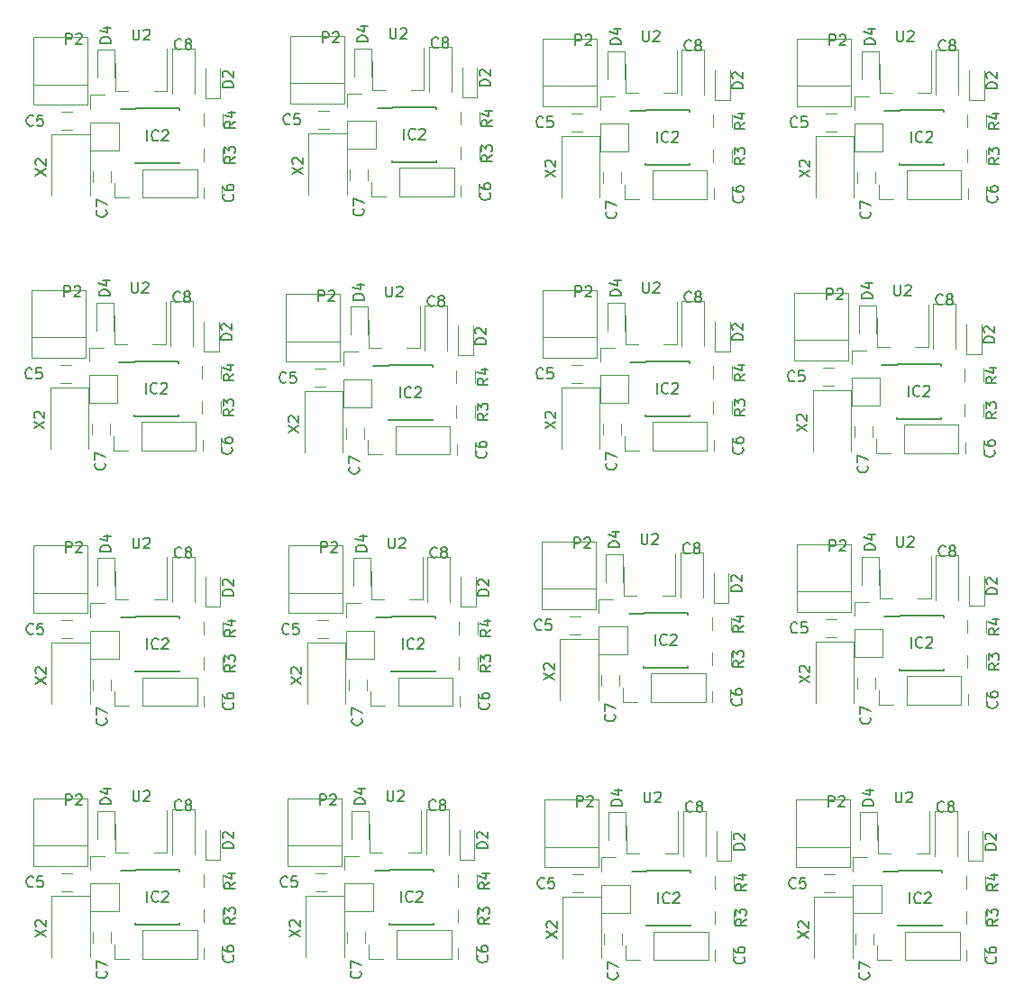
<source format=gto>
G04 #@! TF.FileFunction,Legend,Top*
%FSLAX46Y46*%
G04 Gerber Fmt 4.6, Leading zero omitted, Abs format (unit mm)*
G04 Created by KiCad (PCBNEW 4.0.7) date Fri May 25 13:22:47 2018*
%MOMM*%
%LPD*%
G01*
G04 APERTURE LIST*
%ADD10C,0.150000*%
%ADD11C,0.120000*%
G04 APERTURE END LIST*
D10*
D11*
X85352000Y-115912000D02*
X86352000Y-115912000D01*
X86352000Y-114212000D02*
X85352000Y-114212000D01*
X98718000Y-121293000D02*
X98718000Y-122293000D01*
X100418000Y-122293000D02*
X100418000Y-121293000D01*
X90004000Y-120769000D02*
X90004000Y-119769000D01*
X88304000Y-119769000D02*
X88304000Y-120769000D01*
X97824000Y-108221000D02*
X97824000Y-112471000D01*
X95724000Y-108221000D02*
X95724000Y-112471000D01*
X97824000Y-108221000D02*
X95724000Y-108221000D01*
X98868000Y-112925000D02*
X100268000Y-112925000D01*
X100268000Y-112925000D02*
X100268000Y-110125000D01*
X98868000Y-112925000D02*
X98868000Y-110125000D01*
X90335000Y-108382000D02*
X88735000Y-108382000D01*
X88735000Y-108382000D02*
X88735000Y-110982000D01*
X90335000Y-108382000D02*
X90335000Y-110982000D01*
D10*
X92286000Y-113884000D02*
X92286000Y-113934000D01*
X96436000Y-113884000D02*
X96436000Y-114029000D01*
X96436000Y-119034000D02*
X96436000Y-118889000D01*
X92286000Y-119034000D02*
X92286000Y-118889000D01*
X92286000Y-113884000D02*
X96436000Y-113884000D01*
X92286000Y-119034000D02*
X96436000Y-119034000D01*
X92286000Y-113934000D02*
X90886000Y-113934000D01*
D11*
X82677000Y-111633000D02*
X87757000Y-111633000D01*
X82677000Y-107193000D02*
X87757000Y-107193000D01*
X87757000Y-113533000D02*
X82677000Y-113533000D01*
X87757000Y-113533000D02*
X87757000Y-107193000D01*
X82677000Y-113533000D02*
X82677000Y-107193000D01*
X100448000Y-117637000D02*
X100448000Y-118837000D01*
X98688000Y-118837000D02*
X98688000Y-117637000D01*
X98688000Y-115535000D02*
X98688000Y-114335000D01*
X100448000Y-114335000D02*
X100448000Y-115535000D01*
X91637000Y-112270000D02*
X90437000Y-112270000D01*
X90437000Y-112270000D02*
X90437000Y-109570000D01*
X95237000Y-108270000D02*
X95237000Y-112270000D01*
X95237000Y-112270000D02*
X94037000Y-112270000D01*
X88033000Y-122080000D02*
X88033000Y-116330000D01*
X88033000Y-116330000D02*
X84433000Y-116330000D01*
X84433000Y-116330000D02*
X84433000Y-122080000D01*
X88078000Y-117789000D02*
X90738000Y-117789000D01*
X88078000Y-115189000D02*
X88078000Y-117789000D01*
X90738000Y-115189000D02*
X90738000Y-117789000D01*
X88078000Y-115189000D02*
X90738000Y-115189000D01*
X88078000Y-113919000D02*
X88078000Y-112589000D01*
X88078000Y-112589000D02*
X89408000Y-112589000D01*
X98104000Y-122234000D02*
X98104000Y-119574000D01*
X92964000Y-122234000D02*
X98104000Y-122234000D01*
X92964000Y-119574000D02*
X98104000Y-119574000D01*
X92964000Y-122234000D02*
X92964000Y-119574000D01*
X91694000Y-122234000D02*
X90364000Y-122234000D01*
X90364000Y-122234000D02*
X90364000Y-120904000D01*
X61222000Y-115785000D02*
X62222000Y-115785000D01*
X62222000Y-114085000D02*
X61222000Y-114085000D01*
X74588000Y-121166000D02*
X74588000Y-122166000D01*
X76288000Y-122166000D02*
X76288000Y-121166000D01*
X65874000Y-120642000D02*
X65874000Y-119642000D01*
X64174000Y-119642000D02*
X64174000Y-120642000D01*
X73694000Y-108094000D02*
X73694000Y-112344000D01*
X71594000Y-108094000D02*
X71594000Y-112344000D01*
X73694000Y-108094000D02*
X71594000Y-108094000D01*
X74738000Y-112798000D02*
X76138000Y-112798000D01*
X76138000Y-112798000D02*
X76138000Y-109998000D01*
X74738000Y-112798000D02*
X74738000Y-109998000D01*
X66205000Y-108255000D02*
X64605000Y-108255000D01*
X64605000Y-108255000D02*
X64605000Y-110855000D01*
X66205000Y-108255000D02*
X66205000Y-110855000D01*
D10*
X68156000Y-113757000D02*
X68156000Y-113807000D01*
X72306000Y-113757000D02*
X72306000Y-113902000D01*
X72306000Y-118907000D02*
X72306000Y-118762000D01*
X68156000Y-118907000D02*
X68156000Y-118762000D01*
X68156000Y-113757000D02*
X72306000Y-113757000D01*
X68156000Y-118907000D02*
X72306000Y-118907000D01*
X68156000Y-113807000D02*
X66756000Y-113807000D01*
D11*
X58547000Y-111506000D02*
X63627000Y-111506000D01*
X58547000Y-107066000D02*
X63627000Y-107066000D01*
X63627000Y-113406000D02*
X58547000Y-113406000D01*
X63627000Y-113406000D02*
X63627000Y-107066000D01*
X58547000Y-113406000D02*
X58547000Y-107066000D01*
X76318000Y-117510000D02*
X76318000Y-118710000D01*
X74558000Y-118710000D02*
X74558000Y-117510000D01*
X74558000Y-115408000D02*
X74558000Y-114208000D01*
X76318000Y-114208000D02*
X76318000Y-115408000D01*
X67507000Y-112143000D02*
X66307000Y-112143000D01*
X66307000Y-112143000D02*
X66307000Y-109443000D01*
X71107000Y-108143000D02*
X71107000Y-112143000D01*
X71107000Y-112143000D02*
X69907000Y-112143000D01*
X63903000Y-121953000D02*
X63903000Y-116203000D01*
X63903000Y-116203000D02*
X60303000Y-116203000D01*
X60303000Y-116203000D02*
X60303000Y-121953000D01*
X63948000Y-117662000D02*
X66608000Y-117662000D01*
X63948000Y-115062000D02*
X63948000Y-117662000D01*
X66608000Y-115062000D02*
X66608000Y-117662000D01*
X63948000Y-115062000D02*
X66608000Y-115062000D01*
X63948000Y-113792000D02*
X63948000Y-112462000D01*
X63948000Y-112462000D02*
X65278000Y-112462000D01*
X73974000Y-122107000D02*
X73974000Y-119447000D01*
X68834000Y-122107000D02*
X73974000Y-122107000D01*
X68834000Y-119447000D02*
X73974000Y-119447000D01*
X68834000Y-122107000D02*
X68834000Y-119447000D01*
X67564000Y-122107000D02*
X66234000Y-122107000D01*
X66234000Y-122107000D02*
X66234000Y-120777000D01*
X37346000Y-115785000D02*
X38346000Y-115785000D01*
X38346000Y-114085000D02*
X37346000Y-114085000D01*
X50712000Y-121166000D02*
X50712000Y-122166000D01*
X52412000Y-122166000D02*
X52412000Y-121166000D01*
X41998000Y-120642000D02*
X41998000Y-119642000D01*
X40298000Y-119642000D02*
X40298000Y-120642000D01*
X49818000Y-108094000D02*
X49818000Y-112344000D01*
X47718000Y-108094000D02*
X47718000Y-112344000D01*
X49818000Y-108094000D02*
X47718000Y-108094000D01*
X50862000Y-112798000D02*
X52262000Y-112798000D01*
X52262000Y-112798000D02*
X52262000Y-109998000D01*
X50862000Y-112798000D02*
X50862000Y-109998000D01*
X42329000Y-108255000D02*
X40729000Y-108255000D01*
X40729000Y-108255000D02*
X40729000Y-110855000D01*
X42329000Y-108255000D02*
X42329000Y-110855000D01*
D10*
X44280000Y-113757000D02*
X44280000Y-113807000D01*
X48430000Y-113757000D02*
X48430000Y-113902000D01*
X48430000Y-118907000D02*
X48430000Y-118762000D01*
X44280000Y-118907000D02*
X44280000Y-118762000D01*
X44280000Y-113757000D02*
X48430000Y-113757000D01*
X44280000Y-118907000D02*
X48430000Y-118907000D01*
X44280000Y-113807000D02*
X42880000Y-113807000D01*
D11*
X34671000Y-111506000D02*
X39751000Y-111506000D01*
X34671000Y-107066000D02*
X39751000Y-107066000D01*
X39751000Y-113406000D02*
X34671000Y-113406000D01*
X39751000Y-113406000D02*
X39751000Y-107066000D01*
X34671000Y-113406000D02*
X34671000Y-107066000D01*
X52442000Y-117510000D02*
X52442000Y-118710000D01*
X50682000Y-118710000D02*
X50682000Y-117510000D01*
X50682000Y-115408000D02*
X50682000Y-114208000D01*
X52442000Y-114208000D02*
X52442000Y-115408000D01*
X43631000Y-112143000D02*
X42431000Y-112143000D01*
X42431000Y-112143000D02*
X42431000Y-109443000D01*
X47231000Y-108143000D02*
X47231000Y-112143000D01*
X47231000Y-112143000D02*
X46031000Y-112143000D01*
X40027000Y-121953000D02*
X40027000Y-116203000D01*
X40027000Y-116203000D02*
X36427000Y-116203000D01*
X36427000Y-116203000D02*
X36427000Y-121953000D01*
X40072000Y-117662000D02*
X42732000Y-117662000D01*
X40072000Y-115062000D02*
X40072000Y-117662000D01*
X42732000Y-115062000D02*
X42732000Y-117662000D01*
X40072000Y-115062000D02*
X42732000Y-115062000D01*
X40072000Y-113792000D02*
X40072000Y-112462000D01*
X40072000Y-112462000D02*
X41402000Y-112462000D01*
X50098000Y-122107000D02*
X50098000Y-119447000D01*
X44958000Y-122107000D02*
X50098000Y-122107000D01*
X44958000Y-119447000D02*
X50098000Y-119447000D01*
X44958000Y-122107000D02*
X44958000Y-119447000D01*
X43688000Y-122107000D02*
X42358000Y-122107000D01*
X42358000Y-122107000D02*
X42358000Y-120777000D01*
X109101000Y-91909000D02*
X110101000Y-91909000D01*
X110101000Y-90209000D02*
X109101000Y-90209000D01*
X122467000Y-97290000D02*
X122467000Y-98290000D01*
X124167000Y-98290000D02*
X124167000Y-97290000D01*
X113753000Y-96766000D02*
X113753000Y-95766000D01*
X112053000Y-95766000D02*
X112053000Y-96766000D01*
X121573000Y-84218000D02*
X121573000Y-88468000D01*
X119473000Y-84218000D02*
X119473000Y-88468000D01*
X121573000Y-84218000D02*
X119473000Y-84218000D01*
X122617000Y-88922000D02*
X124017000Y-88922000D01*
X124017000Y-88922000D02*
X124017000Y-86122000D01*
X122617000Y-88922000D02*
X122617000Y-86122000D01*
X114084000Y-84379000D02*
X112484000Y-84379000D01*
X112484000Y-84379000D02*
X112484000Y-86979000D01*
X114084000Y-84379000D02*
X114084000Y-86979000D01*
D10*
X116035000Y-89881000D02*
X116035000Y-89931000D01*
X120185000Y-89881000D02*
X120185000Y-90026000D01*
X120185000Y-95031000D02*
X120185000Y-94886000D01*
X116035000Y-95031000D02*
X116035000Y-94886000D01*
X116035000Y-89881000D02*
X120185000Y-89881000D01*
X116035000Y-95031000D02*
X120185000Y-95031000D01*
X116035000Y-89931000D02*
X114635000Y-89931000D01*
D11*
X106426000Y-87630000D02*
X111506000Y-87630000D01*
X106426000Y-83190000D02*
X111506000Y-83190000D01*
X111506000Y-89530000D02*
X106426000Y-89530000D01*
X111506000Y-89530000D02*
X111506000Y-83190000D01*
X106426000Y-89530000D02*
X106426000Y-83190000D01*
X124197000Y-93634000D02*
X124197000Y-94834000D01*
X122437000Y-94834000D02*
X122437000Y-93634000D01*
X122437000Y-91532000D02*
X122437000Y-90332000D01*
X124197000Y-90332000D02*
X124197000Y-91532000D01*
X115386000Y-88267000D02*
X114186000Y-88267000D01*
X114186000Y-88267000D02*
X114186000Y-85567000D01*
X118986000Y-84267000D02*
X118986000Y-88267000D01*
X118986000Y-88267000D02*
X117786000Y-88267000D01*
X111782000Y-98077000D02*
X111782000Y-92327000D01*
X111782000Y-92327000D02*
X108182000Y-92327000D01*
X108182000Y-92327000D02*
X108182000Y-98077000D01*
X111827000Y-93786000D02*
X114487000Y-93786000D01*
X111827000Y-91186000D02*
X111827000Y-93786000D01*
X114487000Y-91186000D02*
X114487000Y-93786000D01*
X111827000Y-91186000D02*
X114487000Y-91186000D01*
X111827000Y-89916000D02*
X111827000Y-88586000D01*
X111827000Y-88586000D02*
X113157000Y-88586000D01*
X121853000Y-98231000D02*
X121853000Y-95571000D01*
X116713000Y-98231000D02*
X121853000Y-98231000D01*
X116713000Y-95571000D02*
X121853000Y-95571000D01*
X116713000Y-98231000D02*
X116713000Y-95571000D01*
X115443000Y-98231000D02*
X114113000Y-98231000D01*
X114113000Y-98231000D02*
X114113000Y-96901000D01*
X85098000Y-91655000D02*
X86098000Y-91655000D01*
X86098000Y-89955000D02*
X85098000Y-89955000D01*
X98464000Y-97036000D02*
X98464000Y-98036000D01*
X100164000Y-98036000D02*
X100164000Y-97036000D01*
X89750000Y-96512000D02*
X89750000Y-95512000D01*
X88050000Y-95512000D02*
X88050000Y-96512000D01*
X97570000Y-83964000D02*
X97570000Y-88214000D01*
X95470000Y-83964000D02*
X95470000Y-88214000D01*
X97570000Y-83964000D02*
X95470000Y-83964000D01*
X98614000Y-88668000D02*
X100014000Y-88668000D01*
X100014000Y-88668000D02*
X100014000Y-85868000D01*
X98614000Y-88668000D02*
X98614000Y-85868000D01*
X90081000Y-84125000D02*
X88481000Y-84125000D01*
X88481000Y-84125000D02*
X88481000Y-86725000D01*
X90081000Y-84125000D02*
X90081000Y-86725000D01*
D10*
X92032000Y-89627000D02*
X92032000Y-89677000D01*
X96182000Y-89627000D02*
X96182000Y-89772000D01*
X96182000Y-94777000D02*
X96182000Y-94632000D01*
X92032000Y-94777000D02*
X92032000Y-94632000D01*
X92032000Y-89627000D02*
X96182000Y-89627000D01*
X92032000Y-94777000D02*
X96182000Y-94777000D01*
X92032000Y-89677000D02*
X90632000Y-89677000D01*
D11*
X82423000Y-87376000D02*
X87503000Y-87376000D01*
X82423000Y-82936000D02*
X87503000Y-82936000D01*
X87503000Y-89276000D02*
X82423000Y-89276000D01*
X87503000Y-89276000D02*
X87503000Y-82936000D01*
X82423000Y-89276000D02*
X82423000Y-82936000D01*
X100194000Y-93380000D02*
X100194000Y-94580000D01*
X98434000Y-94580000D02*
X98434000Y-93380000D01*
X98434000Y-91278000D02*
X98434000Y-90078000D01*
X100194000Y-90078000D02*
X100194000Y-91278000D01*
X91383000Y-88013000D02*
X90183000Y-88013000D01*
X90183000Y-88013000D02*
X90183000Y-85313000D01*
X94983000Y-84013000D02*
X94983000Y-88013000D01*
X94983000Y-88013000D02*
X93783000Y-88013000D01*
X87779000Y-97823000D02*
X87779000Y-92073000D01*
X87779000Y-92073000D02*
X84179000Y-92073000D01*
X84179000Y-92073000D02*
X84179000Y-97823000D01*
X87824000Y-93532000D02*
X90484000Y-93532000D01*
X87824000Y-90932000D02*
X87824000Y-93532000D01*
X90484000Y-90932000D02*
X90484000Y-93532000D01*
X87824000Y-90932000D02*
X90484000Y-90932000D01*
X87824000Y-89662000D02*
X87824000Y-88332000D01*
X87824000Y-88332000D02*
X89154000Y-88332000D01*
X97850000Y-97977000D02*
X97850000Y-95317000D01*
X92710000Y-97977000D02*
X97850000Y-97977000D01*
X92710000Y-95317000D02*
X97850000Y-95317000D01*
X92710000Y-97977000D02*
X92710000Y-95317000D01*
X91440000Y-97977000D02*
X90110000Y-97977000D01*
X90110000Y-97977000D02*
X90110000Y-96647000D01*
X61349000Y-92036000D02*
X62349000Y-92036000D01*
X62349000Y-90336000D02*
X61349000Y-90336000D01*
X74715000Y-97417000D02*
X74715000Y-98417000D01*
X76415000Y-98417000D02*
X76415000Y-97417000D01*
X66001000Y-96893000D02*
X66001000Y-95893000D01*
X64301000Y-95893000D02*
X64301000Y-96893000D01*
X73821000Y-84345000D02*
X73821000Y-88595000D01*
X71721000Y-84345000D02*
X71721000Y-88595000D01*
X73821000Y-84345000D02*
X71721000Y-84345000D01*
X74865000Y-89049000D02*
X76265000Y-89049000D01*
X76265000Y-89049000D02*
X76265000Y-86249000D01*
X74865000Y-89049000D02*
X74865000Y-86249000D01*
X66332000Y-84506000D02*
X64732000Y-84506000D01*
X64732000Y-84506000D02*
X64732000Y-87106000D01*
X66332000Y-84506000D02*
X66332000Y-87106000D01*
D10*
X68283000Y-90008000D02*
X68283000Y-90058000D01*
X72433000Y-90008000D02*
X72433000Y-90153000D01*
X72433000Y-95158000D02*
X72433000Y-95013000D01*
X68283000Y-95158000D02*
X68283000Y-95013000D01*
X68283000Y-90008000D02*
X72433000Y-90008000D01*
X68283000Y-95158000D02*
X72433000Y-95158000D01*
X68283000Y-90058000D02*
X66883000Y-90058000D01*
D11*
X58674000Y-87757000D02*
X63754000Y-87757000D01*
X58674000Y-83317000D02*
X63754000Y-83317000D01*
X63754000Y-89657000D02*
X58674000Y-89657000D01*
X63754000Y-89657000D02*
X63754000Y-83317000D01*
X58674000Y-89657000D02*
X58674000Y-83317000D01*
X76445000Y-93761000D02*
X76445000Y-94961000D01*
X74685000Y-94961000D02*
X74685000Y-93761000D01*
X74685000Y-91659000D02*
X74685000Y-90459000D01*
X76445000Y-90459000D02*
X76445000Y-91659000D01*
X67634000Y-88394000D02*
X66434000Y-88394000D01*
X66434000Y-88394000D02*
X66434000Y-85694000D01*
X71234000Y-84394000D02*
X71234000Y-88394000D01*
X71234000Y-88394000D02*
X70034000Y-88394000D01*
X64030000Y-98204000D02*
X64030000Y-92454000D01*
X64030000Y-92454000D02*
X60430000Y-92454000D01*
X60430000Y-92454000D02*
X60430000Y-98204000D01*
X64075000Y-93913000D02*
X66735000Y-93913000D01*
X64075000Y-91313000D02*
X64075000Y-93913000D01*
X66735000Y-91313000D02*
X66735000Y-93913000D01*
X64075000Y-91313000D02*
X66735000Y-91313000D01*
X64075000Y-90043000D02*
X64075000Y-88713000D01*
X64075000Y-88713000D02*
X65405000Y-88713000D01*
X74101000Y-98358000D02*
X74101000Y-95698000D01*
X68961000Y-98358000D02*
X74101000Y-98358000D01*
X68961000Y-95698000D02*
X74101000Y-95698000D01*
X68961000Y-98358000D02*
X68961000Y-95698000D01*
X67691000Y-98358000D02*
X66361000Y-98358000D01*
X66361000Y-98358000D02*
X66361000Y-97028000D01*
X37346000Y-92036000D02*
X38346000Y-92036000D01*
X38346000Y-90336000D02*
X37346000Y-90336000D01*
X50712000Y-97417000D02*
X50712000Y-98417000D01*
X52412000Y-98417000D02*
X52412000Y-97417000D01*
X41998000Y-96893000D02*
X41998000Y-95893000D01*
X40298000Y-95893000D02*
X40298000Y-96893000D01*
X49818000Y-84345000D02*
X49818000Y-88595000D01*
X47718000Y-84345000D02*
X47718000Y-88595000D01*
X49818000Y-84345000D02*
X47718000Y-84345000D01*
X50862000Y-89049000D02*
X52262000Y-89049000D01*
X52262000Y-89049000D02*
X52262000Y-86249000D01*
X50862000Y-89049000D02*
X50862000Y-86249000D01*
X42329000Y-84506000D02*
X40729000Y-84506000D01*
X40729000Y-84506000D02*
X40729000Y-87106000D01*
X42329000Y-84506000D02*
X42329000Y-87106000D01*
D10*
X44280000Y-90008000D02*
X44280000Y-90058000D01*
X48430000Y-90008000D02*
X48430000Y-90153000D01*
X48430000Y-95158000D02*
X48430000Y-95013000D01*
X44280000Y-95158000D02*
X44280000Y-95013000D01*
X44280000Y-90008000D02*
X48430000Y-90008000D01*
X44280000Y-95158000D02*
X48430000Y-95158000D01*
X44280000Y-90058000D02*
X42880000Y-90058000D01*
D11*
X34671000Y-87757000D02*
X39751000Y-87757000D01*
X34671000Y-83317000D02*
X39751000Y-83317000D01*
X39751000Y-89657000D02*
X34671000Y-89657000D01*
X39751000Y-89657000D02*
X39751000Y-83317000D01*
X34671000Y-89657000D02*
X34671000Y-83317000D01*
X52442000Y-93761000D02*
X52442000Y-94961000D01*
X50682000Y-94961000D02*
X50682000Y-93761000D01*
X50682000Y-91659000D02*
X50682000Y-90459000D01*
X52442000Y-90459000D02*
X52442000Y-91659000D01*
X43631000Y-88394000D02*
X42431000Y-88394000D01*
X42431000Y-88394000D02*
X42431000Y-85694000D01*
X47231000Y-84394000D02*
X47231000Y-88394000D01*
X47231000Y-88394000D02*
X46031000Y-88394000D01*
X40027000Y-98204000D02*
X40027000Y-92454000D01*
X40027000Y-92454000D02*
X36427000Y-92454000D01*
X36427000Y-92454000D02*
X36427000Y-98204000D01*
X40072000Y-93913000D02*
X42732000Y-93913000D01*
X40072000Y-91313000D02*
X40072000Y-93913000D01*
X42732000Y-91313000D02*
X42732000Y-93913000D01*
X40072000Y-91313000D02*
X42732000Y-91313000D01*
X40072000Y-90043000D02*
X40072000Y-88713000D01*
X40072000Y-88713000D02*
X41402000Y-88713000D01*
X50098000Y-98358000D02*
X50098000Y-95698000D01*
X44958000Y-98358000D02*
X50098000Y-98358000D01*
X44958000Y-95698000D02*
X50098000Y-95698000D01*
X44958000Y-98358000D02*
X44958000Y-95698000D01*
X43688000Y-98358000D02*
X42358000Y-98358000D01*
X42358000Y-98358000D02*
X42358000Y-97028000D01*
X121726000Y-122234000D02*
X121726000Y-119574000D01*
X116586000Y-122234000D02*
X121726000Y-122234000D01*
X116586000Y-119574000D02*
X121726000Y-119574000D01*
X116586000Y-122234000D02*
X116586000Y-119574000D01*
X115316000Y-122234000D02*
X113986000Y-122234000D01*
X113986000Y-122234000D02*
X113986000Y-120904000D01*
X111700000Y-117789000D02*
X114360000Y-117789000D01*
X111700000Y-115189000D02*
X111700000Y-117789000D01*
X114360000Y-115189000D02*
X114360000Y-117789000D01*
X111700000Y-115189000D02*
X114360000Y-115189000D01*
X111700000Y-113919000D02*
X111700000Y-112589000D01*
X111700000Y-112589000D02*
X113030000Y-112589000D01*
X111655000Y-122080000D02*
X111655000Y-116330000D01*
X111655000Y-116330000D02*
X108055000Y-116330000D01*
X108055000Y-116330000D02*
X108055000Y-122080000D01*
X115259000Y-112270000D02*
X114059000Y-112270000D01*
X114059000Y-112270000D02*
X114059000Y-109570000D01*
X118859000Y-108270000D02*
X118859000Y-112270000D01*
X118859000Y-112270000D02*
X117659000Y-112270000D01*
X122310000Y-115535000D02*
X122310000Y-114335000D01*
X124070000Y-114335000D02*
X124070000Y-115535000D01*
X124070000Y-117637000D02*
X124070000Y-118837000D01*
X122310000Y-118837000D02*
X122310000Y-117637000D01*
X106299000Y-111633000D02*
X111379000Y-111633000D01*
X106299000Y-107193000D02*
X111379000Y-107193000D01*
X111379000Y-113533000D02*
X106299000Y-113533000D01*
X111379000Y-113533000D02*
X111379000Y-107193000D01*
X106299000Y-113533000D02*
X106299000Y-107193000D01*
D10*
X115908000Y-113884000D02*
X115908000Y-113934000D01*
X120058000Y-113884000D02*
X120058000Y-114029000D01*
X120058000Y-119034000D02*
X120058000Y-118889000D01*
X115908000Y-119034000D02*
X115908000Y-118889000D01*
X115908000Y-113884000D02*
X120058000Y-113884000D01*
X115908000Y-119034000D02*
X120058000Y-119034000D01*
X115908000Y-113934000D02*
X114508000Y-113934000D01*
D11*
X113957000Y-108382000D02*
X112357000Y-108382000D01*
X112357000Y-108382000D02*
X112357000Y-110982000D01*
X113957000Y-108382000D02*
X113957000Y-110982000D01*
X122490000Y-112925000D02*
X123890000Y-112925000D01*
X123890000Y-112925000D02*
X123890000Y-110125000D01*
X122490000Y-112925000D02*
X122490000Y-110125000D01*
X121446000Y-108221000D02*
X121446000Y-112471000D01*
X119346000Y-108221000D02*
X119346000Y-112471000D01*
X121446000Y-108221000D02*
X119346000Y-108221000D01*
X113626000Y-120769000D02*
X113626000Y-119769000D01*
X111926000Y-119769000D02*
X111926000Y-120769000D01*
X122340000Y-121293000D02*
X122340000Y-122293000D01*
X124040000Y-122293000D02*
X124040000Y-121293000D01*
X108974000Y-115912000D02*
X109974000Y-115912000D01*
X109974000Y-114212000D02*
X108974000Y-114212000D01*
X97977000Y-74355000D02*
X97977000Y-71695000D01*
X92837000Y-74355000D02*
X97977000Y-74355000D01*
X92837000Y-71695000D02*
X97977000Y-71695000D01*
X92837000Y-74355000D02*
X92837000Y-71695000D01*
X91567000Y-74355000D02*
X90237000Y-74355000D01*
X90237000Y-74355000D02*
X90237000Y-73025000D01*
X87951000Y-69910000D02*
X90611000Y-69910000D01*
X87951000Y-67310000D02*
X87951000Y-69910000D01*
X90611000Y-67310000D02*
X90611000Y-69910000D01*
X87951000Y-67310000D02*
X90611000Y-67310000D01*
X87951000Y-66040000D02*
X87951000Y-64710000D01*
X87951000Y-64710000D02*
X89281000Y-64710000D01*
X87906000Y-74201000D02*
X87906000Y-68451000D01*
X87906000Y-68451000D02*
X84306000Y-68451000D01*
X84306000Y-68451000D02*
X84306000Y-74201000D01*
X91510000Y-64391000D02*
X90310000Y-64391000D01*
X90310000Y-64391000D02*
X90310000Y-61691000D01*
X95110000Y-60391000D02*
X95110000Y-64391000D01*
X95110000Y-64391000D02*
X93910000Y-64391000D01*
X98561000Y-67656000D02*
X98561000Y-66456000D01*
X100321000Y-66456000D02*
X100321000Y-67656000D01*
X100321000Y-69758000D02*
X100321000Y-70958000D01*
X98561000Y-70958000D02*
X98561000Y-69758000D01*
X82550000Y-63754000D02*
X87630000Y-63754000D01*
X82550000Y-59314000D02*
X87630000Y-59314000D01*
X87630000Y-65654000D02*
X82550000Y-65654000D01*
X87630000Y-65654000D02*
X87630000Y-59314000D01*
X82550000Y-65654000D02*
X82550000Y-59314000D01*
D10*
X92159000Y-66005000D02*
X92159000Y-66055000D01*
X96309000Y-66005000D02*
X96309000Y-66150000D01*
X96309000Y-71155000D02*
X96309000Y-71010000D01*
X92159000Y-71155000D02*
X92159000Y-71010000D01*
X92159000Y-66005000D02*
X96309000Y-66005000D01*
X92159000Y-71155000D02*
X96309000Y-71155000D01*
X92159000Y-66055000D02*
X90759000Y-66055000D01*
D11*
X90208000Y-60503000D02*
X88608000Y-60503000D01*
X88608000Y-60503000D02*
X88608000Y-63103000D01*
X90208000Y-60503000D02*
X90208000Y-63103000D01*
X98741000Y-65046000D02*
X100141000Y-65046000D01*
X100141000Y-65046000D02*
X100141000Y-62246000D01*
X98741000Y-65046000D02*
X98741000Y-62246000D01*
X97697000Y-60342000D02*
X97697000Y-64592000D01*
X95597000Y-60342000D02*
X95597000Y-64592000D01*
X97697000Y-60342000D02*
X95597000Y-60342000D01*
X89877000Y-72890000D02*
X89877000Y-71890000D01*
X88177000Y-71890000D02*
X88177000Y-72890000D01*
X98591000Y-73414000D02*
X98591000Y-74414000D01*
X100291000Y-74414000D02*
X100291000Y-73414000D01*
X85225000Y-68033000D02*
X86225000Y-68033000D01*
X86225000Y-66333000D02*
X85225000Y-66333000D01*
X73847000Y-74736000D02*
X73847000Y-72076000D01*
X68707000Y-74736000D02*
X73847000Y-74736000D01*
X68707000Y-72076000D02*
X73847000Y-72076000D01*
X68707000Y-74736000D02*
X68707000Y-72076000D01*
X67437000Y-74736000D02*
X66107000Y-74736000D01*
X66107000Y-74736000D02*
X66107000Y-73406000D01*
X63821000Y-70291000D02*
X66481000Y-70291000D01*
X63821000Y-67691000D02*
X63821000Y-70291000D01*
X66481000Y-67691000D02*
X66481000Y-70291000D01*
X63821000Y-67691000D02*
X66481000Y-67691000D01*
X63821000Y-66421000D02*
X63821000Y-65091000D01*
X63821000Y-65091000D02*
X65151000Y-65091000D01*
X63776000Y-74582000D02*
X63776000Y-68832000D01*
X63776000Y-68832000D02*
X60176000Y-68832000D01*
X60176000Y-68832000D02*
X60176000Y-74582000D01*
X67380000Y-64772000D02*
X66180000Y-64772000D01*
X66180000Y-64772000D02*
X66180000Y-62072000D01*
X70980000Y-60772000D02*
X70980000Y-64772000D01*
X70980000Y-64772000D02*
X69780000Y-64772000D01*
X74431000Y-68037000D02*
X74431000Y-66837000D01*
X76191000Y-66837000D02*
X76191000Y-68037000D01*
X76191000Y-70139000D02*
X76191000Y-71339000D01*
X74431000Y-71339000D02*
X74431000Y-70139000D01*
X58420000Y-64135000D02*
X63500000Y-64135000D01*
X58420000Y-59695000D02*
X63500000Y-59695000D01*
X63500000Y-66035000D02*
X58420000Y-66035000D01*
X63500000Y-66035000D02*
X63500000Y-59695000D01*
X58420000Y-66035000D02*
X58420000Y-59695000D01*
D10*
X68029000Y-66386000D02*
X68029000Y-66436000D01*
X72179000Y-66386000D02*
X72179000Y-66531000D01*
X72179000Y-71536000D02*
X72179000Y-71391000D01*
X68029000Y-71536000D02*
X68029000Y-71391000D01*
X68029000Y-66386000D02*
X72179000Y-66386000D01*
X68029000Y-71536000D02*
X72179000Y-71536000D01*
X68029000Y-66436000D02*
X66629000Y-66436000D01*
D11*
X66078000Y-60884000D02*
X64478000Y-60884000D01*
X64478000Y-60884000D02*
X64478000Y-63484000D01*
X66078000Y-60884000D02*
X66078000Y-63484000D01*
X74611000Y-65427000D02*
X76011000Y-65427000D01*
X76011000Y-65427000D02*
X76011000Y-62627000D01*
X74611000Y-65427000D02*
X74611000Y-62627000D01*
X73567000Y-60723000D02*
X73567000Y-64973000D01*
X71467000Y-60723000D02*
X71467000Y-64973000D01*
X73567000Y-60723000D02*
X71467000Y-60723000D01*
X65747000Y-73271000D02*
X65747000Y-72271000D01*
X64047000Y-72271000D02*
X64047000Y-73271000D01*
X74461000Y-73795000D02*
X74461000Y-74795000D01*
X76161000Y-74795000D02*
X76161000Y-73795000D01*
X61095000Y-68414000D02*
X62095000Y-68414000D01*
X62095000Y-66714000D02*
X61095000Y-66714000D01*
X49971000Y-74355000D02*
X49971000Y-71695000D01*
X44831000Y-74355000D02*
X49971000Y-74355000D01*
X44831000Y-71695000D02*
X49971000Y-71695000D01*
X44831000Y-74355000D02*
X44831000Y-71695000D01*
X43561000Y-74355000D02*
X42231000Y-74355000D01*
X42231000Y-74355000D02*
X42231000Y-73025000D01*
X39945000Y-69910000D02*
X42605000Y-69910000D01*
X39945000Y-67310000D02*
X39945000Y-69910000D01*
X42605000Y-67310000D02*
X42605000Y-69910000D01*
X39945000Y-67310000D02*
X42605000Y-67310000D01*
X39945000Y-66040000D02*
X39945000Y-64710000D01*
X39945000Y-64710000D02*
X41275000Y-64710000D01*
X39900000Y-74201000D02*
X39900000Y-68451000D01*
X39900000Y-68451000D02*
X36300000Y-68451000D01*
X36300000Y-68451000D02*
X36300000Y-74201000D01*
X43504000Y-64391000D02*
X42304000Y-64391000D01*
X42304000Y-64391000D02*
X42304000Y-61691000D01*
X47104000Y-60391000D02*
X47104000Y-64391000D01*
X47104000Y-64391000D02*
X45904000Y-64391000D01*
X50555000Y-67656000D02*
X50555000Y-66456000D01*
X52315000Y-66456000D02*
X52315000Y-67656000D01*
X52315000Y-69758000D02*
X52315000Y-70958000D01*
X50555000Y-70958000D02*
X50555000Y-69758000D01*
X34544000Y-63754000D02*
X39624000Y-63754000D01*
X34544000Y-59314000D02*
X39624000Y-59314000D01*
X39624000Y-65654000D02*
X34544000Y-65654000D01*
X39624000Y-65654000D02*
X39624000Y-59314000D01*
X34544000Y-65654000D02*
X34544000Y-59314000D01*
D10*
X44153000Y-66005000D02*
X44153000Y-66055000D01*
X48303000Y-66005000D02*
X48303000Y-66150000D01*
X48303000Y-71155000D02*
X48303000Y-71010000D01*
X44153000Y-71155000D02*
X44153000Y-71010000D01*
X44153000Y-66005000D02*
X48303000Y-66005000D01*
X44153000Y-71155000D02*
X48303000Y-71155000D01*
X44153000Y-66055000D02*
X42753000Y-66055000D01*
D11*
X42202000Y-60503000D02*
X40602000Y-60503000D01*
X40602000Y-60503000D02*
X40602000Y-63103000D01*
X42202000Y-60503000D02*
X42202000Y-63103000D01*
X50735000Y-65046000D02*
X52135000Y-65046000D01*
X52135000Y-65046000D02*
X52135000Y-62246000D01*
X50735000Y-65046000D02*
X50735000Y-62246000D01*
X49691000Y-60342000D02*
X49691000Y-64592000D01*
X47591000Y-60342000D02*
X47591000Y-64592000D01*
X49691000Y-60342000D02*
X47591000Y-60342000D01*
X41871000Y-72890000D02*
X41871000Y-71890000D01*
X40171000Y-71890000D02*
X40171000Y-72890000D01*
X50585000Y-73414000D02*
X50585000Y-74414000D01*
X52285000Y-74414000D02*
X52285000Y-73414000D01*
X37219000Y-68033000D02*
X38219000Y-68033000D01*
X38219000Y-66333000D02*
X37219000Y-66333000D01*
X121853000Y-50733000D02*
X121853000Y-48073000D01*
X116713000Y-50733000D02*
X121853000Y-50733000D01*
X116713000Y-48073000D02*
X121853000Y-48073000D01*
X116713000Y-50733000D02*
X116713000Y-48073000D01*
X115443000Y-50733000D02*
X114113000Y-50733000D01*
X114113000Y-50733000D02*
X114113000Y-49403000D01*
X111827000Y-46288000D02*
X114487000Y-46288000D01*
X111827000Y-43688000D02*
X111827000Y-46288000D01*
X114487000Y-43688000D02*
X114487000Y-46288000D01*
X111827000Y-43688000D02*
X114487000Y-43688000D01*
X111827000Y-42418000D02*
X111827000Y-41088000D01*
X111827000Y-41088000D02*
X113157000Y-41088000D01*
X111782000Y-50579000D02*
X111782000Y-44829000D01*
X111782000Y-44829000D02*
X108182000Y-44829000D01*
X108182000Y-44829000D02*
X108182000Y-50579000D01*
X115386000Y-40769000D02*
X114186000Y-40769000D01*
X114186000Y-40769000D02*
X114186000Y-38069000D01*
X118986000Y-36769000D02*
X118986000Y-40769000D01*
X118986000Y-40769000D02*
X117786000Y-40769000D01*
X122437000Y-44034000D02*
X122437000Y-42834000D01*
X124197000Y-42834000D02*
X124197000Y-44034000D01*
X124197000Y-46136000D02*
X124197000Y-47336000D01*
X122437000Y-47336000D02*
X122437000Y-46136000D01*
X106426000Y-40132000D02*
X111506000Y-40132000D01*
X106426000Y-35692000D02*
X111506000Y-35692000D01*
X111506000Y-42032000D02*
X106426000Y-42032000D01*
X111506000Y-42032000D02*
X111506000Y-35692000D01*
X106426000Y-42032000D02*
X106426000Y-35692000D01*
D10*
X116035000Y-42383000D02*
X116035000Y-42433000D01*
X120185000Y-42383000D02*
X120185000Y-42528000D01*
X120185000Y-47533000D02*
X120185000Y-47388000D01*
X116035000Y-47533000D02*
X116035000Y-47388000D01*
X116035000Y-42383000D02*
X120185000Y-42383000D01*
X116035000Y-47533000D02*
X120185000Y-47533000D01*
X116035000Y-42433000D02*
X114635000Y-42433000D01*
D11*
X114084000Y-36881000D02*
X112484000Y-36881000D01*
X112484000Y-36881000D02*
X112484000Y-39481000D01*
X114084000Y-36881000D02*
X114084000Y-39481000D01*
X122617000Y-41424000D02*
X124017000Y-41424000D01*
X124017000Y-41424000D02*
X124017000Y-38624000D01*
X122617000Y-41424000D02*
X122617000Y-38624000D01*
X121573000Y-36720000D02*
X121573000Y-40970000D01*
X119473000Y-36720000D02*
X119473000Y-40970000D01*
X121573000Y-36720000D02*
X119473000Y-36720000D01*
X113753000Y-49268000D02*
X113753000Y-48268000D01*
X112053000Y-48268000D02*
X112053000Y-49268000D01*
X122467000Y-49792000D02*
X122467000Y-50792000D01*
X124167000Y-50792000D02*
X124167000Y-49792000D01*
X109101000Y-44411000D02*
X110101000Y-44411000D01*
X110101000Y-42711000D02*
X109101000Y-42711000D01*
X97977000Y-50733000D02*
X97977000Y-48073000D01*
X92837000Y-50733000D02*
X97977000Y-50733000D01*
X92837000Y-48073000D02*
X97977000Y-48073000D01*
X92837000Y-50733000D02*
X92837000Y-48073000D01*
X91567000Y-50733000D02*
X90237000Y-50733000D01*
X90237000Y-50733000D02*
X90237000Y-49403000D01*
X87951000Y-46288000D02*
X90611000Y-46288000D01*
X87951000Y-43688000D02*
X87951000Y-46288000D01*
X90611000Y-43688000D02*
X90611000Y-46288000D01*
X87951000Y-43688000D02*
X90611000Y-43688000D01*
X87951000Y-42418000D02*
X87951000Y-41088000D01*
X87951000Y-41088000D02*
X89281000Y-41088000D01*
X87906000Y-50579000D02*
X87906000Y-44829000D01*
X87906000Y-44829000D02*
X84306000Y-44829000D01*
X84306000Y-44829000D02*
X84306000Y-50579000D01*
X91510000Y-40769000D02*
X90310000Y-40769000D01*
X90310000Y-40769000D02*
X90310000Y-38069000D01*
X95110000Y-36769000D02*
X95110000Y-40769000D01*
X95110000Y-40769000D02*
X93910000Y-40769000D01*
X98561000Y-44034000D02*
X98561000Y-42834000D01*
X100321000Y-42834000D02*
X100321000Y-44034000D01*
X100321000Y-46136000D02*
X100321000Y-47336000D01*
X98561000Y-47336000D02*
X98561000Y-46136000D01*
X82550000Y-40132000D02*
X87630000Y-40132000D01*
X82550000Y-35692000D02*
X87630000Y-35692000D01*
X87630000Y-42032000D02*
X82550000Y-42032000D01*
X87630000Y-42032000D02*
X87630000Y-35692000D01*
X82550000Y-42032000D02*
X82550000Y-35692000D01*
D10*
X92159000Y-42383000D02*
X92159000Y-42433000D01*
X96309000Y-42383000D02*
X96309000Y-42528000D01*
X96309000Y-47533000D02*
X96309000Y-47388000D01*
X92159000Y-47533000D02*
X92159000Y-47388000D01*
X92159000Y-42383000D02*
X96309000Y-42383000D01*
X92159000Y-47533000D02*
X96309000Y-47533000D01*
X92159000Y-42433000D02*
X90759000Y-42433000D01*
D11*
X90208000Y-36881000D02*
X88608000Y-36881000D01*
X88608000Y-36881000D02*
X88608000Y-39481000D01*
X90208000Y-36881000D02*
X90208000Y-39481000D01*
X98741000Y-41424000D02*
X100141000Y-41424000D01*
X100141000Y-41424000D02*
X100141000Y-38624000D01*
X98741000Y-41424000D02*
X98741000Y-38624000D01*
X97697000Y-36720000D02*
X97697000Y-40970000D01*
X95597000Y-36720000D02*
X95597000Y-40970000D01*
X97697000Y-36720000D02*
X95597000Y-36720000D01*
X89877000Y-49268000D02*
X89877000Y-48268000D01*
X88177000Y-48268000D02*
X88177000Y-49268000D01*
X98591000Y-49792000D02*
X98591000Y-50792000D01*
X100291000Y-50792000D02*
X100291000Y-49792000D01*
X85225000Y-44411000D02*
X86225000Y-44411000D01*
X86225000Y-42711000D02*
X85225000Y-42711000D01*
X108847000Y-68287000D02*
X109847000Y-68287000D01*
X109847000Y-66587000D02*
X108847000Y-66587000D01*
X122213000Y-73668000D02*
X122213000Y-74668000D01*
X123913000Y-74668000D02*
X123913000Y-73668000D01*
X113499000Y-73144000D02*
X113499000Y-72144000D01*
X111799000Y-72144000D02*
X111799000Y-73144000D01*
X121319000Y-60596000D02*
X121319000Y-64846000D01*
X119219000Y-60596000D02*
X119219000Y-64846000D01*
X121319000Y-60596000D02*
X119219000Y-60596000D01*
X122363000Y-65300000D02*
X123763000Y-65300000D01*
X123763000Y-65300000D02*
X123763000Y-62500000D01*
X122363000Y-65300000D02*
X122363000Y-62500000D01*
X113830000Y-60757000D02*
X112230000Y-60757000D01*
X112230000Y-60757000D02*
X112230000Y-63357000D01*
X113830000Y-60757000D02*
X113830000Y-63357000D01*
D10*
X115781000Y-66259000D02*
X115781000Y-66309000D01*
X119931000Y-66259000D02*
X119931000Y-66404000D01*
X119931000Y-71409000D02*
X119931000Y-71264000D01*
X115781000Y-71409000D02*
X115781000Y-71264000D01*
X115781000Y-66259000D02*
X119931000Y-66259000D01*
X115781000Y-71409000D02*
X119931000Y-71409000D01*
X115781000Y-66309000D02*
X114381000Y-66309000D01*
D11*
X106172000Y-64008000D02*
X111252000Y-64008000D01*
X106172000Y-59568000D02*
X111252000Y-59568000D01*
X111252000Y-65908000D02*
X106172000Y-65908000D01*
X111252000Y-65908000D02*
X111252000Y-59568000D01*
X106172000Y-65908000D02*
X106172000Y-59568000D01*
X123943000Y-70012000D02*
X123943000Y-71212000D01*
X122183000Y-71212000D02*
X122183000Y-70012000D01*
X122183000Y-67910000D02*
X122183000Y-66710000D01*
X123943000Y-66710000D02*
X123943000Y-67910000D01*
X115132000Y-64645000D02*
X113932000Y-64645000D01*
X113932000Y-64645000D02*
X113932000Y-61945000D01*
X118732000Y-60645000D02*
X118732000Y-64645000D01*
X118732000Y-64645000D02*
X117532000Y-64645000D01*
X111528000Y-74455000D02*
X111528000Y-68705000D01*
X111528000Y-68705000D02*
X107928000Y-68705000D01*
X107928000Y-68705000D02*
X107928000Y-74455000D01*
X111573000Y-70164000D02*
X114233000Y-70164000D01*
X111573000Y-67564000D02*
X111573000Y-70164000D01*
X114233000Y-67564000D02*
X114233000Y-70164000D01*
X111573000Y-67564000D02*
X114233000Y-67564000D01*
X111573000Y-66294000D02*
X111573000Y-64964000D01*
X111573000Y-64964000D02*
X112903000Y-64964000D01*
X121599000Y-74609000D02*
X121599000Y-71949000D01*
X116459000Y-74609000D02*
X121599000Y-74609000D01*
X116459000Y-71949000D02*
X121599000Y-71949000D01*
X116459000Y-74609000D02*
X116459000Y-71949000D01*
X115189000Y-74609000D02*
X113859000Y-74609000D01*
X113859000Y-74609000D02*
X113859000Y-73279000D01*
X74228000Y-50479000D02*
X74228000Y-47819000D01*
X69088000Y-50479000D02*
X74228000Y-50479000D01*
X69088000Y-47819000D02*
X74228000Y-47819000D01*
X69088000Y-50479000D02*
X69088000Y-47819000D01*
X67818000Y-50479000D02*
X66488000Y-50479000D01*
X66488000Y-50479000D02*
X66488000Y-49149000D01*
X64202000Y-46034000D02*
X66862000Y-46034000D01*
X64202000Y-43434000D02*
X64202000Y-46034000D01*
X66862000Y-43434000D02*
X66862000Y-46034000D01*
X64202000Y-43434000D02*
X66862000Y-43434000D01*
X64202000Y-42164000D02*
X64202000Y-40834000D01*
X64202000Y-40834000D02*
X65532000Y-40834000D01*
X64157000Y-50325000D02*
X64157000Y-44575000D01*
X64157000Y-44575000D02*
X60557000Y-44575000D01*
X60557000Y-44575000D02*
X60557000Y-50325000D01*
X67761000Y-40515000D02*
X66561000Y-40515000D01*
X66561000Y-40515000D02*
X66561000Y-37815000D01*
X71361000Y-36515000D02*
X71361000Y-40515000D01*
X71361000Y-40515000D02*
X70161000Y-40515000D01*
X74812000Y-43780000D02*
X74812000Y-42580000D01*
X76572000Y-42580000D02*
X76572000Y-43780000D01*
X76572000Y-45882000D02*
X76572000Y-47082000D01*
X74812000Y-47082000D02*
X74812000Y-45882000D01*
X58801000Y-39878000D02*
X63881000Y-39878000D01*
X58801000Y-35438000D02*
X63881000Y-35438000D01*
X63881000Y-41778000D02*
X58801000Y-41778000D01*
X63881000Y-41778000D02*
X63881000Y-35438000D01*
X58801000Y-41778000D02*
X58801000Y-35438000D01*
D10*
X68410000Y-42129000D02*
X68410000Y-42179000D01*
X72560000Y-42129000D02*
X72560000Y-42274000D01*
X72560000Y-47279000D02*
X72560000Y-47134000D01*
X68410000Y-47279000D02*
X68410000Y-47134000D01*
X68410000Y-42129000D02*
X72560000Y-42129000D01*
X68410000Y-47279000D02*
X72560000Y-47279000D01*
X68410000Y-42179000D02*
X67010000Y-42179000D01*
D11*
X66459000Y-36627000D02*
X64859000Y-36627000D01*
X64859000Y-36627000D02*
X64859000Y-39227000D01*
X66459000Y-36627000D02*
X66459000Y-39227000D01*
X74992000Y-41170000D02*
X76392000Y-41170000D01*
X76392000Y-41170000D02*
X76392000Y-38370000D01*
X74992000Y-41170000D02*
X74992000Y-38370000D01*
X73948000Y-36466000D02*
X73948000Y-40716000D01*
X71848000Y-36466000D02*
X71848000Y-40716000D01*
X73948000Y-36466000D02*
X71848000Y-36466000D01*
X66128000Y-49014000D02*
X66128000Y-48014000D01*
X64428000Y-48014000D02*
X64428000Y-49014000D01*
X74842000Y-49538000D02*
X74842000Y-50538000D01*
X76542000Y-50538000D02*
X76542000Y-49538000D01*
X61476000Y-44157000D02*
X62476000Y-44157000D01*
X62476000Y-42457000D02*
X61476000Y-42457000D01*
X37346000Y-44284000D02*
X38346000Y-44284000D01*
X38346000Y-42584000D02*
X37346000Y-42584000D01*
X50712000Y-49665000D02*
X50712000Y-50665000D01*
X52412000Y-50665000D02*
X52412000Y-49665000D01*
X41998000Y-49141000D02*
X41998000Y-48141000D01*
X40298000Y-48141000D02*
X40298000Y-49141000D01*
X49818000Y-36593000D02*
X49818000Y-40843000D01*
X47718000Y-36593000D02*
X47718000Y-40843000D01*
X49818000Y-36593000D02*
X47718000Y-36593000D01*
X50862000Y-41297000D02*
X52262000Y-41297000D01*
X52262000Y-41297000D02*
X52262000Y-38497000D01*
X50862000Y-41297000D02*
X50862000Y-38497000D01*
X42329000Y-36754000D02*
X40729000Y-36754000D01*
X40729000Y-36754000D02*
X40729000Y-39354000D01*
X42329000Y-36754000D02*
X42329000Y-39354000D01*
D10*
X44280000Y-42256000D02*
X44280000Y-42306000D01*
X48430000Y-42256000D02*
X48430000Y-42401000D01*
X48430000Y-47406000D02*
X48430000Y-47261000D01*
X44280000Y-47406000D02*
X44280000Y-47261000D01*
X44280000Y-42256000D02*
X48430000Y-42256000D01*
X44280000Y-47406000D02*
X48430000Y-47406000D01*
X44280000Y-42306000D02*
X42880000Y-42306000D01*
D11*
X34671000Y-40005000D02*
X39751000Y-40005000D01*
X34671000Y-35565000D02*
X39751000Y-35565000D01*
X39751000Y-41905000D02*
X34671000Y-41905000D01*
X39751000Y-41905000D02*
X39751000Y-35565000D01*
X34671000Y-41905000D02*
X34671000Y-35565000D01*
X52442000Y-46009000D02*
X52442000Y-47209000D01*
X50682000Y-47209000D02*
X50682000Y-46009000D01*
X50682000Y-43907000D02*
X50682000Y-42707000D01*
X52442000Y-42707000D02*
X52442000Y-43907000D01*
X43631000Y-40642000D02*
X42431000Y-40642000D01*
X42431000Y-40642000D02*
X42431000Y-37942000D01*
X47231000Y-36642000D02*
X47231000Y-40642000D01*
X47231000Y-40642000D02*
X46031000Y-40642000D01*
X40027000Y-50452000D02*
X40027000Y-44702000D01*
X40027000Y-44702000D02*
X36427000Y-44702000D01*
X36427000Y-44702000D02*
X36427000Y-50452000D01*
X40072000Y-46161000D02*
X42732000Y-46161000D01*
X40072000Y-43561000D02*
X40072000Y-46161000D01*
X42732000Y-43561000D02*
X42732000Y-46161000D01*
X40072000Y-43561000D02*
X42732000Y-43561000D01*
X40072000Y-42291000D02*
X40072000Y-40961000D01*
X40072000Y-40961000D02*
X41402000Y-40961000D01*
X50098000Y-50606000D02*
X50098000Y-47946000D01*
X44958000Y-50606000D02*
X50098000Y-50606000D01*
X44958000Y-47946000D02*
X50098000Y-47946000D01*
X44958000Y-50606000D02*
X44958000Y-47946000D01*
X43688000Y-50606000D02*
X42358000Y-50606000D01*
X42358000Y-50606000D02*
X42358000Y-49276000D01*
D10*
X82685334Y-115419143D02*
X82637715Y-115466762D01*
X82494858Y-115514381D01*
X82399620Y-115514381D01*
X82256762Y-115466762D01*
X82161524Y-115371524D01*
X82113905Y-115276286D01*
X82066286Y-115085810D01*
X82066286Y-114942952D01*
X82113905Y-114752476D01*
X82161524Y-114657238D01*
X82256762Y-114562000D01*
X82399620Y-114514381D01*
X82494858Y-114514381D01*
X82637715Y-114562000D01*
X82685334Y-114609619D01*
X83590096Y-114514381D02*
X83113905Y-114514381D01*
X83066286Y-114990571D01*
X83113905Y-114942952D01*
X83209143Y-114895333D01*
X83447239Y-114895333D01*
X83542477Y-114942952D01*
X83590096Y-114990571D01*
X83637715Y-115085810D01*
X83637715Y-115323905D01*
X83590096Y-115419143D01*
X83542477Y-115466762D01*
X83447239Y-115514381D01*
X83209143Y-115514381D01*
X83113905Y-115466762D01*
X83066286Y-115419143D01*
X101425143Y-121959666D02*
X101472762Y-122007285D01*
X101520381Y-122150142D01*
X101520381Y-122245380D01*
X101472762Y-122388238D01*
X101377524Y-122483476D01*
X101282286Y-122531095D01*
X101091810Y-122578714D01*
X100948952Y-122578714D01*
X100758476Y-122531095D01*
X100663238Y-122483476D01*
X100568000Y-122388238D01*
X100520381Y-122245380D01*
X100520381Y-122150142D01*
X100568000Y-122007285D01*
X100615619Y-121959666D01*
X100520381Y-121102523D02*
X100520381Y-121293000D01*
X100568000Y-121388238D01*
X100615619Y-121435857D01*
X100758476Y-121531095D01*
X100948952Y-121578714D01*
X101329905Y-121578714D01*
X101425143Y-121531095D01*
X101472762Y-121483476D01*
X101520381Y-121388238D01*
X101520381Y-121197761D01*
X101472762Y-121102523D01*
X101425143Y-121054904D01*
X101329905Y-121007285D01*
X101091810Y-121007285D01*
X100996571Y-121054904D01*
X100948952Y-121102523D01*
X100901333Y-121197761D01*
X100901333Y-121388238D01*
X100948952Y-121483476D01*
X100996571Y-121531095D01*
X101091810Y-121578714D01*
X89511143Y-123435666D02*
X89558762Y-123483285D01*
X89606381Y-123626142D01*
X89606381Y-123721380D01*
X89558762Y-123864238D01*
X89463524Y-123959476D01*
X89368286Y-124007095D01*
X89177810Y-124054714D01*
X89034952Y-124054714D01*
X88844476Y-124007095D01*
X88749238Y-123959476D01*
X88654000Y-123864238D01*
X88606381Y-123721380D01*
X88606381Y-123626142D01*
X88654000Y-123483285D01*
X88701619Y-123435666D01*
X88606381Y-123102333D02*
X88606381Y-122435666D01*
X89606381Y-122864238D01*
X96607334Y-108228143D02*
X96559715Y-108275762D01*
X96416858Y-108323381D01*
X96321620Y-108323381D01*
X96178762Y-108275762D01*
X96083524Y-108180524D01*
X96035905Y-108085286D01*
X95988286Y-107894810D01*
X95988286Y-107751952D01*
X96035905Y-107561476D01*
X96083524Y-107466238D01*
X96178762Y-107371000D01*
X96321620Y-107323381D01*
X96416858Y-107323381D01*
X96559715Y-107371000D01*
X96607334Y-107418619D01*
X97178762Y-107751952D02*
X97083524Y-107704333D01*
X97035905Y-107656714D01*
X96988286Y-107561476D01*
X96988286Y-107513857D01*
X97035905Y-107418619D01*
X97083524Y-107371000D01*
X97178762Y-107323381D01*
X97369239Y-107323381D01*
X97464477Y-107371000D01*
X97512096Y-107418619D01*
X97559715Y-107513857D01*
X97559715Y-107561476D01*
X97512096Y-107656714D01*
X97464477Y-107704333D01*
X97369239Y-107751952D01*
X97178762Y-107751952D01*
X97083524Y-107799571D01*
X97035905Y-107847190D01*
X96988286Y-107942429D01*
X96988286Y-108132905D01*
X97035905Y-108228143D01*
X97083524Y-108275762D01*
X97178762Y-108323381D01*
X97369239Y-108323381D01*
X97464477Y-108275762D01*
X97512096Y-108228143D01*
X97559715Y-108132905D01*
X97559715Y-107942429D01*
X97512096Y-107847190D01*
X97464477Y-107799571D01*
X97369239Y-107751952D01*
X101470381Y-111863095D02*
X100470381Y-111863095D01*
X100470381Y-111625000D01*
X100518000Y-111482142D01*
X100613238Y-111386904D01*
X100708476Y-111339285D01*
X100898952Y-111291666D01*
X101041810Y-111291666D01*
X101232286Y-111339285D01*
X101327524Y-111386904D01*
X101422762Y-111482142D01*
X101470381Y-111625000D01*
X101470381Y-111863095D01*
X100565619Y-110910714D02*
X100518000Y-110863095D01*
X100470381Y-110767857D01*
X100470381Y-110529761D01*
X100518000Y-110434523D01*
X100565619Y-110386904D01*
X100660857Y-110339285D01*
X100756095Y-110339285D01*
X100898952Y-110386904D01*
X101470381Y-110958333D01*
X101470381Y-110339285D01*
X89987381Y-107720095D02*
X88987381Y-107720095D01*
X88987381Y-107482000D01*
X89035000Y-107339142D01*
X89130238Y-107243904D01*
X89225476Y-107196285D01*
X89415952Y-107148666D01*
X89558810Y-107148666D01*
X89749286Y-107196285D01*
X89844524Y-107243904D01*
X89939762Y-107339142D01*
X89987381Y-107482000D01*
X89987381Y-107720095D01*
X89320714Y-106291523D02*
X89987381Y-106291523D01*
X88939762Y-106529619D02*
X89654048Y-106767714D01*
X89654048Y-106148666D01*
X93384810Y-116911381D02*
X93384810Y-115911381D01*
X94432429Y-116816143D02*
X94384810Y-116863762D01*
X94241953Y-116911381D01*
X94146715Y-116911381D01*
X94003857Y-116863762D01*
X93908619Y-116768524D01*
X93861000Y-116673286D01*
X93813381Y-116482810D01*
X93813381Y-116339952D01*
X93861000Y-116149476D01*
X93908619Y-116054238D01*
X94003857Y-115959000D01*
X94146715Y-115911381D01*
X94241953Y-115911381D01*
X94384810Y-115959000D01*
X94432429Y-116006619D01*
X94813381Y-116006619D02*
X94861000Y-115959000D01*
X94956238Y-115911381D01*
X95194334Y-115911381D01*
X95289572Y-115959000D01*
X95337191Y-116006619D01*
X95384810Y-116101857D01*
X95384810Y-116197095D01*
X95337191Y-116339952D01*
X94765762Y-116911381D01*
X95384810Y-116911381D01*
X85748905Y-107815381D02*
X85748905Y-106815381D01*
X86129858Y-106815381D01*
X86225096Y-106863000D01*
X86272715Y-106910619D01*
X86320334Y-107005857D01*
X86320334Y-107148714D01*
X86272715Y-107243952D01*
X86225096Y-107291571D01*
X86129858Y-107339190D01*
X85748905Y-107339190D01*
X86701286Y-106910619D02*
X86748905Y-106863000D01*
X86844143Y-106815381D01*
X87082239Y-106815381D01*
X87177477Y-106863000D01*
X87225096Y-106910619D01*
X87272715Y-107005857D01*
X87272715Y-107101095D01*
X87225096Y-107243952D01*
X86653667Y-107815381D01*
X87272715Y-107815381D01*
X101670381Y-118403666D02*
X101194190Y-118737000D01*
X101670381Y-118975095D02*
X100670381Y-118975095D01*
X100670381Y-118594142D01*
X100718000Y-118498904D01*
X100765619Y-118451285D01*
X100860857Y-118403666D01*
X101003714Y-118403666D01*
X101098952Y-118451285D01*
X101146571Y-118498904D01*
X101194190Y-118594142D01*
X101194190Y-118975095D01*
X100670381Y-118070333D02*
X100670381Y-117451285D01*
X101051333Y-117784619D01*
X101051333Y-117641761D01*
X101098952Y-117546523D01*
X101146571Y-117498904D01*
X101241810Y-117451285D01*
X101479905Y-117451285D01*
X101575143Y-117498904D01*
X101622762Y-117546523D01*
X101670381Y-117641761D01*
X101670381Y-117927476D01*
X101622762Y-118022714D01*
X101575143Y-118070333D01*
X101670381Y-115101666D02*
X101194190Y-115435000D01*
X101670381Y-115673095D02*
X100670381Y-115673095D01*
X100670381Y-115292142D01*
X100718000Y-115196904D01*
X100765619Y-115149285D01*
X100860857Y-115101666D01*
X101003714Y-115101666D01*
X101098952Y-115149285D01*
X101146571Y-115196904D01*
X101194190Y-115292142D01*
X101194190Y-115673095D01*
X101003714Y-114244523D02*
X101670381Y-114244523D01*
X100622762Y-114482619D02*
X101337048Y-114720714D01*
X101337048Y-114101666D01*
X92075095Y-106442381D02*
X92075095Y-107251905D01*
X92122714Y-107347143D01*
X92170333Y-107394762D01*
X92265571Y-107442381D01*
X92456048Y-107442381D01*
X92551286Y-107394762D01*
X92598905Y-107347143D01*
X92646524Y-107251905D01*
X92646524Y-106442381D01*
X93075095Y-106537619D02*
X93122714Y-106490000D01*
X93217952Y-106442381D01*
X93456048Y-106442381D01*
X93551286Y-106490000D01*
X93598905Y-106537619D01*
X93646524Y-106632857D01*
X93646524Y-106728095D01*
X93598905Y-106870952D01*
X93027476Y-107442381D01*
X93646524Y-107442381D01*
X82885381Y-120189524D02*
X83885381Y-119522857D01*
X82885381Y-119522857D02*
X83885381Y-120189524D01*
X82980619Y-119189524D02*
X82933000Y-119141905D01*
X82885381Y-119046667D01*
X82885381Y-118808571D01*
X82933000Y-118713333D01*
X82980619Y-118665714D01*
X83075857Y-118618095D01*
X83171095Y-118618095D01*
X83313952Y-118665714D01*
X83885381Y-119237143D01*
X83885381Y-118618095D01*
X58555334Y-115292143D02*
X58507715Y-115339762D01*
X58364858Y-115387381D01*
X58269620Y-115387381D01*
X58126762Y-115339762D01*
X58031524Y-115244524D01*
X57983905Y-115149286D01*
X57936286Y-114958810D01*
X57936286Y-114815952D01*
X57983905Y-114625476D01*
X58031524Y-114530238D01*
X58126762Y-114435000D01*
X58269620Y-114387381D01*
X58364858Y-114387381D01*
X58507715Y-114435000D01*
X58555334Y-114482619D01*
X59460096Y-114387381D02*
X58983905Y-114387381D01*
X58936286Y-114863571D01*
X58983905Y-114815952D01*
X59079143Y-114768333D01*
X59317239Y-114768333D01*
X59412477Y-114815952D01*
X59460096Y-114863571D01*
X59507715Y-114958810D01*
X59507715Y-115196905D01*
X59460096Y-115292143D01*
X59412477Y-115339762D01*
X59317239Y-115387381D01*
X59079143Y-115387381D01*
X58983905Y-115339762D01*
X58936286Y-115292143D01*
X77295143Y-121832666D02*
X77342762Y-121880285D01*
X77390381Y-122023142D01*
X77390381Y-122118380D01*
X77342762Y-122261238D01*
X77247524Y-122356476D01*
X77152286Y-122404095D01*
X76961810Y-122451714D01*
X76818952Y-122451714D01*
X76628476Y-122404095D01*
X76533238Y-122356476D01*
X76438000Y-122261238D01*
X76390381Y-122118380D01*
X76390381Y-122023142D01*
X76438000Y-121880285D01*
X76485619Y-121832666D01*
X76390381Y-120975523D02*
X76390381Y-121166000D01*
X76438000Y-121261238D01*
X76485619Y-121308857D01*
X76628476Y-121404095D01*
X76818952Y-121451714D01*
X77199905Y-121451714D01*
X77295143Y-121404095D01*
X77342762Y-121356476D01*
X77390381Y-121261238D01*
X77390381Y-121070761D01*
X77342762Y-120975523D01*
X77295143Y-120927904D01*
X77199905Y-120880285D01*
X76961810Y-120880285D01*
X76866571Y-120927904D01*
X76818952Y-120975523D01*
X76771333Y-121070761D01*
X76771333Y-121261238D01*
X76818952Y-121356476D01*
X76866571Y-121404095D01*
X76961810Y-121451714D01*
X65381143Y-123308666D02*
X65428762Y-123356285D01*
X65476381Y-123499142D01*
X65476381Y-123594380D01*
X65428762Y-123737238D01*
X65333524Y-123832476D01*
X65238286Y-123880095D01*
X65047810Y-123927714D01*
X64904952Y-123927714D01*
X64714476Y-123880095D01*
X64619238Y-123832476D01*
X64524000Y-123737238D01*
X64476381Y-123594380D01*
X64476381Y-123499142D01*
X64524000Y-123356285D01*
X64571619Y-123308666D01*
X64476381Y-122975333D02*
X64476381Y-122308666D01*
X65476381Y-122737238D01*
X72477334Y-108101143D02*
X72429715Y-108148762D01*
X72286858Y-108196381D01*
X72191620Y-108196381D01*
X72048762Y-108148762D01*
X71953524Y-108053524D01*
X71905905Y-107958286D01*
X71858286Y-107767810D01*
X71858286Y-107624952D01*
X71905905Y-107434476D01*
X71953524Y-107339238D01*
X72048762Y-107244000D01*
X72191620Y-107196381D01*
X72286858Y-107196381D01*
X72429715Y-107244000D01*
X72477334Y-107291619D01*
X73048762Y-107624952D02*
X72953524Y-107577333D01*
X72905905Y-107529714D01*
X72858286Y-107434476D01*
X72858286Y-107386857D01*
X72905905Y-107291619D01*
X72953524Y-107244000D01*
X73048762Y-107196381D01*
X73239239Y-107196381D01*
X73334477Y-107244000D01*
X73382096Y-107291619D01*
X73429715Y-107386857D01*
X73429715Y-107434476D01*
X73382096Y-107529714D01*
X73334477Y-107577333D01*
X73239239Y-107624952D01*
X73048762Y-107624952D01*
X72953524Y-107672571D01*
X72905905Y-107720190D01*
X72858286Y-107815429D01*
X72858286Y-108005905D01*
X72905905Y-108101143D01*
X72953524Y-108148762D01*
X73048762Y-108196381D01*
X73239239Y-108196381D01*
X73334477Y-108148762D01*
X73382096Y-108101143D01*
X73429715Y-108005905D01*
X73429715Y-107815429D01*
X73382096Y-107720190D01*
X73334477Y-107672571D01*
X73239239Y-107624952D01*
X77340381Y-111736095D02*
X76340381Y-111736095D01*
X76340381Y-111498000D01*
X76388000Y-111355142D01*
X76483238Y-111259904D01*
X76578476Y-111212285D01*
X76768952Y-111164666D01*
X76911810Y-111164666D01*
X77102286Y-111212285D01*
X77197524Y-111259904D01*
X77292762Y-111355142D01*
X77340381Y-111498000D01*
X77340381Y-111736095D01*
X76435619Y-110783714D02*
X76388000Y-110736095D01*
X76340381Y-110640857D01*
X76340381Y-110402761D01*
X76388000Y-110307523D01*
X76435619Y-110259904D01*
X76530857Y-110212285D01*
X76626095Y-110212285D01*
X76768952Y-110259904D01*
X77340381Y-110831333D01*
X77340381Y-110212285D01*
X65857381Y-107593095D02*
X64857381Y-107593095D01*
X64857381Y-107355000D01*
X64905000Y-107212142D01*
X65000238Y-107116904D01*
X65095476Y-107069285D01*
X65285952Y-107021666D01*
X65428810Y-107021666D01*
X65619286Y-107069285D01*
X65714524Y-107116904D01*
X65809762Y-107212142D01*
X65857381Y-107355000D01*
X65857381Y-107593095D01*
X65190714Y-106164523D02*
X65857381Y-106164523D01*
X64809762Y-106402619D02*
X65524048Y-106640714D01*
X65524048Y-106021666D01*
X69254810Y-116784381D02*
X69254810Y-115784381D01*
X70302429Y-116689143D02*
X70254810Y-116736762D01*
X70111953Y-116784381D01*
X70016715Y-116784381D01*
X69873857Y-116736762D01*
X69778619Y-116641524D01*
X69731000Y-116546286D01*
X69683381Y-116355810D01*
X69683381Y-116212952D01*
X69731000Y-116022476D01*
X69778619Y-115927238D01*
X69873857Y-115832000D01*
X70016715Y-115784381D01*
X70111953Y-115784381D01*
X70254810Y-115832000D01*
X70302429Y-115879619D01*
X70683381Y-115879619D02*
X70731000Y-115832000D01*
X70826238Y-115784381D01*
X71064334Y-115784381D01*
X71159572Y-115832000D01*
X71207191Y-115879619D01*
X71254810Y-115974857D01*
X71254810Y-116070095D01*
X71207191Y-116212952D01*
X70635762Y-116784381D01*
X71254810Y-116784381D01*
X61618905Y-107688381D02*
X61618905Y-106688381D01*
X61999858Y-106688381D01*
X62095096Y-106736000D01*
X62142715Y-106783619D01*
X62190334Y-106878857D01*
X62190334Y-107021714D01*
X62142715Y-107116952D01*
X62095096Y-107164571D01*
X61999858Y-107212190D01*
X61618905Y-107212190D01*
X62571286Y-106783619D02*
X62618905Y-106736000D01*
X62714143Y-106688381D01*
X62952239Y-106688381D01*
X63047477Y-106736000D01*
X63095096Y-106783619D01*
X63142715Y-106878857D01*
X63142715Y-106974095D01*
X63095096Y-107116952D01*
X62523667Y-107688381D01*
X63142715Y-107688381D01*
X77540381Y-118276666D02*
X77064190Y-118610000D01*
X77540381Y-118848095D02*
X76540381Y-118848095D01*
X76540381Y-118467142D01*
X76588000Y-118371904D01*
X76635619Y-118324285D01*
X76730857Y-118276666D01*
X76873714Y-118276666D01*
X76968952Y-118324285D01*
X77016571Y-118371904D01*
X77064190Y-118467142D01*
X77064190Y-118848095D01*
X76540381Y-117943333D02*
X76540381Y-117324285D01*
X76921333Y-117657619D01*
X76921333Y-117514761D01*
X76968952Y-117419523D01*
X77016571Y-117371904D01*
X77111810Y-117324285D01*
X77349905Y-117324285D01*
X77445143Y-117371904D01*
X77492762Y-117419523D01*
X77540381Y-117514761D01*
X77540381Y-117800476D01*
X77492762Y-117895714D01*
X77445143Y-117943333D01*
X77540381Y-114974666D02*
X77064190Y-115308000D01*
X77540381Y-115546095D02*
X76540381Y-115546095D01*
X76540381Y-115165142D01*
X76588000Y-115069904D01*
X76635619Y-115022285D01*
X76730857Y-114974666D01*
X76873714Y-114974666D01*
X76968952Y-115022285D01*
X77016571Y-115069904D01*
X77064190Y-115165142D01*
X77064190Y-115546095D01*
X76873714Y-114117523D02*
X77540381Y-114117523D01*
X76492762Y-114355619D02*
X77207048Y-114593714D01*
X77207048Y-113974666D01*
X67945095Y-106315381D02*
X67945095Y-107124905D01*
X67992714Y-107220143D01*
X68040333Y-107267762D01*
X68135571Y-107315381D01*
X68326048Y-107315381D01*
X68421286Y-107267762D01*
X68468905Y-107220143D01*
X68516524Y-107124905D01*
X68516524Y-106315381D01*
X68945095Y-106410619D02*
X68992714Y-106363000D01*
X69087952Y-106315381D01*
X69326048Y-106315381D01*
X69421286Y-106363000D01*
X69468905Y-106410619D01*
X69516524Y-106505857D01*
X69516524Y-106601095D01*
X69468905Y-106743952D01*
X68897476Y-107315381D01*
X69516524Y-107315381D01*
X58755381Y-120062524D02*
X59755381Y-119395857D01*
X58755381Y-119395857D02*
X59755381Y-120062524D01*
X58850619Y-119062524D02*
X58803000Y-119014905D01*
X58755381Y-118919667D01*
X58755381Y-118681571D01*
X58803000Y-118586333D01*
X58850619Y-118538714D01*
X58945857Y-118491095D01*
X59041095Y-118491095D01*
X59183952Y-118538714D01*
X59755381Y-119110143D01*
X59755381Y-118491095D01*
X34679334Y-115292143D02*
X34631715Y-115339762D01*
X34488858Y-115387381D01*
X34393620Y-115387381D01*
X34250762Y-115339762D01*
X34155524Y-115244524D01*
X34107905Y-115149286D01*
X34060286Y-114958810D01*
X34060286Y-114815952D01*
X34107905Y-114625476D01*
X34155524Y-114530238D01*
X34250762Y-114435000D01*
X34393620Y-114387381D01*
X34488858Y-114387381D01*
X34631715Y-114435000D01*
X34679334Y-114482619D01*
X35584096Y-114387381D02*
X35107905Y-114387381D01*
X35060286Y-114863571D01*
X35107905Y-114815952D01*
X35203143Y-114768333D01*
X35441239Y-114768333D01*
X35536477Y-114815952D01*
X35584096Y-114863571D01*
X35631715Y-114958810D01*
X35631715Y-115196905D01*
X35584096Y-115292143D01*
X35536477Y-115339762D01*
X35441239Y-115387381D01*
X35203143Y-115387381D01*
X35107905Y-115339762D01*
X35060286Y-115292143D01*
X53419143Y-121832666D02*
X53466762Y-121880285D01*
X53514381Y-122023142D01*
X53514381Y-122118380D01*
X53466762Y-122261238D01*
X53371524Y-122356476D01*
X53276286Y-122404095D01*
X53085810Y-122451714D01*
X52942952Y-122451714D01*
X52752476Y-122404095D01*
X52657238Y-122356476D01*
X52562000Y-122261238D01*
X52514381Y-122118380D01*
X52514381Y-122023142D01*
X52562000Y-121880285D01*
X52609619Y-121832666D01*
X52514381Y-120975523D02*
X52514381Y-121166000D01*
X52562000Y-121261238D01*
X52609619Y-121308857D01*
X52752476Y-121404095D01*
X52942952Y-121451714D01*
X53323905Y-121451714D01*
X53419143Y-121404095D01*
X53466762Y-121356476D01*
X53514381Y-121261238D01*
X53514381Y-121070761D01*
X53466762Y-120975523D01*
X53419143Y-120927904D01*
X53323905Y-120880285D01*
X53085810Y-120880285D01*
X52990571Y-120927904D01*
X52942952Y-120975523D01*
X52895333Y-121070761D01*
X52895333Y-121261238D01*
X52942952Y-121356476D01*
X52990571Y-121404095D01*
X53085810Y-121451714D01*
X41505143Y-123308666D02*
X41552762Y-123356285D01*
X41600381Y-123499142D01*
X41600381Y-123594380D01*
X41552762Y-123737238D01*
X41457524Y-123832476D01*
X41362286Y-123880095D01*
X41171810Y-123927714D01*
X41028952Y-123927714D01*
X40838476Y-123880095D01*
X40743238Y-123832476D01*
X40648000Y-123737238D01*
X40600381Y-123594380D01*
X40600381Y-123499142D01*
X40648000Y-123356285D01*
X40695619Y-123308666D01*
X40600381Y-122975333D02*
X40600381Y-122308666D01*
X41600381Y-122737238D01*
X48601334Y-108101143D02*
X48553715Y-108148762D01*
X48410858Y-108196381D01*
X48315620Y-108196381D01*
X48172762Y-108148762D01*
X48077524Y-108053524D01*
X48029905Y-107958286D01*
X47982286Y-107767810D01*
X47982286Y-107624952D01*
X48029905Y-107434476D01*
X48077524Y-107339238D01*
X48172762Y-107244000D01*
X48315620Y-107196381D01*
X48410858Y-107196381D01*
X48553715Y-107244000D01*
X48601334Y-107291619D01*
X49172762Y-107624952D02*
X49077524Y-107577333D01*
X49029905Y-107529714D01*
X48982286Y-107434476D01*
X48982286Y-107386857D01*
X49029905Y-107291619D01*
X49077524Y-107244000D01*
X49172762Y-107196381D01*
X49363239Y-107196381D01*
X49458477Y-107244000D01*
X49506096Y-107291619D01*
X49553715Y-107386857D01*
X49553715Y-107434476D01*
X49506096Y-107529714D01*
X49458477Y-107577333D01*
X49363239Y-107624952D01*
X49172762Y-107624952D01*
X49077524Y-107672571D01*
X49029905Y-107720190D01*
X48982286Y-107815429D01*
X48982286Y-108005905D01*
X49029905Y-108101143D01*
X49077524Y-108148762D01*
X49172762Y-108196381D01*
X49363239Y-108196381D01*
X49458477Y-108148762D01*
X49506096Y-108101143D01*
X49553715Y-108005905D01*
X49553715Y-107815429D01*
X49506096Y-107720190D01*
X49458477Y-107672571D01*
X49363239Y-107624952D01*
X53464381Y-111736095D02*
X52464381Y-111736095D01*
X52464381Y-111498000D01*
X52512000Y-111355142D01*
X52607238Y-111259904D01*
X52702476Y-111212285D01*
X52892952Y-111164666D01*
X53035810Y-111164666D01*
X53226286Y-111212285D01*
X53321524Y-111259904D01*
X53416762Y-111355142D01*
X53464381Y-111498000D01*
X53464381Y-111736095D01*
X52559619Y-110783714D02*
X52512000Y-110736095D01*
X52464381Y-110640857D01*
X52464381Y-110402761D01*
X52512000Y-110307523D01*
X52559619Y-110259904D01*
X52654857Y-110212285D01*
X52750095Y-110212285D01*
X52892952Y-110259904D01*
X53464381Y-110831333D01*
X53464381Y-110212285D01*
X41981381Y-107593095D02*
X40981381Y-107593095D01*
X40981381Y-107355000D01*
X41029000Y-107212142D01*
X41124238Y-107116904D01*
X41219476Y-107069285D01*
X41409952Y-107021666D01*
X41552810Y-107021666D01*
X41743286Y-107069285D01*
X41838524Y-107116904D01*
X41933762Y-107212142D01*
X41981381Y-107355000D01*
X41981381Y-107593095D01*
X41314714Y-106164523D02*
X41981381Y-106164523D01*
X40933762Y-106402619D02*
X41648048Y-106640714D01*
X41648048Y-106021666D01*
X45378810Y-116784381D02*
X45378810Y-115784381D01*
X46426429Y-116689143D02*
X46378810Y-116736762D01*
X46235953Y-116784381D01*
X46140715Y-116784381D01*
X45997857Y-116736762D01*
X45902619Y-116641524D01*
X45855000Y-116546286D01*
X45807381Y-116355810D01*
X45807381Y-116212952D01*
X45855000Y-116022476D01*
X45902619Y-115927238D01*
X45997857Y-115832000D01*
X46140715Y-115784381D01*
X46235953Y-115784381D01*
X46378810Y-115832000D01*
X46426429Y-115879619D01*
X46807381Y-115879619D02*
X46855000Y-115832000D01*
X46950238Y-115784381D01*
X47188334Y-115784381D01*
X47283572Y-115832000D01*
X47331191Y-115879619D01*
X47378810Y-115974857D01*
X47378810Y-116070095D01*
X47331191Y-116212952D01*
X46759762Y-116784381D01*
X47378810Y-116784381D01*
X37742905Y-107688381D02*
X37742905Y-106688381D01*
X38123858Y-106688381D01*
X38219096Y-106736000D01*
X38266715Y-106783619D01*
X38314334Y-106878857D01*
X38314334Y-107021714D01*
X38266715Y-107116952D01*
X38219096Y-107164571D01*
X38123858Y-107212190D01*
X37742905Y-107212190D01*
X38695286Y-106783619D02*
X38742905Y-106736000D01*
X38838143Y-106688381D01*
X39076239Y-106688381D01*
X39171477Y-106736000D01*
X39219096Y-106783619D01*
X39266715Y-106878857D01*
X39266715Y-106974095D01*
X39219096Y-107116952D01*
X38647667Y-107688381D01*
X39266715Y-107688381D01*
X53664381Y-118276666D02*
X53188190Y-118610000D01*
X53664381Y-118848095D02*
X52664381Y-118848095D01*
X52664381Y-118467142D01*
X52712000Y-118371904D01*
X52759619Y-118324285D01*
X52854857Y-118276666D01*
X52997714Y-118276666D01*
X53092952Y-118324285D01*
X53140571Y-118371904D01*
X53188190Y-118467142D01*
X53188190Y-118848095D01*
X52664381Y-117943333D02*
X52664381Y-117324285D01*
X53045333Y-117657619D01*
X53045333Y-117514761D01*
X53092952Y-117419523D01*
X53140571Y-117371904D01*
X53235810Y-117324285D01*
X53473905Y-117324285D01*
X53569143Y-117371904D01*
X53616762Y-117419523D01*
X53664381Y-117514761D01*
X53664381Y-117800476D01*
X53616762Y-117895714D01*
X53569143Y-117943333D01*
X53664381Y-114974666D02*
X53188190Y-115308000D01*
X53664381Y-115546095D02*
X52664381Y-115546095D01*
X52664381Y-115165142D01*
X52712000Y-115069904D01*
X52759619Y-115022285D01*
X52854857Y-114974666D01*
X52997714Y-114974666D01*
X53092952Y-115022285D01*
X53140571Y-115069904D01*
X53188190Y-115165142D01*
X53188190Y-115546095D01*
X52997714Y-114117523D02*
X53664381Y-114117523D01*
X52616762Y-114355619D02*
X53331048Y-114593714D01*
X53331048Y-113974666D01*
X44069095Y-106315381D02*
X44069095Y-107124905D01*
X44116714Y-107220143D01*
X44164333Y-107267762D01*
X44259571Y-107315381D01*
X44450048Y-107315381D01*
X44545286Y-107267762D01*
X44592905Y-107220143D01*
X44640524Y-107124905D01*
X44640524Y-106315381D01*
X45069095Y-106410619D02*
X45116714Y-106363000D01*
X45211952Y-106315381D01*
X45450048Y-106315381D01*
X45545286Y-106363000D01*
X45592905Y-106410619D01*
X45640524Y-106505857D01*
X45640524Y-106601095D01*
X45592905Y-106743952D01*
X45021476Y-107315381D01*
X45640524Y-107315381D01*
X34879381Y-120062524D02*
X35879381Y-119395857D01*
X34879381Y-119395857D02*
X35879381Y-120062524D01*
X34974619Y-119062524D02*
X34927000Y-119014905D01*
X34879381Y-118919667D01*
X34879381Y-118681571D01*
X34927000Y-118586333D01*
X34974619Y-118538714D01*
X35069857Y-118491095D01*
X35165095Y-118491095D01*
X35307952Y-118538714D01*
X35879381Y-119110143D01*
X35879381Y-118491095D01*
X106434334Y-91416143D02*
X106386715Y-91463762D01*
X106243858Y-91511381D01*
X106148620Y-91511381D01*
X106005762Y-91463762D01*
X105910524Y-91368524D01*
X105862905Y-91273286D01*
X105815286Y-91082810D01*
X105815286Y-90939952D01*
X105862905Y-90749476D01*
X105910524Y-90654238D01*
X106005762Y-90559000D01*
X106148620Y-90511381D01*
X106243858Y-90511381D01*
X106386715Y-90559000D01*
X106434334Y-90606619D01*
X107339096Y-90511381D02*
X106862905Y-90511381D01*
X106815286Y-90987571D01*
X106862905Y-90939952D01*
X106958143Y-90892333D01*
X107196239Y-90892333D01*
X107291477Y-90939952D01*
X107339096Y-90987571D01*
X107386715Y-91082810D01*
X107386715Y-91320905D01*
X107339096Y-91416143D01*
X107291477Y-91463762D01*
X107196239Y-91511381D01*
X106958143Y-91511381D01*
X106862905Y-91463762D01*
X106815286Y-91416143D01*
X125174143Y-97956666D02*
X125221762Y-98004285D01*
X125269381Y-98147142D01*
X125269381Y-98242380D01*
X125221762Y-98385238D01*
X125126524Y-98480476D01*
X125031286Y-98528095D01*
X124840810Y-98575714D01*
X124697952Y-98575714D01*
X124507476Y-98528095D01*
X124412238Y-98480476D01*
X124317000Y-98385238D01*
X124269381Y-98242380D01*
X124269381Y-98147142D01*
X124317000Y-98004285D01*
X124364619Y-97956666D01*
X124269381Y-97099523D02*
X124269381Y-97290000D01*
X124317000Y-97385238D01*
X124364619Y-97432857D01*
X124507476Y-97528095D01*
X124697952Y-97575714D01*
X125078905Y-97575714D01*
X125174143Y-97528095D01*
X125221762Y-97480476D01*
X125269381Y-97385238D01*
X125269381Y-97194761D01*
X125221762Y-97099523D01*
X125174143Y-97051904D01*
X125078905Y-97004285D01*
X124840810Y-97004285D01*
X124745571Y-97051904D01*
X124697952Y-97099523D01*
X124650333Y-97194761D01*
X124650333Y-97385238D01*
X124697952Y-97480476D01*
X124745571Y-97528095D01*
X124840810Y-97575714D01*
X113260143Y-99432666D02*
X113307762Y-99480285D01*
X113355381Y-99623142D01*
X113355381Y-99718380D01*
X113307762Y-99861238D01*
X113212524Y-99956476D01*
X113117286Y-100004095D01*
X112926810Y-100051714D01*
X112783952Y-100051714D01*
X112593476Y-100004095D01*
X112498238Y-99956476D01*
X112403000Y-99861238D01*
X112355381Y-99718380D01*
X112355381Y-99623142D01*
X112403000Y-99480285D01*
X112450619Y-99432666D01*
X112355381Y-99099333D02*
X112355381Y-98432666D01*
X113355381Y-98861238D01*
X120356334Y-84225143D02*
X120308715Y-84272762D01*
X120165858Y-84320381D01*
X120070620Y-84320381D01*
X119927762Y-84272762D01*
X119832524Y-84177524D01*
X119784905Y-84082286D01*
X119737286Y-83891810D01*
X119737286Y-83748952D01*
X119784905Y-83558476D01*
X119832524Y-83463238D01*
X119927762Y-83368000D01*
X120070620Y-83320381D01*
X120165858Y-83320381D01*
X120308715Y-83368000D01*
X120356334Y-83415619D01*
X120927762Y-83748952D02*
X120832524Y-83701333D01*
X120784905Y-83653714D01*
X120737286Y-83558476D01*
X120737286Y-83510857D01*
X120784905Y-83415619D01*
X120832524Y-83368000D01*
X120927762Y-83320381D01*
X121118239Y-83320381D01*
X121213477Y-83368000D01*
X121261096Y-83415619D01*
X121308715Y-83510857D01*
X121308715Y-83558476D01*
X121261096Y-83653714D01*
X121213477Y-83701333D01*
X121118239Y-83748952D01*
X120927762Y-83748952D01*
X120832524Y-83796571D01*
X120784905Y-83844190D01*
X120737286Y-83939429D01*
X120737286Y-84129905D01*
X120784905Y-84225143D01*
X120832524Y-84272762D01*
X120927762Y-84320381D01*
X121118239Y-84320381D01*
X121213477Y-84272762D01*
X121261096Y-84225143D01*
X121308715Y-84129905D01*
X121308715Y-83939429D01*
X121261096Y-83844190D01*
X121213477Y-83796571D01*
X121118239Y-83748952D01*
X125219381Y-87860095D02*
X124219381Y-87860095D01*
X124219381Y-87622000D01*
X124267000Y-87479142D01*
X124362238Y-87383904D01*
X124457476Y-87336285D01*
X124647952Y-87288666D01*
X124790810Y-87288666D01*
X124981286Y-87336285D01*
X125076524Y-87383904D01*
X125171762Y-87479142D01*
X125219381Y-87622000D01*
X125219381Y-87860095D01*
X124314619Y-86907714D02*
X124267000Y-86860095D01*
X124219381Y-86764857D01*
X124219381Y-86526761D01*
X124267000Y-86431523D01*
X124314619Y-86383904D01*
X124409857Y-86336285D01*
X124505095Y-86336285D01*
X124647952Y-86383904D01*
X125219381Y-86955333D01*
X125219381Y-86336285D01*
X113736381Y-83717095D02*
X112736381Y-83717095D01*
X112736381Y-83479000D01*
X112784000Y-83336142D01*
X112879238Y-83240904D01*
X112974476Y-83193285D01*
X113164952Y-83145666D01*
X113307810Y-83145666D01*
X113498286Y-83193285D01*
X113593524Y-83240904D01*
X113688762Y-83336142D01*
X113736381Y-83479000D01*
X113736381Y-83717095D01*
X113069714Y-82288523D02*
X113736381Y-82288523D01*
X112688762Y-82526619D02*
X113403048Y-82764714D01*
X113403048Y-82145666D01*
X117133810Y-92908381D02*
X117133810Y-91908381D01*
X118181429Y-92813143D02*
X118133810Y-92860762D01*
X117990953Y-92908381D01*
X117895715Y-92908381D01*
X117752857Y-92860762D01*
X117657619Y-92765524D01*
X117610000Y-92670286D01*
X117562381Y-92479810D01*
X117562381Y-92336952D01*
X117610000Y-92146476D01*
X117657619Y-92051238D01*
X117752857Y-91956000D01*
X117895715Y-91908381D01*
X117990953Y-91908381D01*
X118133810Y-91956000D01*
X118181429Y-92003619D01*
X118562381Y-92003619D02*
X118610000Y-91956000D01*
X118705238Y-91908381D01*
X118943334Y-91908381D01*
X119038572Y-91956000D01*
X119086191Y-92003619D01*
X119133810Y-92098857D01*
X119133810Y-92194095D01*
X119086191Y-92336952D01*
X118514762Y-92908381D01*
X119133810Y-92908381D01*
X109497905Y-83812381D02*
X109497905Y-82812381D01*
X109878858Y-82812381D01*
X109974096Y-82860000D01*
X110021715Y-82907619D01*
X110069334Y-83002857D01*
X110069334Y-83145714D01*
X110021715Y-83240952D01*
X109974096Y-83288571D01*
X109878858Y-83336190D01*
X109497905Y-83336190D01*
X110450286Y-82907619D02*
X110497905Y-82860000D01*
X110593143Y-82812381D01*
X110831239Y-82812381D01*
X110926477Y-82860000D01*
X110974096Y-82907619D01*
X111021715Y-83002857D01*
X111021715Y-83098095D01*
X110974096Y-83240952D01*
X110402667Y-83812381D01*
X111021715Y-83812381D01*
X125419381Y-94400666D02*
X124943190Y-94734000D01*
X125419381Y-94972095D02*
X124419381Y-94972095D01*
X124419381Y-94591142D01*
X124467000Y-94495904D01*
X124514619Y-94448285D01*
X124609857Y-94400666D01*
X124752714Y-94400666D01*
X124847952Y-94448285D01*
X124895571Y-94495904D01*
X124943190Y-94591142D01*
X124943190Y-94972095D01*
X124419381Y-94067333D02*
X124419381Y-93448285D01*
X124800333Y-93781619D01*
X124800333Y-93638761D01*
X124847952Y-93543523D01*
X124895571Y-93495904D01*
X124990810Y-93448285D01*
X125228905Y-93448285D01*
X125324143Y-93495904D01*
X125371762Y-93543523D01*
X125419381Y-93638761D01*
X125419381Y-93924476D01*
X125371762Y-94019714D01*
X125324143Y-94067333D01*
X125419381Y-91098666D02*
X124943190Y-91432000D01*
X125419381Y-91670095D02*
X124419381Y-91670095D01*
X124419381Y-91289142D01*
X124467000Y-91193904D01*
X124514619Y-91146285D01*
X124609857Y-91098666D01*
X124752714Y-91098666D01*
X124847952Y-91146285D01*
X124895571Y-91193904D01*
X124943190Y-91289142D01*
X124943190Y-91670095D01*
X124752714Y-90241523D02*
X125419381Y-90241523D01*
X124371762Y-90479619D02*
X125086048Y-90717714D01*
X125086048Y-90098666D01*
X115824095Y-82439381D02*
X115824095Y-83248905D01*
X115871714Y-83344143D01*
X115919333Y-83391762D01*
X116014571Y-83439381D01*
X116205048Y-83439381D01*
X116300286Y-83391762D01*
X116347905Y-83344143D01*
X116395524Y-83248905D01*
X116395524Y-82439381D01*
X116824095Y-82534619D02*
X116871714Y-82487000D01*
X116966952Y-82439381D01*
X117205048Y-82439381D01*
X117300286Y-82487000D01*
X117347905Y-82534619D01*
X117395524Y-82629857D01*
X117395524Y-82725095D01*
X117347905Y-82867952D01*
X116776476Y-83439381D01*
X117395524Y-83439381D01*
X106634381Y-96186524D02*
X107634381Y-95519857D01*
X106634381Y-95519857D02*
X107634381Y-96186524D01*
X106729619Y-95186524D02*
X106682000Y-95138905D01*
X106634381Y-95043667D01*
X106634381Y-94805571D01*
X106682000Y-94710333D01*
X106729619Y-94662714D01*
X106824857Y-94615095D01*
X106920095Y-94615095D01*
X107062952Y-94662714D01*
X107634381Y-95234143D01*
X107634381Y-94615095D01*
X82431334Y-91162143D02*
X82383715Y-91209762D01*
X82240858Y-91257381D01*
X82145620Y-91257381D01*
X82002762Y-91209762D01*
X81907524Y-91114524D01*
X81859905Y-91019286D01*
X81812286Y-90828810D01*
X81812286Y-90685952D01*
X81859905Y-90495476D01*
X81907524Y-90400238D01*
X82002762Y-90305000D01*
X82145620Y-90257381D01*
X82240858Y-90257381D01*
X82383715Y-90305000D01*
X82431334Y-90352619D01*
X83336096Y-90257381D02*
X82859905Y-90257381D01*
X82812286Y-90733571D01*
X82859905Y-90685952D01*
X82955143Y-90638333D01*
X83193239Y-90638333D01*
X83288477Y-90685952D01*
X83336096Y-90733571D01*
X83383715Y-90828810D01*
X83383715Y-91066905D01*
X83336096Y-91162143D01*
X83288477Y-91209762D01*
X83193239Y-91257381D01*
X82955143Y-91257381D01*
X82859905Y-91209762D01*
X82812286Y-91162143D01*
X101171143Y-97702666D02*
X101218762Y-97750285D01*
X101266381Y-97893142D01*
X101266381Y-97988380D01*
X101218762Y-98131238D01*
X101123524Y-98226476D01*
X101028286Y-98274095D01*
X100837810Y-98321714D01*
X100694952Y-98321714D01*
X100504476Y-98274095D01*
X100409238Y-98226476D01*
X100314000Y-98131238D01*
X100266381Y-97988380D01*
X100266381Y-97893142D01*
X100314000Y-97750285D01*
X100361619Y-97702666D01*
X100266381Y-96845523D02*
X100266381Y-97036000D01*
X100314000Y-97131238D01*
X100361619Y-97178857D01*
X100504476Y-97274095D01*
X100694952Y-97321714D01*
X101075905Y-97321714D01*
X101171143Y-97274095D01*
X101218762Y-97226476D01*
X101266381Y-97131238D01*
X101266381Y-96940761D01*
X101218762Y-96845523D01*
X101171143Y-96797904D01*
X101075905Y-96750285D01*
X100837810Y-96750285D01*
X100742571Y-96797904D01*
X100694952Y-96845523D01*
X100647333Y-96940761D01*
X100647333Y-97131238D01*
X100694952Y-97226476D01*
X100742571Y-97274095D01*
X100837810Y-97321714D01*
X89257143Y-99178666D02*
X89304762Y-99226285D01*
X89352381Y-99369142D01*
X89352381Y-99464380D01*
X89304762Y-99607238D01*
X89209524Y-99702476D01*
X89114286Y-99750095D01*
X88923810Y-99797714D01*
X88780952Y-99797714D01*
X88590476Y-99750095D01*
X88495238Y-99702476D01*
X88400000Y-99607238D01*
X88352381Y-99464380D01*
X88352381Y-99369142D01*
X88400000Y-99226285D01*
X88447619Y-99178666D01*
X88352381Y-98845333D02*
X88352381Y-98178666D01*
X89352381Y-98607238D01*
X96353334Y-83971143D02*
X96305715Y-84018762D01*
X96162858Y-84066381D01*
X96067620Y-84066381D01*
X95924762Y-84018762D01*
X95829524Y-83923524D01*
X95781905Y-83828286D01*
X95734286Y-83637810D01*
X95734286Y-83494952D01*
X95781905Y-83304476D01*
X95829524Y-83209238D01*
X95924762Y-83114000D01*
X96067620Y-83066381D01*
X96162858Y-83066381D01*
X96305715Y-83114000D01*
X96353334Y-83161619D01*
X96924762Y-83494952D02*
X96829524Y-83447333D01*
X96781905Y-83399714D01*
X96734286Y-83304476D01*
X96734286Y-83256857D01*
X96781905Y-83161619D01*
X96829524Y-83114000D01*
X96924762Y-83066381D01*
X97115239Y-83066381D01*
X97210477Y-83114000D01*
X97258096Y-83161619D01*
X97305715Y-83256857D01*
X97305715Y-83304476D01*
X97258096Y-83399714D01*
X97210477Y-83447333D01*
X97115239Y-83494952D01*
X96924762Y-83494952D01*
X96829524Y-83542571D01*
X96781905Y-83590190D01*
X96734286Y-83685429D01*
X96734286Y-83875905D01*
X96781905Y-83971143D01*
X96829524Y-84018762D01*
X96924762Y-84066381D01*
X97115239Y-84066381D01*
X97210477Y-84018762D01*
X97258096Y-83971143D01*
X97305715Y-83875905D01*
X97305715Y-83685429D01*
X97258096Y-83590190D01*
X97210477Y-83542571D01*
X97115239Y-83494952D01*
X101216381Y-87606095D02*
X100216381Y-87606095D01*
X100216381Y-87368000D01*
X100264000Y-87225142D01*
X100359238Y-87129904D01*
X100454476Y-87082285D01*
X100644952Y-87034666D01*
X100787810Y-87034666D01*
X100978286Y-87082285D01*
X101073524Y-87129904D01*
X101168762Y-87225142D01*
X101216381Y-87368000D01*
X101216381Y-87606095D01*
X100311619Y-86653714D02*
X100264000Y-86606095D01*
X100216381Y-86510857D01*
X100216381Y-86272761D01*
X100264000Y-86177523D01*
X100311619Y-86129904D01*
X100406857Y-86082285D01*
X100502095Y-86082285D01*
X100644952Y-86129904D01*
X101216381Y-86701333D01*
X101216381Y-86082285D01*
X89733381Y-83463095D02*
X88733381Y-83463095D01*
X88733381Y-83225000D01*
X88781000Y-83082142D01*
X88876238Y-82986904D01*
X88971476Y-82939285D01*
X89161952Y-82891666D01*
X89304810Y-82891666D01*
X89495286Y-82939285D01*
X89590524Y-82986904D01*
X89685762Y-83082142D01*
X89733381Y-83225000D01*
X89733381Y-83463095D01*
X89066714Y-82034523D02*
X89733381Y-82034523D01*
X88685762Y-82272619D02*
X89400048Y-82510714D01*
X89400048Y-81891666D01*
X93130810Y-92654381D02*
X93130810Y-91654381D01*
X94178429Y-92559143D02*
X94130810Y-92606762D01*
X93987953Y-92654381D01*
X93892715Y-92654381D01*
X93749857Y-92606762D01*
X93654619Y-92511524D01*
X93607000Y-92416286D01*
X93559381Y-92225810D01*
X93559381Y-92082952D01*
X93607000Y-91892476D01*
X93654619Y-91797238D01*
X93749857Y-91702000D01*
X93892715Y-91654381D01*
X93987953Y-91654381D01*
X94130810Y-91702000D01*
X94178429Y-91749619D01*
X94559381Y-91749619D02*
X94607000Y-91702000D01*
X94702238Y-91654381D01*
X94940334Y-91654381D01*
X95035572Y-91702000D01*
X95083191Y-91749619D01*
X95130810Y-91844857D01*
X95130810Y-91940095D01*
X95083191Y-92082952D01*
X94511762Y-92654381D01*
X95130810Y-92654381D01*
X85494905Y-83558381D02*
X85494905Y-82558381D01*
X85875858Y-82558381D01*
X85971096Y-82606000D01*
X86018715Y-82653619D01*
X86066334Y-82748857D01*
X86066334Y-82891714D01*
X86018715Y-82986952D01*
X85971096Y-83034571D01*
X85875858Y-83082190D01*
X85494905Y-83082190D01*
X86447286Y-82653619D02*
X86494905Y-82606000D01*
X86590143Y-82558381D01*
X86828239Y-82558381D01*
X86923477Y-82606000D01*
X86971096Y-82653619D01*
X87018715Y-82748857D01*
X87018715Y-82844095D01*
X86971096Y-82986952D01*
X86399667Y-83558381D01*
X87018715Y-83558381D01*
X101416381Y-94146666D02*
X100940190Y-94480000D01*
X101416381Y-94718095D02*
X100416381Y-94718095D01*
X100416381Y-94337142D01*
X100464000Y-94241904D01*
X100511619Y-94194285D01*
X100606857Y-94146666D01*
X100749714Y-94146666D01*
X100844952Y-94194285D01*
X100892571Y-94241904D01*
X100940190Y-94337142D01*
X100940190Y-94718095D01*
X100416381Y-93813333D02*
X100416381Y-93194285D01*
X100797333Y-93527619D01*
X100797333Y-93384761D01*
X100844952Y-93289523D01*
X100892571Y-93241904D01*
X100987810Y-93194285D01*
X101225905Y-93194285D01*
X101321143Y-93241904D01*
X101368762Y-93289523D01*
X101416381Y-93384761D01*
X101416381Y-93670476D01*
X101368762Y-93765714D01*
X101321143Y-93813333D01*
X101416381Y-90844666D02*
X100940190Y-91178000D01*
X101416381Y-91416095D02*
X100416381Y-91416095D01*
X100416381Y-91035142D01*
X100464000Y-90939904D01*
X100511619Y-90892285D01*
X100606857Y-90844666D01*
X100749714Y-90844666D01*
X100844952Y-90892285D01*
X100892571Y-90939904D01*
X100940190Y-91035142D01*
X100940190Y-91416095D01*
X100749714Y-89987523D02*
X101416381Y-89987523D01*
X100368762Y-90225619D02*
X101083048Y-90463714D01*
X101083048Y-89844666D01*
X91821095Y-82185381D02*
X91821095Y-82994905D01*
X91868714Y-83090143D01*
X91916333Y-83137762D01*
X92011571Y-83185381D01*
X92202048Y-83185381D01*
X92297286Y-83137762D01*
X92344905Y-83090143D01*
X92392524Y-82994905D01*
X92392524Y-82185381D01*
X92821095Y-82280619D02*
X92868714Y-82233000D01*
X92963952Y-82185381D01*
X93202048Y-82185381D01*
X93297286Y-82233000D01*
X93344905Y-82280619D01*
X93392524Y-82375857D01*
X93392524Y-82471095D01*
X93344905Y-82613952D01*
X92773476Y-83185381D01*
X93392524Y-83185381D01*
X82631381Y-95932524D02*
X83631381Y-95265857D01*
X82631381Y-95265857D02*
X83631381Y-95932524D01*
X82726619Y-94932524D02*
X82679000Y-94884905D01*
X82631381Y-94789667D01*
X82631381Y-94551571D01*
X82679000Y-94456333D01*
X82726619Y-94408714D01*
X82821857Y-94361095D01*
X82917095Y-94361095D01*
X83059952Y-94408714D01*
X83631381Y-94980143D01*
X83631381Y-94361095D01*
X58682334Y-91543143D02*
X58634715Y-91590762D01*
X58491858Y-91638381D01*
X58396620Y-91638381D01*
X58253762Y-91590762D01*
X58158524Y-91495524D01*
X58110905Y-91400286D01*
X58063286Y-91209810D01*
X58063286Y-91066952D01*
X58110905Y-90876476D01*
X58158524Y-90781238D01*
X58253762Y-90686000D01*
X58396620Y-90638381D01*
X58491858Y-90638381D01*
X58634715Y-90686000D01*
X58682334Y-90733619D01*
X59587096Y-90638381D02*
X59110905Y-90638381D01*
X59063286Y-91114571D01*
X59110905Y-91066952D01*
X59206143Y-91019333D01*
X59444239Y-91019333D01*
X59539477Y-91066952D01*
X59587096Y-91114571D01*
X59634715Y-91209810D01*
X59634715Y-91447905D01*
X59587096Y-91543143D01*
X59539477Y-91590762D01*
X59444239Y-91638381D01*
X59206143Y-91638381D01*
X59110905Y-91590762D01*
X59063286Y-91543143D01*
X77422143Y-98083666D02*
X77469762Y-98131285D01*
X77517381Y-98274142D01*
X77517381Y-98369380D01*
X77469762Y-98512238D01*
X77374524Y-98607476D01*
X77279286Y-98655095D01*
X77088810Y-98702714D01*
X76945952Y-98702714D01*
X76755476Y-98655095D01*
X76660238Y-98607476D01*
X76565000Y-98512238D01*
X76517381Y-98369380D01*
X76517381Y-98274142D01*
X76565000Y-98131285D01*
X76612619Y-98083666D01*
X76517381Y-97226523D02*
X76517381Y-97417000D01*
X76565000Y-97512238D01*
X76612619Y-97559857D01*
X76755476Y-97655095D01*
X76945952Y-97702714D01*
X77326905Y-97702714D01*
X77422143Y-97655095D01*
X77469762Y-97607476D01*
X77517381Y-97512238D01*
X77517381Y-97321761D01*
X77469762Y-97226523D01*
X77422143Y-97178904D01*
X77326905Y-97131285D01*
X77088810Y-97131285D01*
X76993571Y-97178904D01*
X76945952Y-97226523D01*
X76898333Y-97321761D01*
X76898333Y-97512238D01*
X76945952Y-97607476D01*
X76993571Y-97655095D01*
X77088810Y-97702714D01*
X65508143Y-99559666D02*
X65555762Y-99607285D01*
X65603381Y-99750142D01*
X65603381Y-99845380D01*
X65555762Y-99988238D01*
X65460524Y-100083476D01*
X65365286Y-100131095D01*
X65174810Y-100178714D01*
X65031952Y-100178714D01*
X64841476Y-100131095D01*
X64746238Y-100083476D01*
X64651000Y-99988238D01*
X64603381Y-99845380D01*
X64603381Y-99750142D01*
X64651000Y-99607285D01*
X64698619Y-99559666D01*
X64603381Y-99226333D02*
X64603381Y-98559666D01*
X65603381Y-98988238D01*
X72604334Y-84352143D02*
X72556715Y-84399762D01*
X72413858Y-84447381D01*
X72318620Y-84447381D01*
X72175762Y-84399762D01*
X72080524Y-84304524D01*
X72032905Y-84209286D01*
X71985286Y-84018810D01*
X71985286Y-83875952D01*
X72032905Y-83685476D01*
X72080524Y-83590238D01*
X72175762Y-83495000D01*
X72318620Y-83447381D01*
X72413858Y-83447381D01*
X72556715Y-83495000D01*
X72604334Y-83542619D01*
X73175762Y-83875952D02*
X73080524Y-83828333D01*
X73032905Y-83780714D01*
X72985286Y-83685476D01*
X72985286Y-83637857D01*
X73032905Y-83542619D01*
X73080524Y-83495000D01*
X73175762Y-83447381D01*
X73366239Y-83447381D01*
X73461477Y-83495000D01*
X73509096Y-83542619D01*
X73556715Y-83637857D01*
X73556715Y-83685476D01*
X73509096Y-83780714D01*
X73461477Y-83828333D01*
X73366239Y-83875952D01*
X73175762Y-83875952D01*
X73080524Y-83923571D01*
X73032905Y-83971190D01*
X72985286Y-84066429D01*
X72985286Y-84256905D01*
X73032905Y-84352143D01*
X73080524Y-84399762D01*
X73175762Y-84447381D01*
X73366239Y-84447381D01*
X73461477Y-84399762D01*
X73509096Y-84352143D01*
X73556715Y-84256905D01*
X73556715Y-84066429D01*
X73509096Y-83971190D01*
X73461477Y-83923571D01*
X73366239Y-83875952D01*
X77467381Y-87987095D02*
X76467381Y-87987095D01*
X76467381Y-87749000D01*
X76515000Y-87606142D01*
X76610238Y-87510904D01*
X76705476Y-87463285D01*
X76895952Y-87415666D01*
X77038810Y-87415666D01*
X77229286Y-87463285D01*
X77324524Y-87510904D01*
X77419762Y-87606142D01*
X77467381Y-87749000D01*
X77467381Y-87987095D01*
X76562619Y-87034714D02*
X76515000Y-86987095D01*
X76467381Y-86891857D01*
X76467381Y-86653761D01*
X76515000Y-86558523D01*
X76562619Y-86510904D01*
X76657857Y-86463285D01*
X76753095Y-86463285D01*
X76895952Y-86510904D01*
X77467381Y-87082333D01*
X77467381Y-86463285D01*
X65984381Y-83844095D02*
X64984381Y-83844095D01*
X64984381Y-83606000D01*
X65032000Y-83463142D01*
X65127238Y-83367904D01*
X65222476Y-83320285D01*
X65412952Y-83272666D01*
X65555810Y-83272666D01*
X65746286Y-83320285D01*
X65841524Y-83367904D01*
X65936762Y-83463142D01*
X65984381Y-83606000D01*
X65984381Y-83844095D01*
X65317714Y-82415523D02*
X65984381Y-82415523D01*
X64936762Y-82653619D02*
X65651048Y-82891714D01*
X65651048Y-82272666D01*
X69381810Y-93035381D02*
X69381810Y-92035381D01*
X70429429Y-92940143D02*
X70381810Y-92987762D01*
X70238953Y-93035381D01*
X70143715Y-93035381D01*
X70000857Y-92987762D01*
X69905619Y-92892524D01*
X69858000Y-92797286D01*
X69810381Y-92606810D01*
X69810381Y-92463952D01*
X69858000Y-92273476D01*
X69905619Y-92178238D01*
X70000857Y-92083000D01*
X70143715Y-92035381D01*
X70238953Y-92035381D01*
X70381810Y-92083000D01*
X70429429Y-92130619D01*
X70810381Y-92130619D02*
X70858000Y-92083000D01*
X70953238Y-92035381D01*
X71191334Y-92035381D01*
X71286572Y-92083000D01*
X71334191Y-92130619D01*
X71381810Y-92225857D01*
X71381810Y-92321095D01*
X71334191Y-92463952D01*
X70762762Y-93035381D01*
X71381810Y-93035381D01*
X61745905Y-83939381D02*
X61745905Y-82939381D01*
X62126858Y-82939381D01*
X62222096Y-82987000D01*
X62269715Y-83034619D01*
X62317334Y-83129857D01*
X62317334Y-83272714D01*
X62269715Y-83367952D01*
X62222096Y-83415571D01*
X62126858Y-83463190D01*
X61745905Y-83463190D01*
X62698286Y-83034619D02*
X62745905Y-82987000D01*
X62841143Y-82939381D01*
X63079239Y-82939381D01*
X63174477Y-82987000D01*
X63222096Y-83034619D01*
X63269715Y-83129857D01*
X63269715Y-83225095D01*
X63222096Y-83367952D01*
X62650667Y-83939381D01*
X63269715Y-83939381D01*
X77667381Y-94527666D02*
X77191190Y-94861000D01*
X77667381Y-95099095D02*
X76667381Y-95099095D01*
X76667381Y-94718142D01*
X76715000Y-94622904D01*
X76762619Y-94575285D01*
X76857857Y-94527666D01*
X77000714Y-94527666D01*
X77095952Y-94575285D01*
X77143571Y-94622904D01*
X77191190Y-94718142D01*
X77191190Y-95099095D01*
X76667381Y-94194333D02*
X76667381Y-93575285D01*
X77048333Y-93908619D01*
X77048333Y-93765761D01*
X77095952Y-93670523D01*
X77143571Y-93622904D01*
X77238810Y-93575285D01*
X77476905Y-93575285D01*
X77572143Y-93622904D01*
X77619762Y-93670523D01*
X77667381Y-93765761D01*
X77667381Y-94051476D01*
X77619762Y-94146714D01*
X77572143Y-94194333D01*
X77667381Y-91225666D02*
X77191190Y-91559000D01*
X77667381Y-91797095D02*
X76667381Y-91797095D01*
X76667381Y-91416142D01*
X76715000Y-91320904D01*
X76762619Y-91273285D01*
X76857857Y-91225666D01*
X77000714Y-91225666D01*
X77095952Y-91273285D01*
X77143571Y-91320904D01*
X77191190Y-91416142D01*
X77191190Y-91797095D01*
X77000714Y-90368523D02*
X77667381Y-90368523D01*
X76619762Y-90606619D02*
X77334048Y-90844714D01*
X77334048Y-90225666D01*
X68072095Y-82566381D02*
X68072095Y-83375905D01*
X68119714Y-83471143D01*
X68167333Y-83518762D01*
X68262571Y-83566381D01*
X68453048Y-83566381D01*
X68548286Y-83518762D01*
X68595905Y-83471143D01*
X68643524Y-83375905D01*
X68643524Y-82566381D01*
X69072095Y-82661619D02*
X69119714Y-82614000D01*
X69214952Y-82566381D01*
X69453048Y-82566381D01*
X69548286Y-82614000D01*
X69595905Y-82661619D01*
X69643524Y-82756857D01*
X69643524Y-82852095D01*
X69595905Y-82994952D01*
X69024476Y-83566381D01*
X69643524Y-83566381D01*
X58882381Y-96313524D02*
X59882381Y-95646857D01*
X58882381Y-95646857D02*
X59882381Y-96313524D01*
X58977619Y-95313524D02*
X58930000Y-95265905D01*
X58882381Y-95170667D01*
X58882381Y-94932571D01*
X58930000Y-94837333D01*
X58977619Y-94789714D01*
X59072857Y-94742095D01*
X59168095Y-94742095D01*
X59310952Y-94789714D01*
X59882381Y-95361143D01*
X59882381Y-94742095D01*
X34679334Y-91543143D02*
X34631715Y-91590762D01*
X34488858Y-91638381D01*
X34393620Y-91638381D01*
X34250762Y-91590762D01*
X34155524Y-91495524D01*
X34107905Y-91400286D01*
X34060286Y-91209810D01*
X34060286Y-91066952D01*
X34107905Y-90876476D01*
X34155524Y-90781238D01*
X34250762Y-90686000D01*
X34393620Y-90638381D01*
X34488858Y-90638381D01*
X34631715Y-90686000D01*
X34679334Y-90733619D01*
X35584096Y-90638381D02*
X35107905Y-90638381D01*
X35060286Y-91114571D01*
X35107905Y-91066952D01*
X35203143Y-91019333D01*
X35441239Y-91019333D01*
X35536477Y-91066952D01*
X35584096Y-91114571D01*
X35631715Y-91209810D01*
X35631715Y-91447905D01*
X35584096Y-91543143D01*
X35536477Y-91590762D01*
X35441239Y-91638381D01*
X35203143Y-91638381D01*
X35107905Y-91590762D01*
X35060286Y-91543143D01*
X53419143Y-98083666D02*
X53466762Y-98131285D01*
X53514381Y-98274142D01*
X53514381Y-98369380D01*
X53466762Y-98512238D01*
X53371524Y-98607476D01*
X53276286Y-98655095D01*
X53085810Y-98702714D01*
X52942952Y-98702714D01*
X52752476Y-98655095D01*
X52657238Y-98607476D01*
X52562000Y-98512238D01*
X52514381Y-98369380D01*
X52514381Y-98274142D01*
X52562000Y-98131285D01*
X52609619Y-98083666D01*
X52514381Y-97226523D02*
X52514381Y-97417000D01*
X52562000Y-97512238D01*
X52609619Y-97559857D01*
X52752476Y-97655095D01*
X52942952Y-97702714D01*
X53323905Y-97702714D01*
X53419143Y-97655095D01*
X53466762Y-97607476D01*
X53514381Y-97512238D01*
X53514381Y-97321761D01*
X53466762Y-97226523D01*
X53419143Y-97178904D01*
X53323905Y-97131285D01*
X53085810Y-97131285D01*
X52990571Y-97178904D01*
X52942952Y-97226523D01*
X52895333Y-97321761D01*
X52895333Y-97512238D01*
X52942952Y-97607476D01*
X52990571Y-97655095D01*
X53085810Y-97702714D01*
X41505143Y-99559666D02*
X41552762Y-99607285D01*
X41600381Y-99750142D01*
X41600381Y-99845380D01*
X41552762Y-99988238D01*
X41457524Y-100083476D01*
X41362286Y-100131095D01*
X41171810Y-100178714D01*
X41028952Y-100178714D01*
X40838476Y-100131095D01*
X40743238Y-100083476D01*
X40648000Y-99988238D01*
X40600381Y-99845380D01*
X40600381Y-99750142D01*
X40648000Y-99607285D01*
X40695619Y-99559666D01*
X40600381Y-99226333D02*
X40600381Y-98559666D01*
X41600381Y-98988238D01*
X48601334Y-84352143D02*
X48553715Y-84399762D01*
X48410858Y-84447381D01*
X48315620Y-84447381D01*
X48172762Y-84399762D01*
X48077524Y-84304524D01*
X48029905Y-84209286D01*
X47982286Y-84018810D01*
X47982286Y-83875952D01*
X48029905Y-83685476D01*
X48077524Y-83590238D01*
X48172762Y-83495000D01*
X48315620Y-83447381D01*
X48410858Y-83447381D01*
X48553715Y-83495000D01*
X48601334Y-83542619D01*
X49172762Y-83875952D02*
X49077524Y-83828333D01*
X49029905Y-83780714D01*
X48982286Y-83685476D01*
X48982286Y-83637857D01*
X49029905Y-83542619D01*
X49077524Y-83495000D01*
X49172762Y-83447381D01*
X49363239Y-83447381D01*
X49458477Y-83495000D01*
X49506096Y-83542619D01*
X49553715Y-83637857D01*
X49553715Y-83685476D01*
X49506096Y-83780714D01*
X49458477Y-83828333D01*
X49363239Y-83875952D01*
X49172762Y-83875952D01*
X49077524Y-83923571D01*
X49029905Y-83971190D01*
X48982286Y-84066429D01*
X48982286Y-84256905D01*
X49029905Y-84352143D01*
X49077524Y-84399762D01*
X49172762Y-84447381D01*
X49363239Y-84447381D01*
X49458477Y-84399762D01*
X49506096Y-84352143D01*
X49553715Y-84256905D01*
X49553715Y-84066429D01*
X49506096Y-83971190D01*
X49458477Y-83923571D01*
X49363239Y-83875952D01*
X53464381Y-87987095D02*
X52464381Y-87987095D01*
X52464381Y-87749000D01*
X52512000Y-87606142D01*
X52607238Y-87510904D01*
X52702476Y-87463285D01*
X52892952Y-87415666D01*
X53035810Y-87415666D01*
X53226286Y-87463285D01*
X53321524Y-87510904D01*
X53416762Y-87606142D01*
X53464381Y-87749000D01*
X53464381Y-87987095D01*
X52559619Y-87034714D02*
X52512000Y-86987095D01*
X52464381Y-86891857D01*
X52464381Y-86653761D01*
X52512000Y-86558523D01*
X52559619Y-86510904D01*
X52654857Y-86463285D01*
X52750095Y-86463285D01*
X52892952Y-86510904D01*
X53464381Y-87082333D01*
X53464381Y-86463285D01*
X41981381Y-83844095D02*
X40981381Y-83844095D01*
X40981381Y-83606000D01*
X41029000Y-83463142D01*
X41124238Y-83367904D01*
X41219476Y-83320285D01*
X41409952Y-83272666D01*
X41552810Y-83272666D01*
X41743286Y-83320285D01*
X41838524Y-83367904D01*
X41933762Y-83463142D01*
X41981381Y-83606000D01*
X41981381Y-83844095D01*
X41314714Y-82415523D02*
X41981381Y-82415523D01*
X40933762Y-82653619D02*
X41648048Y-82891714D01*
X41648048Y-82272666D01*
X45378810Y-93035381D02*
X45378810Y-92035381D01*
X46426429Y-92940143D02*
X46378810Y-92987762D01*
X46235953Y-93035381D01*
X46140715Y-93035381D01*
X45997857Y-92987762D01*
X45902619Y-92892524D01*
X45855000Y-92797286D01*
X45807381Y-92606810D01*
X45807381Y-92463952D01*
X45855000Y-92273476D01*
X45902619Y-92178238D01*
X45997857Y-92083000D01*
X46140715Y-92035381D01*
X46235953Y-92035381D01*
X46378810Y-92083000D01*
X46426429Y-92130619D01*
X46807381Y-92130619D02*
X46855000Y-92083000D01*
X46950238Y-92035381D01*
X47188334Y-92035381D01*
X47283572Y-92083000D01*
X47331191Y-92130619D01*
X47378810Y-92225857D01*
X47378810Y-92321095D01*
X47331191Y-92463952D01*
X46759762Y-93035381D01*
X47378810Y-93035381D01*
X37742905Y-83939381D02*
X37742905Y-82939381D01*
X38123858Y-82939381D01*
X38219096Y-82987000D01*
X38266715Y-83034619D01*
X38314334Y-83129857D01*
X38314334Y-83272714D01*
X38266715Y-83367952D01*
X38219096Y-83415571D01*
X38123858Y-83463190D01*
X37742905Y-83463190D01*
X38695286Y-83034619D02*
X38742905Y-82987000D01*
X38838143Y-82939381D01*
X39076239Y-82939381D01*
X39171477Y-82987000D01*
X39219096Y-83034619D01*
X39266715Y-83129857D01*
X39266715Y-83225095D01*
X39219096Y-83367952D01*
X38647667Y-83939381D01*
X39266715Y-83939381D01*
X53664381Y-94527666D02*
X53188190Y-94861000D01*
X53664381Y-95099095D02*
X52664381Y-95099095D01*
X52664381Y-94718142D01*
X52712000Y-94622904D01*
X52759619Y-94575285D01*
X52854857Y-94527666D01*
X52997714Y-94527666D01*
X53092952Y-94575285D01*
X53140571Y-94622904D01*
X53188190Y-94718142D01*
X53188190Y-95099095D01*
X52664381Y-94194333D02*
X52664381Y-93575285D01*
X53045333Y-93908619D01*
X53045333Y-93765761D01*
X53092952Y-93670523D01*
X53140571Y-93622904D01*
X53235810Y-93575285D01*
X53473905Y-93575285D01*
X53569143Y-93622904D01*
X53616762Y-93670523D01*
X53664381Y-93765761D01*
X53664381Y-94051476D01*
X53616762Y-94146714D01*
X53569143Y-94194333D01*
X53664381Y-91225666D02*
X53188190Y-91559000D01*
X53664381Y-91797095D02*
X52664381Y-91797095D01*
X52664381Y-91416142D01*
X52712000Y-91320904D01*
X52759619Y-91273285D01*
X52854857Y-91225666D01*
X52997714Y-91225666D01*
X53092952Y-91273285D01*
X53140571Y-91320904D01*
X53188190Y-91416142D01*
X53188190Y-91797095D01*
X52997714Y-90368523D02*
X53664381Y-90368523D01*
X52616762Y-90606619D02*
X53331048Y-90844714D01*
X53331048Y-90225666D01*
X44069095Y-82566381D02*
X44069095Y-83375905D01*
X44116714Y-83471143D01*
X44164333Y-83518762D01*
X44259571Y-83566381D01*
X44450048Y-83566381D01*
X44545286Y-83518762D01*
X44592905Y-83471143D01*
X44640524Y-83375905D01*
X44640524Y-82566381D01*
X45069095Y-82661619D02*
X45116714Y-82614000D01*
X45211952Y-82566381D01*
X45450048Y-82566381D01*
X45545286Y-82614000D01*
X45592905Y-82661619D01*
X45640524Y-82756857D01*
X45640524Y-82852095D01*
X45592905Y-82994952D01*
X45021476Y-83566381D01*
X45640524Y-83566381D01*
X34879381Y-96313524D02*
X35879381Y-95646857D01*
X34879381Y-95646857D02*
X35879381Y-96313524D01*
X34974619Y-95313524D02*
X34927000Y-95265905D01*
X34879381Y-95170667D01*
X34879381Y-94932571D01*
X34927000Y-94837333D01*
X34974619Y-94789714D01*
X35069857Y-94742095D01*
X35165095Y-94742095D01*
X35307952Y-94789714D01*
X35879381Y-95361143D01*
X35879381Y-94742095D01*
X106507381Y-120189524D02*
X107507381Y-119522857D01*
X106507381Y-119522857D02*
X107507381Y-120189524D01*
X106602619Y-119189524D02*
X106555000Y-119141905D01*
X106507381Y-119046667D01*
X106507381Y-118808571D01*
X106555000Y-118713333D01*
X106602619Y-118665714D01*
X106697857Y-118618095D01*
X106793095Y-118618095D01*
X106935952Y-118665714D01*
X107507381Y-119237143D01*
X107507381Y-118618095D01*
X115697095Y-106442381D02*
X115697095Y-107251905D01*
X115744714Y-107347143D01*
X115792333Y-107394762D01*
X115887571Y-107442381D01*
X116078048Y-107442381D01*
X116173286Y-107394762D01*
X116220905Y-107347143D01*
X116268524Y-107251905D01*
X116268524Y-106442381D01*
X116697095Y-106537619D02*
X116744714Y-106490000D01*
X116839952Y-106442381D01*
X117078048Y-106442381D01*
X117173286Y-106490000D01*
X117220905Y-106537619D01*
X117268524Y-106632857D01*
X117268524Y-106728095D01*
X117220905Y-106870952D01*
X116649476Y-107442381D01*
X117268524Y-107442381D01*
X125292381Y-115101666D02*
X124816190Y-115435000D01*
X125292381Y-115673095D02*
X124292381Y-115673095D01*
X124292381Y-115292142D01*
X124340000Y-115196904D01*
X124387619Y-115149285D01*
X124482857Y-115101666D01*
X124625714Y-115101666D01*
X124720952Y-115149285D01*
X124768571Y-115196904D01*
X124816190Y-115292142D01*
X124816190Y-115673095D01*
X124625714Y-114244523D02*
X125292381Y-114244523D01*
X124244762Y-114482619D02*
X124959048Y-114720714D01*
X124959048Y-114101666D01*
X125292381Y-118403666D02*
X124816190Y-118737000D01*
X125292381Y-118975095D02*
X124292381Y-118975095D01*
X124292381Y-118594142D01*
X124340000Y-118498904D01*
X124387619Y-118451285D01*
X124482857Y-118403666D01*
X124625714Y-118403666D01*
X124720952Y-118451285D01*
X124768571Y-118498904D01*
X124816190Y-118594142D01*
X124816190Y-118975095D01*
X124292381Y-118070333D02*
X124292381Y-117451285D01*
X124673333Y-117784619D01*
X124673333Y-117641761D01*
X124720952Y-117546523D01*
X124768571Y-117498904D01*
X124863810Y-117451285D01*
X125101905Y-117451285D01*
X125197143Y-117498904D01*
X125244762Y-117546523D01*
X125292381Y-117641761D01*
X125292381Y-117927476D01*
X125244762Y-118022714D01*
X125197143Y-118070333D01*
X109370905Y-107815381D02*
X109370905Y-106815381D01*
X109751858Y-106815381D01*
X109847096Y-106863000D01*
X109894715Y-106910619D01*
X109942334Y-107005857D01*
X109942334Y-107148714D01*
X109894715Y-107243952D01*
X109847096Y-107291571D01*
X109751858Y-107339190D01*
X109370905Y-107339190D01*
X110323286Y-106910619D02*
X110370905Y-106863000D01*
X110466143Y-106815381D01*
X110704239Y-106815381D01*
X110799477Y-106863000D01*
X110847096Y-106910619D01*
X110894715Y-107005857D01*
X110894715Y-107101095D01*
X110847096Y-107243952D01*
X110275667Y-107815381D01*
X110894715Y-107815381D01*
X117006810Y-116911381D02*
X117006810Y-115911381D01*
X118054429Y-116816143D02*
X118006810Y-116863762D01*
X117863953Y-116911381D01*
X117768715Y-116911381D01*
X117625857Y-116863762D01*
X117530619Y-116768524D01*
X117483000Y-116673286D01*
X117435381Y-116482810D01*
X117435381Y-116339952D01*
X117483000Y-116149476D01*
X117530619Y-116054238D01*
X117625857Y-115959000D01*
X117768715Y-115911381D01*
X117863953Y-115911381D01*
X118006810Y-115959000D01*
X118054429Y-116006619D01*
X118435381Y-116006619D02*
X118483000Y-115959000D01*
X118578238Y-115911381D01*
X118816334Y-115911381D01*
X118911572Y-115959000D01*
X118959191Y-116006619D01*
X119006810Y-116101857D01*
X119006810Y-116197095D01*
X118959191Y-116339952D01*
X118387762Y-116911381D01*
X119006810Y-116911381D01*
X113609381Y-107720095D02*
X112609381Y-107720095D01*
X112609381Y-107482000D01*
X112657000Y-107339142D01*
X112752238Y-107243904D01*
X112847476Y-107196285D01*
X113037952Y-107148666D01*
X113180810Y-107148666D01*
X113371286Y-107196285D01*
X113466524Y-107243904D01*
X113561762Y-107339142D01*
X113609381Y-107482000D01*
X113609381Y-107720095D01*
X112942714Y-106291523D02*
X113609381Y-106291523D01*
X112561762Y-106529619D02*
X113276048Y-106767714D01*
X113276048Y-106148666D01*
X125092381Y-111863095D02*
X124092381Y-111863095D01*
X124092381Y-111625000D01*
X124140000Y-111482142D01*
X124235238Y-111386904D01*
X124330476Y-111339285D01*
X124520952Y-111291666D01*
X124663810Y-111291666D01*
X124854286Y-111339285D01*
X124949524Y-111386904D01*
X125044762Y-111482142D01*
X125092381Y-111625000D01*
X125092381Y-111863095D01*
X124187619Y-110910714D02*
X124140000Y-110863095D01*
X124092381Y-110767857D01*
X124092381Y-110529761D01*
X124140000Y-110434523D01*
X124187619Y-110386904D01*
X124282857Y-110339285D01*
X124378095Y-110339285D01*
X124520952Y-110386904D01*
X125092381Y-110958333D01*
X125092381Y-110339285D01*
X120229334Y-108228143D02*
X120181715Y-108275762D01*
X120038858Y-108323381D01*
X119943620Y-108323381D01*
X119800762Y-108275762D01*
X119705524Y-108180524D01*
X119657905Y-108085286D01*
X119610286Y-107894810D01*
X119610286Y-107751952D01*
X119657905Y-107561476D01*
X119705524Y-107466238D01*
X119800762Y-107371000D01*
X119943620Y-107323381D01*
X120038858Y-107323381D01*
X120181715Y-107371000D01*
X120229334Y-107418619D01*
X120800762Y-107751952D02*
X120705524Y-107704333D01*
X120657905Y-107656714D01*
X120610286Y-107561476D01*
X120610286Y-107513857D01*
X120657905Y-107418619D01*
X120705524Y-107371000D01*
X120800762Y-107323381D01*
X120991239Y-107323381D01*
X121086477Y-107371000D01*
X121134096Y-107418619D01*
X121181715Y-107513857D01*
X121181715Y-107561476D01*
X121134096Y-107656714D01*
X121086477Y-107704333D01*
X120991239Y-107751952D01*
X120800762Y-107751952D01*
X120705524Y-107799571D01*
X120657905Y-107847190D01*
X120610286Y-107942429D01*
X120610286Y-108132905D01*
X120657905Y-108228143D01*
X120705524Y-108275762D01*
X120800762Y-108323381D01*
X120991239Y-108323381D01*
X121086477Y-108275762D01*
X121134096Y-108228143D01*
X121181715Y-108132905D01*
X121181715Y-107942429D01*
X121134096Y-107847190D01*
X121086477Y-107799571D01*
X120991239Y-107751952D01*
X113133143Y-123435666D02*
X113180762Y-123483285D01*
X113228381Y-123626142D01*
X113228381Y-123721380D01*
X113180762Y-123864238D01*
X113085524Y-123959476D01*
X112990286Y-124007095D01*
X112799810Y-124054714D01*
X112656952Y-124054714D01*
X112466476Y-124007095D01*
X112371238Y-123959476D01*
X112276000Y-123864238D01*
X112228381Y-123721380D01*
X112228381Y-123626142D01*
X112276000Y-123483285D01*
X112323619Y-123435666D01*
X112228381Y-123102333D02*
X112228381Y-122435666D01*
X113228381Y-122864238D01*
X125047143Y-121959666D02*
X125094762Y-122007285D01*
X125142381Y-122150142D01*
X125142381Y-122245380D01*
X125094762Y-122388238D01*
X124999524Y-122483476D01*
X124904286Y-122531095D01*
X124713810Y-122578714D01*
X124570952Y-122578714D01*
X124380476Y-122531095D01*
X124285238Y-122483476D01*
X124190000Y-122388238D01*
X124142381Y-122245380D01*
X124142381Y-122150142D01*
X124190000Y-122007285D01*
X124237619Y-121959666D01*
X124142381Y-121102523D02*
X124142381Y-121293000D01*
X124190000Y-121388238D01*
X124237619Y-121435857D01*
X124380476Y-121531095D01*
X124570952Y-121578714D01*
X124951905Y-121578714D01*
X125047143Y-121531095D01*
X125094762Y-121483476D01*
X125142381Y-121388238D01*
X125142381Y-121197761D01*
X125094762Y-121102523D01*
X125047143Y-121054904D01*
X124951905Y-121007285D01*
X124713810Y-121007285D01*
X124618571Y-121054904D01*
X124570952Y-121102523D01*
X124523333Y-121197761D01*
X124523333Y-121388238D01*
X124570952Y-121483476D01*
X124618571Y-121531095D01*
X124713810Y-121578714D01*
X106307334Y-115419143D02*
X106259715Y-115466762D01*
X106116858Y-115514381D01*
X106021620Y-115514381D01*
X105878762Y-115466762D01*
X105783524Y-115371524D01*
X105735905Y-115276286D01*
X105688286Y-115085810D01*
X105688286Y-114942952D01*
X105735905Y-114752476D01*
X105783524Y-114657238D01*
X105878762Y-114562000D01*
X106021620Y-114514381D01*
X106116858Y-114514381D01*
X106259715Y-114562000D01*
X106307334Y-114609619D01*
X107212096Y-114514381D02*
X106735905Y-114514381D01*
X106688286Y-114990571D01*
X106735905Y-114942952D01*
X106831143Y-114895333D01*
X107069239Y-114895333D01*
X107164477Y-114942952D01*
X107212096Y-114990571D01*
X107259715Y-115085810D01*
X107259715Y-115323905D01*
X107212096Y-115419143D01*
X107164477Y-115466762D01*
X107069239Y-115514381D01*
X106831143Y-115514381D01*
X106735905Y-115466762D01*
X106688286Y-115419143D01*
X82758381Y-72310524D02*
X83758381Y-71643857D01*
X82758381Y-71643857D02*
X83758381Y-72310524D01*
X82853619Y-71310524D02*
X82806000Y-71262905D01*
X82758381Y-71167667D01*
X82758381Y-70929571D01*
X82806000Y-70834333D01*
X82853619Y-70786714D01*
X82948857Y-70739095D01*
X83044095Y-70739095D01*
X83186952Y-70786714D01*
X83758381Y-71358143D01*
X83758381Y-70739095D01*
X91948095Y-58563381D02*
X91948095Y-59372905D01*
X91995714Y-59468143D01*
X92043333Y-59515762D01*
X92138571Y-59563381D01*
X92329048Y-59563381D01*
X92424286Y-59515762D01*
X92471905Y-59468143D01*
X92519524Y-59372905D01*
X92519524Y-58563381D01*
X92948095Y-58658619D02*
X92995714Y-58611000D01*
X93090952Y-58563381D01*
X93329048Y-58563381D01*
X93424286Y-58611000D01*
X93471905Y-58658619D01*
X93519524Y-58753857D01*
X93519524Y-58849095D01*
X93471905Y-58991952D01*
X92900476Y-59563381D01*
X93519524Y-59563381D01*
X101543381Y-67222666D02*
X101067190Y-67556000D01*
X101543381Y-67794095D02*
X100543381Y-67794095D01*
X100543381Y-67413142D01*
X100591000Y-67317904D01*
X100638619Y-67270285D01*
X100733857Y-67222666D01*
X100876714Y-67222666D01*
X100971952Y-67270285D01*
X101019571Y-67317904D01*
X101067190Y-67413142D01*
X101067190Y-67794095D01*
X100876714Y-66365523D02*
X101543381Y-66365523D01*
X100495762Y-66603619D02*
X101210048Y-66841714D01*
X101210048Y-66222666D01*
X101543381Y-70524666D02*
X101067190Y-70858000D01*
X101543381Y-71096095D02*
X100543381Y-71096095D01*
X100543381Y-70715142D01*
X100591000Y-70619904D01*
X100638619Y-70572285D01*
X100733857Y-70524666D01*
X100876714Y-70524666D01*
X100971952Y-70572285D01*
X101019571Y-70619904D01*
X101067190Y-70715142D01*
X101067190Y-71096095D01*
X100543381Y-70191333D02*
X100543381Y-69572285D01*
X100924333Y-69905619D01*
X100924333Y-69762761D01*
X100971952Y-69667523D01*
X101019571Y-69619904D01*
X101114810Y-69572285D01*
X101352905Y-69572285D01*
X101448143Y-69619904D01*
X101495762Y-69667523D01*
X101543381Y-69762761D01*
X101543381Y-70048476D01*
X101495762Y-70143714D01*
X101448143Y-70191333D01*
X85621905Y-59936381D02*
X85621905Y-58936381D01*
X86002858Y-58936381D01*
X86098096Y-58984000D01*
X86145715Y-59031619D01*
X86193334Y-59126857D01*
X86193334Y-59269714D01*
X86145715Y-59364952D01*
X86098096Y-59412571D01*
X86002858Y-59460190D01*
X85621905Y-59460190D01*
X86574286Y-59031619D02*
X86621905Y-58984000D01*
X86717143Y-58936381D01*
X86955239Y-58936381D01*
X87050477Y-58984000D01*
X87098096Y-59031619D01*
X87145715Y-59126857D01*
X87145715Y-59222095D01*
X87098096Y-59364952D01*
X86526667Y-59936381D01*
X87145715Y-59936381D01*
X93257810Y-69032381D02*
X93257810Y-68032381D01*
X94305429Y-68937143D02*
X94257810Y-68984762D01*
X94114953Y-69032381D01*
X94019715Y-69032381D01*
X93876857Y-68984762D01*
X93781619Y-68889524D01*
X93734000Y-68794286D01*
X93686381Y-68603810D01*
X93686381Y-68460952D01*
X93734000Y-68270476D01*
X93781619Y-68175238D01*
X93876857Y-68080000D01*
X94019715Y-68032381D01*
X94114953Y-68032381D01*
X94257810Y-68080000D01*
X94305429Y-68127619D01*
X94686381Y-68127619D02*
X94734000Y-68080000D01*
X94829238Y-68032381D01*
X95067334Y-68032381D01*
X95162572Y-68080000D01*
X95210191Y-68127619D01*
X95257810Y-68222857D01*
X95257810Y-68318095D01*
X95210191Y-68460952D01*
X94638762Y-69032381D01*
X95257810Y-69032381D01*
X89860381Y-59841095D02*
X88860381Y-59841095D01*
X88860381Y-59603000D01*
X88908000Y-59460142D01*
X89003238Y-59364904D01*
X89098476Y-59317285D01*
X89288952Y-59269666D01*
X89431810Y-59269666D01*
X89622286Y-59317285D01*
X89717524Y-59364904D01*
X89812762Y-59460142D01*
X89860381Y-59603000D01*
X89860381Y-59841095D01*
X89193714Y-58412523D02*
X89860381Y-58412523D01*
X88812762Y-58650619D02*
X89527048Y-58888714D01*
X89527048Y-58269666D01*
X101343381Y-63984095D02*
X100343381Y-63984095D01*
X100343381Y-63746000D01*
X100391000Y-63603142D01*
X100486238Y-63507904D01*
X100581476Y-63460285D01*
X100771952Y-63412666D01*
X100914810Y-63412666D01*
X101105286Y-63460285D01*
X101200524Y-63507904D01*
X101295762Y-63603142D01*
X101343381Y-63746000D01*
X101343381Y-63984095D01*
X100438619Y-63031714D02*
X100391000Y-62984095D01*
X100343381Y-62888857D01*
X100343381Y-62650761D01*
X100391000Y-62555523D01*
X100438619Y-62507904D01*
X100533857Y-62460285D01*
X100629095Y-62460285D01*
X100771952Y-62507904D01*
X101343381Y-63079333D01*
X101343381Y-62460285D01*
X96480334Y-60349143D02*
X96432715Y-60396762D01*
X96289858Y-60444381D01*
X96194620Y-60444381D01*
X96051762Y-60396762D01*
X95956524Y-60301524D01*
X95908905Y-60206286D01*
X95861286Y-60015810D01*
X95861286Y-59872952D01*
X95908905Y-59682476D01*
X95956524Y-59587238D01*
X96051762Y-59492000D01*
X96194620Y-59444381D01*
X96289858Y-59444381D01*
X96432715Y-59492000D01*
X96480334Y-59539619D01*
X97051762Y-59872952D02*
X96956524Y-59825333D01*
X96908905Y-59777714D01*
X96861286Y-59682476D01*
X96861286Y-59634857D01*
X96908905Y-59539619D01*
X96956524Y-59492000D01*
X97051762Y-59444381D01*
X97242239Y-59444381D01*
X97337477Y-59492000D01*
X97385096Y-59539619D01*
X97432715Y-59634857D01*
X97432715Y-59682476D01*
X97385096Y-59777714D01*
X97337477Y-59825333D01*
X97242239Y-59872952D01*
X97051762Y-59872952D01*
X96956524Y-59920571D01*
X96908905Y-59968190D01*
X96861286Y-60063429D01*
X96861286Y-60253905D01*
X96908905Y-60349143D01*
X96956524Y-60396762D01*
X97051762Y-60444381D01*
X97242239Y-60444381D01*
X97337477Y-60396762D01*
X97385096Y-60349143D01*
X97432715Y-60253905D01*
X97432715Y-60063429D01*
X97385096Y-59968190D01*
X97337477Y-59920571D01*
X97242239Y-59872952D01*
X89384143Y-75556666D02*
X89431762Y-75604285D01*
X89479381Y-75747142D01*
X89479381Y-75842380D01*
X89431762Y-75985238D01*
X89336524Y-76080476D01*
X89241286Y-76128095D01*
X89050810Y-76175714D01*
X88907952Y-76175714D01*
X88717476Y-76128095D01*
X88622238Y-76080476D01*
X88527000Y-75985238D01*
X88479381Y-75842380D01*
X88479381Y-75747142D01*
X88527000Y-75604285D01*
X88574619Y-75556666D01*
X88479381Y-75223333D02*
X88479381Y-74556666D01*
X89479381Y-74985238D01*
X101298143Y-74080666D02*
X101345762Y-74128285D01*
X101393381Y-74271142D01*
X101393381Y-74366380D01*
X101345762Y-74509238D01*
X101250524Y-74604476D01*
X101155286Y-74652095D01*
X100964810Y-74699714D01*
X100821952Y-74699714D01*
X100631476Y-74652095D01*
X100536238Y-74604476D01*
X100441000Y-74509238D01*
X100393381Y-74366380D01*
X100393381Y-74271142D01*
X100441000Y-74128285D01*
X100488619Y-74080666D01*
X100393381Y-73223523D02*
X100393381Y-73414000D01*
X100441000Y-73509238D01*
X100488619Y-73556857D01*
X100631476Y-73652095D01*
X100821952Y-73699714D01*
X101202905Y-73699714D01*
X101298143Y-73652095D01*
X101345762Y-73604476D01*
X101393381Y-73509238D01*
X101393381Y-73318761D01*
X101345762Y-73223523D01*
X101298143Y-73175904D01*
X101202905Y-73128285D01*
X100964810Y-73128285D01*
X100869571Y-73175904D01*
X100821952Y-73223523D01*
X100774333Y-73318761D01*
X100774333Y-73509238D01*
X100821952Y-73604476D01*
X100869571Y-73652095D01*
X100964810Y-73699714D01*
X82558334Y-67540143D02*
X82510715Y-67587762D01*
X82367858Y-67635381D01*
X82272620Y-67635381D01*
X82129762Y-67587762D01*
X82034524Y-67492524D01*
X81986905Y-67397286D01*
X81939286Y-67206810D01*
X81939286Y-67063952D01*
X81986905Y-66873476D01*
X82034524Y-66778238D01*
X82129762Y-66683000D01*
X82272620Y-66635381D01*
X82367858Y-66635381D01*
X82510715Y-66683000D01*
X82558334Y-66730619D01*
X83463096Y-66635381D02*
X82986905Y-66635381D01*
X82939286Y-67111571D01*
X82986905Y-67063952D01*
X83082143Y-67016333D01*
X83320239Y-67016333D01*
X83415477Y-67063952D01*
X83463096Y-67111571D01*
X83510715Y-67206810D01*
X83510715Y-67444905D01*
X83463096Y-67540143D01*
X83415477Y-67587762D01*
X83320239Y-67635381D01*
X83082143Y-67635381D01*
X82986905Y-67587762D01*
X82939286Y-67540143D01*
X58628381Y-72691524D02*
X59628381Y-72024857D01*
X58628381Y-72024857D02*
X59628381Y-72691524D01*
X58723619Y-71691524D02*
X58676000Y-71643905D01*
X58628381Y-71548667D01*
X58628381Y-71310571D01*
X58676000Y-71215333D01*
X58723619Y-71167714D01*
X58818857Y-71120095D01*
X58914095Y-71120095D01*
X59056952Y-71167714D01*
X59628381Y-71739143D01*
X59628381Y-71120095D01*
X67818095Y-58944381D02*
X67818095Y-59753905D01*
X67865714Y-59849143D01*
X67913333Y-59896762D01*
X68008571Y-59944381D01*
X68199048Y-59944381D01*
X68294286Y-59896762D01*
X68341905Y-59849143D01*
X68389524Y-59753905D01*
X68389524Y-58944381D01*
X68818095Y-59039619D02*
X68865714Y-58992000D01*
X68960952Y-58944381D01*
X69199048Y-58944381D01*
X69294286Y-58992000D01*
X69341905Y-59039619D01*
X69389524Y-59134857D01*
X69389524Y-59230095D01*
X69341905Y-59372952D01*
X68770476Y-59944381D01*
X69389524Y-59944381D01*
X77413381Y-67603666D02*
X76937190Y-67937000D01*
X77413381Y-68175095D02*
X76413381Y-68175095D01*
X76413381Y-67794142D01*
X76461000Y-67698904D01*
X76508619Y-67651285D01*
X76603857Y-67603666D01*
X76746714Y-67603666D01*
X76841952Y-67651285D01*
X76889571Y-67698904D01*
X76937190Y-67794142D01*
X76937190Y-68175095D01*
X76746714Y-66746523D02*
X77413381Y-66746523D01*
X76365762Y-66984619D02*
X77080048Y-67222714D01*
X77080048Y-66603666D01*
X77413381Y-70905666D02*
X76937190Y-71239000D01*
X77413381Y-71477095D02*
X76413381Y-71477095D01*
X76413381Y-71096142D01*
X76461000Y-71000904D01*
X76508619Y-70953285D01*
X76603857Y-70905666D01*
X76746714Y-70905666D01*
X76841952Y-70953285D01*
X76889571Y-71000904D01*
X76937190Y-71096142D01*
X76937190Y-71477095D01*
X76413381Y-70572333D02*
X76413381Y-69953285D01*
X76794333Y-70286619D01*
X76794333Y-70143761D01*
X76841952Y-70048523D01*
X76889571Y-70000904D01*
X76984810Y-69953285D01*
X77222905Y-69953285D01*
X77318143Y-70000904D01*
X77365762Y-70048523D01*
X77413381Y-70143761D01*
X77413381Y-70429476D01*
X77365762Y-70524714D01*
X77318143Y-70572333D01*
X61491905Y-60317381D02*
X61491905Y-59317381D01*
X61872858Y-59317381D01*
X61968096Y-59365000D01*
X62015715Y-59412619D01*
X62063334Y-59507857D01*
X62063334Y-59650714D01*
X62015715Y-59745952D01*
X61968096Y-59793571D01*
X61872858Y-59841190D01*
X61491905Y-59841190D01*
X62444286Y-59412619D02*
X62491905Y-59365000D01*
X62587143Y-59317381D01*
X62825239Y-59317381D01*
X62920477Y-59365000D01*
X62968096Y-59412619D01*
X63015715Y-59507857D01*
X63015715Y-59603095D01*
X62968096Y-59745952D01*
X62396667Y-60317381D01*
X63015715Y-60317381D01*
X69127810Y-69413381D02*
X69127810Y-68413381D01*
X70175429Y-69318143D02*
X70127810Y-69365762D01*
X69984953Y-69413381D01*
X69889715Y-69413381D01*
X69746857Y-69365762D01*
X69651619Y-69270524D01*
X69604000Y-69175286D01*
X69556381Y-68984810D01*
X69556381Y-68841952D01*
X69604000Y-68651476D01*
X69651619Y-68556238D01*
X69746857Y-68461000D01*
X69889715Y-68413381D01*
X69984953Y-68413381D01*
X70127810Y-68461000D01*
X70175429Y-68508619D01*
X70556381Y-68508619D02*
X70604000Y-68461000D01*
X70699238Y-68413381D01*
X70937334Y-68413381D01*
X71032572Y-68461000D01*
X71080191Y-68508619D01*
X71127810Y-68603857D01*
X71127810Y-68699095D01*
X71080191Y-68841952D01*
X70508762Y-69413381D01*
X71127810Y-69413381D01*
X65730381Y-60222095D02*
X64730381Y-60222095D01*
X64730381Y-59984000D01*
X64778000Y-59841142D01*
X64873238Y-59745904D01*
X64968476Y-59698285D01*
X65158952Y-59650666D01*
X65301810Y-59650666D01*
X65492286Y-59698285D01*
X65587524Y-59745904D01*
X65682762Y-59841142D01*
X65730381Y-59984000D01*
X65730381Y-60222095D01*
X65063714Y-58793523D02*
X65730381Y-58793523D01*
X64682762Y-59031619D02*
X65397048Y-59269714D01*
X65397048Y-58650666D01*
X77213381Y-64365095D02*
X76213381Y-64365095D01*
X76213381Y-64127000D01*
X76261000Y-63984142D01*
X76356238Y-63888904D01*
X76451476Y-63841285D01*
X76641952Y-63793666D01*
X76784810Y-63793666D01*
X76975286Y-63841285D01*
X77070524Y-63888904D01*
X77165762Y-63984142D01*
X77213381Y-64127000D01*
X77213381Y-64365095D01*
X76308619Y-63412714D02*
X76261000Y-63365095D01*
X76213381Y-63269857D01*
X76213381Y-63031761D01*
X76261000Y-62936523D01*
X76308619Y-62888904D01*
X76403857Y-62841285D01*
X76499095Y-62841285D01*
X76641952Y-62888904D01*
X77213381Y-63460333D01*
X77213381Y-62841285D01*
X72350334Y-60730143D02*
X72302715Y-60777762D01*
X72159858Y-60825381D01*
X72064620Y-60825381D01*
X71921762Y-60777762D01*
X71826524Y-60682524D01*
X71778905Y-60587286D01*
X71731286Y-60396810D01*
X71731286Y-60253952D01*
X71778905Y-60063476D01*
X71826524Y-59968238D01*
X71921762Y-59873000D01*
X72064620Y-59825381D01*
X72159858Y-59825381D01*
X72302715Y-59873000D01*
X72350334Y-59920619D01*
X72921762Y-60253952D02*
X72826524Y-60206333D01*
X72778905Y-60158714D01*
X72731286Y-60063476D01*
X72731286Y-60015857D01*
X72778905Y-59920619D01*
X72826524Y-59873000D01*
X72921762Y-59825381D01*
X73112239Y-59825381D01*
X73207477Y-59873000D01*
X73255096Y-59920619D01*
X73302715Y-60015857D01*
X73302715Y-60063476D01*
X73255096Y-60158714D01*
X73207477Y-60206333D01*
X73112239Y-60253952D01*
X72921762Y-60253952D01*
X72826524Y-60301571D01*
X72778905Y-60349190D01*
X72731286Y-60444429D01*
X72731286Y-60634905D01*
X72778905Y-60730143D01*
X72826524Y-60777762D01*
X72921762Y-60825381D01*
X73112239Y-60825381D01*
X73207477Y-60777762D01*
X73255096Y-60730143D01*
X73302715Y-60634905D01*
X73302715Y-60444429D01*
X73255096Y-60349190D01*
X73207477Y-60301571D01*
X73112239Y-60253952D01*
X65254143Y-75937666D02*
X65301762Y-75985285D01*
X65349381Y-76128142D01*
X65349381Y-76223380D01*
X65301762Y-76366238D01*
X65206524Y-76461476D01*
X65111286Y-76509095D01*
X64920810Y-76556714D01*
X64777952Y-76556714D01*
X64587476Y-76509095D01*
X64492238Y-76461476D01*
X64397000Y-76366238D01*
X64349381Y-76223380D01*
X64349381Y-76128142D01*
X64397000Y-75985285D01*
X64444619Y-75937666D01*
X64349381Y-75604333D02*
X64349381Y-74937666D01*
X65349381Y-75366238D01*
X77168143Y-74461666D02*
X77215762Y-74509285D01*
X77263381Y-74652142D01*
X77263381Y-74747380D01*
X77215762Y-74890238D01*
X77120524Y-74985476D01*
X77025286Y-75033095D01*
X76834810Y-75080714D01*
X76691952Y-75080714D01*
X76501476Y-75033095D01*
X76406238Y-74985476D01*
X76311000Y-74890238D01*
X76263381Y-74747380D01*
X76263381Y-74652142D01*
X76311000Y-74509285D01*
X76358619Y-74461666D01*
X76263381Y-73604523D02*
X76263381Y-73795000D01*
X76311000Y-73890238D01*
X76358619Y-73937857D01*
X76501476Y-74033095D01*
X76691952Y-74080714D01*
X77072905Y-74080714D01*
X77168143Y-74033095D01*
X77215762Y-73985476D01*
X77263381Y-73890238D01*
X77263381Y-73699761D01*
X77215762Y-73604523D01*
X77168143Y-73556904D01*
X77072905Y-73509285D01*
X76834810Y-73509285D01*
X76739571Y-73556904D01*
X76691952Y-73604523D01*
X76644333Y-73699761D01*
X76644333Y-73890238D01*
X76691952Y-73985476D01*
X76739571Y-74033095D01*
X76834810Y-74080714D01*
X58428334Y-67921143D02*
X58380715Y-67968762D01*
X58237858Y-68016381D01*
X58142620Y-68016381D01*
X57999762Y-67968762D01*
X57904524Y-67873524D01*
X57856905Y-67778286D01*
X57809286Y-67587810D01*
X57809286Y-67444952D01*
X57856905Y-67254476D01*
X57904524Y-67159238D01*
X57999762Y-67064000D01*
X58142620Y-67016381D01*
X58237858Y-67016381D01*
X58380715Y-67064000D01*
X58428334Y-67111619D01*
X59333096Y-67016381D02*
X58856905Y-67016381D01*
X58809286Y-67492571D01*
X58856905Y-67444952D01*
X58952143Y-67397333D01*
X59190239Y-67397333D01*
X59285477Y-67444952D01*
X59333096Y-67492571D01*
X59380715Y-67587810D01*
X59380715Y-67825905D01*
X59333096Y-67921143D01*
X59285477Y-67968762D01*
X59190239Y-68016381D01*
X58952143Y-68016381D01*
X58856905Y-67968762D01*
X58809286Y-67921143D01*
X34752381Y-72310524D02*
X35752381Y-71643857D01*
X34752381Y-71643857D02*
X35752381Y-72310524D01*
X34847619Y-71310524D02*
X34800000Y-71262905D01*
X34752381Y-71167667D01*
X34752381Y-70929571D01*
X34800000Y-70834333D01*
X34847619Y-70786714D01*
X34942857Y-70739095D01*
X35038095Y-70739095D01*
X35180952Y-70786714D01*
X35752381Y-71358143D01*
X35752381Y-70739095D01*
X43942095Y-58563381D02*
X43942095Y-59372905D01*
X43989714Y-59468143D01*
X44037333Y-59515762D01*
X44132571Y-59563381D01*
X44323048Y-59563381D01*
X44418286Y-59515762D01*
X44465905Y-59468143D01*
X44513524Y-59372905D01*
X44513524Y-58563381D01*
X44942095Y-58658619D02*
X44989714Y-58611000D01*
X45084952Y-58563381D01*
X45323048Y-58563381D01*
X45418286Y-58611000D01*
X45465905Y-58658619D01*
X45513524Y-58753857D01*
X45513524Y-58849095D01*
X45465905Y-58991952D01*
X44894476Y-59563381D01*
X45513524Y-59563381D01*
X53537381Y-67222666D02*
X53061190Y-67556000D01*
X53537381Y-67794095D02*
X52537381Y-67794095D01*
X52537381Y-67413142D01*
X52585000Y-67317904D01*
X52632619Y-67270285D01*
X52727857Y-67222666D01*
X52870714Y-67222666D01*
X52965952Y-67270285D01*
X53013571Y-67317904D01*
X53061190Y-67413142D01*
X53061190Y-67794095D01*
X52870714Y-66365523D02*
X53537381Y-66365523D01*
X52489762Y-66603619D02*
X53204048Y-66841714D01*
X53204048Y-66222666D01*
X53537381Y-70524666D02*
X53061190Y-70858000D01*
X53537381Y-71096095D02*
X52537381Y-71096095D01*
X52537381Y-70715142D01*
X52585000Y-70619904D01*
X52632619Y-70572285D01*
X52727857Y-70524666D01*
X52870714Y-70524666D01*
X52965952Y-70572285D01*
X53013571Y-70619904D01*
X53061190Y-70715142D01*
X53061190Y-71096095D01*
X52537381Y-70191333D02*
X52537381Y-69572285D01*
X52918333Y-69905619D01*
X52918333Y-69762761D01*
X52965952Y-69667523D01*
X53013571Y-69619904D01*
X53108810Y-69572285D01*
X53346905Y-69572285D01*
X53442143Y-69619904D01*
X53489762Y-69667523D01*
X53537381Y-69762761D01*
X53537381Y-70048476D01*
X53489762Y-70143714D01*
X53442143Y-70191333D01*
X37615905Y-59936381D02*
X37615905Y-58936381D01*
X37996858Y-58936381D01*
X38092096Y-58984000D01*
X38139715Y-59031619D01*
X38187334Y-59126857D01*
X38187334Y-59269714D01*
X38139715Y-59364952D01*
X38092096Y-59412571D01*
X37996858Y-59460190D01*
X37615905Y-59460190D01*
X38568286Y-59031619D02*
X38615905Y-58984000D01*
X38711143Y-58936381D01*
X38949239Y-58936381D01*
X39044477Y-58984000D01*
X39092096Y-59031619D01*
X39139715Y-59126857D01*
X39139715Y-59222095D01*
X39092096Y-59364952D01*
X38520667Y-59936381D01*
X39139715Y-59936381D01*
X45251810Y-69032381D02*
X45251810Y-68032381D01*
X46299429Y-68937143D02*
X46251810Y-68984762D01*
X46108953Y-69032381D01*
X46013715Y-69032381D01*
X45870857Y-68984762D01*
X45775619Y-68889524D01*
X45728000Y-68794286D01*
X45680381Y-68603810D01*
X45680381Y-68460952D01*
X45728000Y-68270476D01*
X45775619Y-68175238D01*
X45870857Y-68080000D01*
X46013715Y-68032381D01*
X46108953Y-68032381D01*
X46251810Y-68080000D01*
X46299429Y-68127619D01*
X46680381Y-68127619D02*
X46728000Y-68080000D01*
X46823238Y-68032381D01*
X47061334Y-68032381D01*
X47156572Y-68080000D01*
X47204191Y-68127619D01*
X47251810Y-68222857D01*
X47251810Y-68318095D01*
X47204191Y-68460952D01*
X46632762Y-69032381D01*
X47251810Y-69032381D01*
X41854381Y-59841095D02*
X40854381Y-59841095D01*
X40854381Y-59603000D01*
X40902000Y-59460142D01*
X40997238Y-59364904D01*
X41092476Y-59317285D01*
X41282952Y-59269666D01*
X41425810Y-59269666D01*
X41616286Y-59317285D01*
X41711524Y-59364904D01*
X41806762Y-59460142D01*
X41854381Y-59603000D01*
X41854381Y-59841095D01*
X41187714Y-58412523D02*
X41854381Y-58412523D01*
X40806762Y-58650619D02*
X41521048Y-58888714D01*
X41521048Y-58269666D01*
X53337381Y-63984095D02*
X52337381Y-63984095D01*
X52337381Y-63746000D01*
X52385000Y-63603142D01*
X52480238Y-63507904D01*
X52575476Y-63460285D01*
X52765952Y-63412666D01*
X52908810Y-63412666D01*
X53099286Y-63460285D01*
X53194524Y-63507904D01*
X53289762Y-63603142D01*
X53337381Y-63746000D01*
X53337381Y-63984095D01*
X52432619Y-63031714D02*
X52385000Y-62984095D01*
X52337381Y-62888857D01*
X52337381Y-62650761D01*
X52385000Y-62555523D01*
X52432619Y-62507904D01*
X52527857Y-62460285D01*
X52623095Y-62460285D01*
X52765952Y-62507904D01*
X53337381Y-63079333D01*
X53337381Y-62460285D01*
X48474334Y-60349143D02*
X48426715Y-60396762D01*
X48283858Y-60444381D01*
X48188620Y-60444381D01*
X48045762Y-60396762D01*
X47950524Y-60301524D01*
X47902905Y-60206286D01*
X47855286Y-60015810D01*
X47855286Y-59872952D01*
X47902905Y-59682476D01*
X47950524Y-59587238D01*
X48045762Y-59492000D01*
X48188620Y-59444381D01*
X48283858Y-59444381D01*
X48426715Y-59492000D01*
X48474334Y-59539619D01*
X49045762Y-59872952D02*
X48950524Y-59825333D01*
X48902905Y-59777714D01*
X48855286Y-59682476D01*
X48855286Y-59634857D01*
X48902905Y-59539619D01*
X48950524Y-59492000D01*
X49045762Y-59444381D01*
X49236239Y-59444381D01*
X49331477Y-59492000D01*
X49379096Y-59539619D01*
X49426715Y-59634857D01*
X49426715Y-59682476D01*
X49379096Y-59777714D01*
X49331477Y-59825333D01*
X49236239Y-59872952D01*
X49045762Y-59872952D01*
X48950524Y-59920571D01*
X48902905Y-59968190D01*
X48855286Y-60063429D01*
X48855286Y-60253905D01*
X48902905Y-60349143D01*
X48950524Y-60396762D01*
X49045762Y-60444381D01*
X49236239Y-60444381D01*
X49331477Y-60396762D01*
X49379096Y-60349143D01*
X49426715Y-60253905D01*
X49426715Y-60063429D01*
X49379096Y-59968190D01*
X49331477Y-59920571D01*
X49236239Y-59872952D01*
X41378143Y-75556666D02*
X41425762Y-75604285D01*
X41473381Y-75747142D01*
X41473381Y-75842380D01*
X41425762Y-75985238D01*
X41330524Y-76080476D01*
X41235286Y-76128095D01*
X41044810Y-76175714D01*
X40901952Y-76175714D01*
X40711476Y-76128095D01*
X40616238Y-76080476D01*
X40521000Y-75985238D01*
X40473381Y-75842380D01*
X40473381Y-75747142D01*
X40521000Y-75604285D01*
X40568619Y-75556666D01*
X40473381Y-75223333D02*
X40473381Y-74556666D01*
X41473381Y-74985238D01*
X53292143Y-74080666D02*
X53339762Y-74128285D01*
X53387381Y-74271142D01*
X53387381Y-74366380D01*
X53339762Y-74509238D01*
X53244524Y-74604476D01*
X53149286Y-74652095D01*
X52958810Y-74699714D01*
X52815952Y-74699714D01*
X52625476Y-74652095D01*
X52530238Y-74604476D01*
X52435000Y-74509238D01*
X52387381Y-74366380D01*
X52387381Y-74271142D01*
X52435000Y-74128285D01*
X52482619Y-74080666D01*
X52387381Y-73223523D02*
X52387381Y-73414000D01*
X52435000Y-73509238D01*
X52482619Y-73556857D01*
X52625476Y-73652095D01*
X52815952Y-73699714D01*
X53196905Y-73699714D01*
X53292143Y-73652095D01*
X53339762Y-73604476D01*
X53387381Y-73509238D01*
X53387381Y-73318761D01*
X53339762Y-73223523D01*
X53292143Y-73175904D01*
X53196905Y-73128285D01*
X52958810Y-73128285D01*
X52863571Y-73175904D01*
X52815952Y-73223523D01*
X52768333Y-73318761D01*
X52768333Y-73509238D01*
X52815952Y-73604476D01*
X52863571Y-73652095D01*
X52958810Y-73699714D01*
X34552334Y-67540143D02*
X34504715Y-67587762D01*
X34361858Y-67635381D01*
X34266620Y-67635381D01*
X34123762Y-67587762D01*
X34028524Y-67492524D01*
X33980905Y-67397286D01*
X33933286Y-67206810D01*
X33933286Y-67063952D01*
X33980905Y-66873476D01*
X34028524Y-66778238D01*
X34123762Y-66683000D01*
X34266620Y-66635381D01*
X34361858Y-66635381D01*
X34504715Y-66683000D01*
X34552334Y-66730619D01*
X35457096Y-66635381D02*
X34980905Y-66635381D01*
X34933286Y-67111571D01*
X34980905Y-67063952D01*
X35076143Y-67016333D01*
X35314239Y-67016333D01*
X35409477Y-67063952D01*
X35457096Y-67111571D01*
X35504715Y-67206810D01*
X35504715Y-67444905D01*
X35457096Y-67540143D01*
X35409477Y-67587762D01*
X35314239Y-67635381D01*
X35076143Y-67635381D01*
X34980905Y-67587762D01*
X34933286Y-67540143D01*
X106634381Y-48688524D02*
X107634381Y-48021857D01*
X106634381Y-48021857D02*
X107634381Y-48688524D01*
X106729619Y-47688524D02*
X106682000Y-47640905D01*
X106634381Y-47545667D01*
X106634381Y-47307571D01*
X106682000Y-47212333D01*
X106729619Y-47164714D01*
X106824857Y-47117095D01*
X106920095Y-47117095D01*
X107062952Y-47164714D01*
X107634381Y-47736143D01*
X107634381Y-47117095D01*
X115824095Y-34941381D02*
X115824095Y-35750905D01*
X115871714Y-35846143D01*
X115919333Y-35893762D01*
X116014571Y-35941381D01*
X116205048Y-35941381D01*
X116300286Y-35893762D01*
X116347905Y-35846143D01*
X116395524Y-35750905D01*
X116395524Y-34941381D01*
X116824095Y-35036619D02*
X116871714Y-34989000D01*
X116966952Y-34941381D01*
X117205048Y-34941381D01*
X117300286Y-34989000D01*
X117347905Y-35036619D01*
X117395524Y-35131857D01*
X117395524Y-35227095D01*
X117347905Y-35369952D01*
X116776476Y-35941381D01*
X117395524Y-35941381D01*
X125419381Y-43600666D02*
X124943190Y-43934000D01*
X125419381Y-44172095D02*
X124419381Y-44172095D01*
X124419381Y-43791142D01*
X124467000Y-43695904D01*
X124514619Y-43648285D01*
X124609857Y-43600666D01*
X124752714Y-43600666D01*
X124847952Y-43648285D01*
X124895571Y-43695904D01*
X124943190Y-43791142D01*
X124943190Y-44172095D01*
X124752714Y-42743523D02*
X125419381Y-42743523D01*
X124371762Y-42981619D02*
X125086048Y-43219714D01*
X125086048Y-42600666D01*
X125419381Y-46902666D02*
X124943190Y-47236000D01*
X125419381Y-47474095D02*
X124419381Y-47474095D01*
X124419381Y-47093142D01*
X124467000Y-46997904D01*
X124514619Y-46950285D01*
X124609857Y-46902666D01*
X124752714Y-46902666D01*
X124847952Y-46950285D01*
X124895571Y-46997904D01*
X124943190Y-47093142D01*
X124943190Y-47474095D01*
X124419381Y-46569333D02*
X124419381Y-45950285D01*
X124800333Y-46283619D01*
X124800333Y-46140761D01*
X124847952Y-46045523D01*
X124895571Y-45997904D01*
X124990810Y-45950285D01*
X125228905Y-45950285D01*
X125324143Y-45997904D01*
X125371762Y-46045523D01*
X125419381Y-46140761D01*
X125419381Y-46426476D01*
X125371762Y-46521714D01*
X125324143Y-46569333D01*
X109497905Y-36314381D02*
X109497905Y-35314381D01*
X109878858Y-35314381D01*
X109974096Y-35362000D01*
X110021715Y-35409619D01*
X110069334Y-35504857D01*
X110069334Y-35647714D01*
X110021715Y-35742952D01*
X109974096Y-35790571D01*
X109878858Y-35838190D01*
X109497905Y-35838190D01*
X110450286Y-35409619D02*
X110497905Y-35362000D01*
X110593143Y-35314381D01*
X110831239Y-35314381D01*
X110926477Y-35362000D01*
X110974096Y-35409619D01*
X111021715Y-35504857D01*
X111021715Y-35600095D01*
X110974096Y-35742952D01*
X110402667Y-36314381D01*
X111021715Y-36314381D01*
X117133810Y-45410381D02*
X117133810Y-44410381D01*
X118181429Y-45315143D02*
X118133810Y-45362762D01*
X117990953Y-45410381D01*
X117895715Y-45410381D01*
X117752857Y-45362762D01*
X117657619Y-45267524D01*
X117610000Y-45172286D01*
X117562381Y-44981810D01*
X117562381Y-44838952D01*
X117610000Y-44648476D01*
X117657619Y-44553238D01*
X117752857Y-44458000D01*
X117895715Y-44410381D01*
X117990953Y-44410381D01*
X118133810Y-44458000D01*
X118181429Y-44505619D01*
X118562381Y-44505619D02*
X118610000Y-44458000D01*
X118705238Y-44410381D01*
X118943334Y-44410381D01*
X119038572Y-44458000D01*
X119086191Y-44505619D01*
X119133810Y-44600857D01*
X119133810Y-44696095D01*
X119086191Y-44838952D01*
X118514762Y-45410381D01*
X119133810Y-45410381D01*
X113736381Y-36219095D02*
X112736381Y-36219095D01*
X112736381Y-35981000D01*
X112784000Y-35838142D01*
X112879238Y-35742904D01*
X112974476Y-35695285D01*
X113164952Y-35647666D01*
X113307810Y-35647666D01*
X113498286Y-35695285D01*
X113593524Y-35742904D01*
X113688762Y-35838142D01*
X113736381Y-35981000D01*
X113736381Y-36219095D01*
X113069714Y-34790523D02*
X113736381Y-34790523D01*
X112688762Y-35028619D02*
X113403048Y-35266714D01*
X113403048Y-34647666D01*
X125219381Y-40362095D02*
X124219381Y-40362095D01*
X124219381Y-40124000D01*
X124267000Y-39981142D01*
X124362238Y-39885904D01*
X124457476Y-39838285D01*
X124647952Y-39790666D01*
X124790810Y-39790666D01*
X124981286Y-39838285D01*
X125076524Y-39885904D01*
X125171762Y-39981142D01*
X125219381Y-40124000D01*
X125219381Y-40362095D01*
X124314619Y-39409714D02*
X124267000Y-39362095D01*
X124219381Y-39266857D01*
X124219381Y-39028761D01*
X124267000Y-38933523D01*
X124314619Y-38885904D01*
X124409857Y-38838285D01*
X124505095Y-38838285D01*
X124647952Y-38885904D01*
X125219381Y-39457333D01*
X125219381Y-38838285D01*
X120356334Y-36727143D02*
X120308715Y-36774762D01*
X120165858Y-36822381D01*
X120070620Y-36822381D01*
X119927762Y-36774762D01*
X119832524Y-36679524D01*
X119784905Y-36584286D01*
X119737286Y-36393810D01*
X119737286Y-36250952D01*
X119784905Y-36060476D01*
X119832524Y-35965238D01*
X119927762Y-35870000D01*
X120070620Y-35822381D01*
X120165858Y-35822381D01*
X120308715Y-35870000D01*
X120356334Y-35917619D01*
X120927762Y-36250952D02*
X120832524Y-36203333D01*
X120784905Y-36155714D01*
X120737286Y-36060476D01*
X120737286Y-36012857D01*
X120784905Y-35917619D01*
X120832524Y-35870000D01*
X120927762Y-35822381D01*
X121118239Y-35822381D01*
X121213477Y-35870000D01*
X121261096Y-35917619D01*
X121308715Y-36012857D01*
X121308715Y-36060476D01*
X121261096Y-36155714D01*
X121213477Y-36203333D01*
X121118239Y-36250952D01*
X120927762Y-36250952D01*
X120832524Y-36298571D01*
X120784905Y-36346190D01*
X120737286Y-36441429D01*
X120737286Y-36631905D01*
X120784905Y-36727143D01*
X120832524Y-36774762D01*
X120927762Y-36822381D01*
X121118239Y-36822381D01*
X121213477Y-36774762D01*
X121261096Y-36727143D01*
X121308715Y-36631905D01*
X121308715Y-36441429D01*
X121261096Y-36346190D01*
X121213477Y-36298571D01*
X121118239Y-36250952D01*
X113260143Y-51934666D02*
X113307762Y-51982285D01*
X113355381Y-52125142D01*
X113355381Y-52220380D01*
X113307762Y-52363238D01*
X113212524Y-52458476D01*
X113117286Y-52506095D01*
X112926810Y-52553714D01*
X112783952Y-52553714D01*
X112593476Y-52506095D01*
X112498238Y-52458476D01*
X112403000Y-52363238D01*
X112355381Y-52220380D01*
X112355381Y-52125142D01*
X112403000Y-51982285D01*
X112450619Y-51934666D01*
X112355381Y-51601333D02*
X112355381Y-50934666D01*
X113355381Y-51363238D01*
X125174143Y-50458666D02*
X125221762Y-50506285D01*
X125269381Y-50649142D01*
X125269381Y-50744380D01*
X125221762Y-50887238D01*
X125126524Y-50982476D01*
X125031286Y-51030095D01*
X124840810Y-51077714D01*
X124697952Y-51077714D01*
X124507476Y-51030095D01*
X124412238Y-50982476D01*
X124317000Y-50887238D01*
X124269381Y-50744380D01*
X124269381Y-50649142D01*
X124317000Y-50506285D01*
X124364619Y-50458666D01*
X124269381Y-49601523D02*
X124269381Y-49792000D01*
X124317000Y-49887238D01*
X124364619Y-49934857D01*
X124507476Y-50030095D01*
X124697952Y-50077714D01*
X125078905Y-50077714D01*
X125174143Y-50030095D01*
X125221762Y-49982476D01*
X125269381Y-49887238D01*
X125269381Y-49696761D01*
X125221762Y-49601523D01*
X125174143Y-49553904D01*
X125078905Y-49506285D01*
X124840810Y-49506285D01*
X124745571Y-49553904D01*
X124697952Y-49601523D01*
X124650333Y-49696761D01*
X124650333Y-49887238D01*
X124697952Y-49982476D01*
X124745571Y-50030095D01*
X124840810Y-50077714D01*
X106434334Y-43918143D02*
X106386715Y-43965762D01*
X106243858Y-44013381D01*
X106148620Y-44013381D01*
X106005762Y-43965762D01*
X105910524Y-43870524D01*
X105862905Y-43775286D01*
X105815286Y-43584810D01*
X105815286Y-43441952D01*
X105862905Y-43251476D01*
X105910524Y-43156238D01*
X106005762Y-43061000D01*
X106148620Y-43013381D01*
X106243858Y-43013381D01*
X106386715Y-43061000D01*
X106434334Y-43108619D01*
X107339096Y-43013381D02*
X106862905Y-43013381D01*
X106815286Y-43489571D01*
X106862905Y-43441952D01*
X106958143Y-43394333D01*
X107196239Y-43394333D01*
X107291477Y-43441952D01*
X107339096Y-43489571D01*
X107386715Y-43584810D01*
X107386715Y-43822905D01*
X107339096Y-43918143D01*
X107291477Y-43965762D01*
X107196239Y-44013381D01*
X106958143Y-44013381D01*
X106862905Y-43965762D01*
X106815286Y-43918143D01*
X82758381Y-48688524D02*
X83758381Y-48021857D01*
X82758381Y-48021857D02*
X83758381Y-48688524D01*
X82853619Y-47688524D02*
X82806000Y-47640905D01*
X82758381Y-47545667D01*
X82758381Y-47307571D01*
X82806000Y-47212333D01*
X82853619Y-47164714D01*
X82948857Y-47117095D01*
X83044095Y-47117095D01*
X83186952Y-47164714D01*
X83758381Y-47736143D01*
X83758381Y-47117095D01*
X91948095Y-34941381D02*
X91948095Y-35750905D01*
X91995714Y-35846143D01*
X92043333Y-35893762D01*
X92138571Y-35941381D01*
X92329048Y-35941381D01*
X92424286Y-35893762D01*
X92471905Y-35846143D01*
X92519524Y-35750905D01*
X92519524Y-34941381D01*
X92948095Y-35036619D02*
X92995714Y-34989000D01*
X93090952Y-34941381D01*
X93329048Y-34941381D01*
X93424286Y-34989000D01*
X93471905Y-35036619D01*
X93519524Y-35131857D01*
X93519524Y-35227095D01*
X93471905Y-35369952D01*
X92900476Y-35941381D01*
X93519524Y-35941381D01*
X101543381Y-43600666D02*
X101067190Y-43934000D01*
X101543381Y-44172095D02*
X100543381Y-44172095D01*
X100543381Y-43791142D01*
X100591000Y-43695904D01*
X100638619Y-43648285D01*
X100733857Y-43600666D01*
X100876714Y-43600666D01*
X100971952Y-43648285D01*
X101019571Y-43695904D01*
X101067190Y-43791142D01*
X101067190Y-44172095D01*
X100876714Y-42743523D02*
X101543381Y-42743523D01*
X100495762Y-42981619D02*
X101210048Y-43219714D01*
X101210048Y-42600666D01*
X101543381Y-46902666D02*
X101067190Y-47236000D01*
X101543381Y-47474095D02*
X100543381Y-47474095D01*
X100543381Y-47093142D01*
X100591000Y-46997904D01*
X100638619Y-46950285D01*
X100733857Y-46902666D01*
X100876714Y-46902666D01*
X100971952Y-46950285D01*
X101019571Y-46997904D01*
X101067190Y-47093142D01*
X101067190Y-47474095D01*
X100543381Y-46569333D02*
X100543381Y-45950285D01*
X100924333Y-46283619D01*
X100924333Y-46140761D01*
X100971952Y-46045523D01*
X101019571Y-45997904D01*
X101114810Y-45950285D01*
X101352905Y-45950285D01*
X101448143Y-45997904D01*
X101495762Y-46045523D01*
X101543381Y-46140761D01*
X101543381Y-46426476D01*
X101495762Y-46521714D01*
X101448143Y-46569333D01*
X85621905Y-36314381D02*
X85621905Y-35314381D01*
X86002858Y-35314381D01*
X86098096Y-35362000D01*
X86145715Y-35409619D01*
X86193334Y-35504857D01*
X86193334Y-35647714D01*
X86145715Y-35742952D01*
X86098096Y-35790571D01*
X86002858Y-35838190D01*
X85621905Y-35838190D01*
X86574286Y-35409619D02*
X86621905Y-35362000D01*
X86717143Y-35314381D01*
X86955239Y-35314381D01*
X87050477Y-35362000D01*
X87098096Y-35409619D01*
X87145715Y-35504857D01*
X87145715Y-35600095D01*
X87098096Y-35742952D01*
X86526667Y-36314381D01*
X87145715Y-36314381D01*
X93257810Y-45410381D02*
X93257810Y-44410381D01*
X94305429Y-45315143D02*
X94257810Y-45362762D01*
X94114953Y-45410381D01*
X94019715Y-45410381D01*
X93876857Y-45362762D01*
X93781619Y-45267524D01*
X93734000Y-45172286D01*
X93686381Y-44981810D01*
X93686381Y-44838952D01*
X93734000Y-44648476D01*
X93781619Y-44553238D01*
X93876857Y-44458000D01*
X94019715Y-44410381D01*
X94114953Y-44410381D01*
X94257810Y-44458000D01*
X94305429Y-44505619D01*
X94686381Y-44505619D02*
X94734000Y-44458000D01*
X94829238Y-44410381D01*
X95067334Y-44410381D01*
X95162572Y-44458000D01*
X95210191Y-44505619D01*
X95257810Y-44600857D01*
X95257810Y-44696095D01*
X95210191Y-44838952D01*
X94638762Y-45410381D01*
X95257810Y-45410381D01*
X89860381Y-36219095D02*
X88860381Y-36219095D01*
X88860381Y-35981000D01*
X88908000Y-35838142D01*
X89003238Y-35742904D01*
X89098476Y-35695285D01*
X89288952Y-35647666D01*
X89431810Y-35647666D01*
X89622286Y-35695285D01*
X89717524Y-35742904D01*
X89812762Y-35838142D01*
X89860381Y-35981000D01*
X89860381Y-36219095D01*
X89193714Y-34790523D02*
X89860381Y-34790523D01*
X88812762Y-35028619D02*
X89527048Y-35266714D01*
X89527048Y-34647666D01*
X101343381Y-40362095D02*
X100343381Y-40362095D01*
X100343381Y-40124000D01*
X100391000Y-39981142D01*
X100486238Y-39885904D01*
X100581476Y-39838285D01*
X100771952Y-39790666D01*
X100914810Y-39790666D01*
X101105286Y-39838285D01*
X101200524Y-39885904D01*
X101295762Y-39981142D01*
X101343381Y-40124000D01*
X101343381Y-40362095D01*
X100438619Y-39409714D02*
X100391000Y-39362095D01*
X100343381Y-39266857D01*
X100343381Y-39028761D01*
X100391000Y-38933523D01*
X100438619Y-38885904D01*
X100533857Y-38838285D01*
X100629095Y-38838285D01*
X100771952Y-38885904D01*
X101343381Y-39457333D01*
X101343381Y-38838285D01*
X96480334Y-36727143D02*
X96432715Y-36774762D01*
X96289858Y-36822381D01*
X96194620Y-36822381D01*
X96051762Y-36774762D01*
X95956524Y-36679524D01*
X95908905Y-36584286D01*
X95861286Y-36393810D01*
X95861286Y-36250952D01*
X95908905Y-36060476D01*
X95956524Y-35965238D01*
X96051762Y-35870000D01*
X96194620Y-35822381D01*
X96289858Y-35822381D01*
X96432715Y-35870000D01*
X96480334Y-35917619D01*
X97051762Y-36250952D02*
X96956524Y-36203333D01*
X96908905Y-36155714D01*
X96861286Y-36060476D01*
X96861286Y-36012857D01*
X96908905Y-35917619D01*
X96956524Y-35870000D01*
X97051762Y-35822381D01*
X97242239Y-35822381D01*
X97337477Y-35870000D01*
X97385096Y-35917619D01*
X97432715Y-36012857D01*
X97432715Y-36060476D01*
X97385096Y-36155714D01*
X97337477Y-36203333D01*
X97242239Y-36250952D01*
X97051762Y-36250952D01*
X96956524Y-36298571D01*
X96908905Y-36346190D01*
X96861286Y-36441429D01*
X96861286Y-36631905D01*
X96908905Y-36727143D01*
X96956524Y-36774762D01*
X97051762Y-36822381D01*
X97242239Y-36822381D01*
X97337477Y-36774762D01*
X97385096Y-36727143D01*
X97432715Y-36631905D01*
X97432715Y-36441429D01*
X97385096Y-36346190D01*
X97337477Y-36298571D01*
X97242239Y-36250952D01*
X89384143Y-51934666D02*
X89431762Y-51982285D01*
X89479381Y-52125142D01*
X89479381Y-52220380D01*
X89431762Y-52363238D01*
X89336524Y-52458476D01*
X89241286Y-52506095D01*
X89050810Y-52553714D01*
X88907952Y-52553714D01*
X88717476Y-52506095D01*
X88622238Y-52458476D01*
X88527000Y-52363238D01*
X88479381Y-52220380D01*
X88479381Y-52125142D01*
X88527000Y-51982285D01*
X88574619Y-51934666D01*
X88479381Y-51601333D02*
X88479381Y-50934666D01*
X89479381Y-51363238D01*
X101298143Y-50458666D02*
X101345762Y-50506285D01*
X101393381Y-50649142D01*
X101393381Y-50744380D01*
X101345762Y-50887238D01*
X101250524Y-50982476D01*
X101155286Y-51030095D01*
X100964810Y-51077714D01*
X100821952Y-51077714D01*
X100631476Y-51030095D01*
X100536238Y-50982476D01*
X100441000Y-50887238D01*
X100393381Y-50744380D01*
X100393381Y-50649142D01*
X100441000Y-50506285D01*
X100488619Y-50458666D01*
X100393381Y-49601523D02*
X100393381Y-49792000D01*
X100441000Y-49887238D01*
X100488619Y-49934857D01*
X100631476Y-50030095D01*
X100821952Y-50077714D01*
X101202905Y-50077714D01*
X101298143Y-50030095D01*
X101345762Y-49982476D01*
X101393381Y-49887238D01*
X101393381Y-49696761D01*
X101345762Y-49601523D01*
X101298143Y-49553904D01*
X101202905Y-49506285D01*
X100964810Y-49506285D01*
X100869571Y-49553904D01*
X100821952Y-49601523D01*
X100774333Y-49696761D01*
X100774333Y-49887238D01*
X100821952Y-49982476D01*
X100869571Y-50030095D01*
X100964810Y-50077714D01*
X82558334Y-43918143D02*
X82510715Y-43965762D01*
X82367858Y-44013381D01*
X82272620Y-44013381D01*
X82129762Y-43965762D01*
X82034524Y-43870524D01*
X81986905Y-43775286D01*
X81939286Y-43584810D01*
X81939286Y-43441952D01*
X81986905Y-43251476D01*
X82034524Y-43156238D01*
X82129762Y-43061000D01*
X82272620Y-43013381D01*
X82367858Y-43013381D01*
X82510715Y-43061000D01*
X82558334Y-43108619D01*
X83463096Y-43013381D02*
X82986905Y-43013381D01*
X82939286Y-43489571D01*
X82986905Y-43441952D01*
X83082143Y-43394333D01*
X83320239Y-43394333D01*
X83415477Y-43441952D01*
X83463096Y-43489571D01*
X83510715Y-43584810D01*
X83510715Y-43822905D01*
X83463096Y-43918143D01*
X83415477Y-43965762D01*
X83320239Y-44013381D01*
X83082143Y-44013381D01*
X82986905Y-43965762D01*
X82939286Y-43918143D01*
X106180334Y-67794143D02*
X106132715Y-67841762D01*
X105989858Y-67889381D01*
X105894620Y-67889381D01*
X105751762Y-67841762D01*
X105656524Y-67746524D01*
X105608905Y-67651286D01*
X105561286Y-67460810D01*
X105561286Y-67317952D01*
X105608905Y-67127476D01*
X105656524Y-67032238D01*
X105751762Y-66937000D01*
X105894620Y-66889381D01*
X105989858Y-66889381D01*
X106132715Y-66937000D01*
X106180334Y-66984619D01*
X107085096Y-66889381D02*
X106608905Y-66889381D01*
X106561286Y-67365571D01*
X106608905Y-67317952D01*
X106704143Y-67270333D01*
X106942239Y-67270333D01*
X107037477Y-67317952D01*
X107085096Y-67365571D01*
X107132715Y-67460810D01*
X107132715Y-67698905D01*
X107085096Y-67794143D01*
X107037477Y-67841762D01*
X106942239Y-67889381D01*
X106704143Y-67889381D01*
X106608905Y-67841762D01*
X106561286Y-67794143D01*
X124920143Y-74334666D02*
X124967762Y-74382285D01*
X125015381Y-74525142D01*
X125015381Y-74620380D01*
X124967762Y-74763238D01*
X124872524Y-74858476D01*
X124777286Y-74906095D01*
X124586810Y-74953714D01*
X124443952Y-74953714D01*
X124253476Y-74906095D01*
X124158238Y-74858476D01*
X124063000Y-74763238D01*
X124015381Y-74620380D01*
X124015381Y-74525142D01*
X124063000Y-74382285D01*
X124110619Y-74334666D01*
X124015381Y-73477523D02*
X124015381Y-73668000D01*
X124063000Y-73763238D01*
X124110619Y-73810857D01*
X124253476Y-73906095D01*
X124443952Y-73953714D01*
X124824905Y-73953714D01*
X124920143Y-73906095D01*
X124967762Y-73858476D01*
X125015381Y-73763238D01*
X125015381Y-73572761D01*
X124967762Y-73477523D01*
X124920143Y-73429904D01*
X124824905Y-73382285D01*
X124586810Y-73382285D01*
X124491571Y-73429904D01*
X124443952Y-73477523D01*
X124396333Y-73572761D01*
X124396333Y-73763238D01*
X124443952Y-73858476D01*
X124491571Y-73906095D01*
X124586810Y-73953714D01*
X113006143Y-75810666D02*
X113053762Y-75858285D01*
X113101381Y-76001142D01*
X113101381Y-76096380D01*
X113053762Y-76239238D01*
X112958524Y-76334476D01*
X112863286Y-76382095D01*
X112672810Y-76429714D01*
X112529952Y-76429714D01*
X112339476Y-76382095D01*
X112244238Y-76334476D01*
X112149000Y-76239238D01*
X112101381Y-76096380D01*
X112101381Y-76001142D01*
X112149000Y-75858285D01*
X112196619Y-75810666D01*
X112101381Y-75477333D02*
X112101381Y-74810666D01*
X113101381Y-75239238D01*
X120102334Y-60603143D02*
X120054715Y-60650762D01*
X119911858Y-60698381D01*
X119816620Y-60698381D01*
X119673762Y-60650762D01*
X119578524Y-60555524D01*
X119530905Y-60460286D01*
X119483286Y-60269810D01*
X119483286Y-60126952D01*
X119530905Y-59936476D01*
X119578524Y-59841238D01*
X119673762Y-59746000D01*
X119816620Y-59698381D01*
X119911858Y-59698381D01*
X120054715Y-59746000D01*
X120102334Y-59793619D01*
X120673762Y-60126952D02*
X120578524Y-60079333D01*
X120530905Y-60031714D01*
X120483286Y-59936476D01*
X120483286Y-59888857D01*
X120530905Y-59793619D01*
X120578524Y-59746000D01*
X120673762Y-59698381D01*
X120864239Y-59698381D01*
X120959477Y-59746000D01*
X121007096Y-59793619D01*
X121054715Y-59888857D01*
X121054715Y-59936476D01*
X121007096Y-60031714D01*
X120959477Y-60079333D01*
X120864239Y-60126952D01*
X120673762Y-60126952D01*
X120578524Y-60174571D01*
X120530905Y-60222190D01*
X120483286Y-60317429D01*
X120483286Y-60507905D01*
X120530905Y-60603143D01*
X120578524Y-60650762D01*
X120673762Y-60698381D01*
X120864239Y-60698381D01*
X120959477Y-60650762D01*
X121007096Y-60603143D01*
X121054715Y-60507905D01*
X121054715Y-60317429D01*
X121007096Y-60222190D01*
X120959477Y-60174571D01*
X120864239Y-60126952D01*
X124965381Y-64238095D02*
X123965381Y-64238095D01*
X123965381Y-64000000D01*
X124013000Y-63857142D01*
X124108238Y-63761904D01*
X124203476Y-63714285D01*
X124393952Y-63666666D01*
X124536810Y-63666666D01*
X124727286Y-63714285D01*
X124822524Y-63761904D01*
X124917762Y-63857142D01*
X124965381Y-64000000D01*
X124965381Y-64238095D01*
X124060619Y-63285714D02*
X124013000Y-63238095D01*
X123965381Y-63142857D01*
X123965381Y-62904761D01*
X124013000Y-62809523D01*
X124060619Y-62761904D01*
X124155857Y-62714285D01*
X124251095Y-62714285D01*
X124393952Y-62761904D01*
X124965381Y-63333333D01*
X124965381Y-62714285D01*
X113482381Y-60095095D02*
X112482381Y-60095095D01*
X112482381Y-59857000D01*
X112530000Y-59714142D01*
X112625238Y-59618904D01*
X112720476Y-59571285D01*
X112910952Y-59523666D01*
X113053810Y-59523666D01*
X113244286Y-59571285D01*
X113339524Y-59618904D01*
X113434762Y-59714142D01*
X113482381Y-59857000D01*
X113482381Y-60095095D01*
X112815714Y-58666523D02*
X113482381Y-58666523D01*
X112434762Y-58904619D02*
X113149048Y-59142714D01*
X113149048Y-58523666D01*
X116879810Y-69286381D02*
X116879810Y-68286381D01*
X117927429Y-69191143D02*
X117879810Y-69238762D01*
X117736953Y-69286381D01*
X117641715Y-69286381D01*
X117498857Y-69238762D01*
X117403619Y-69143524D01*
X117356000Y-69048286D01*
X117308381Y-68857810D01*
X117308381Y-68714952D01*
X117356000Y-68524476D01*
X117403619Y-68429238D01*
X117498857Y-68334000D01*
X117641715Y-68286381D01*
X117736953Y-68286381D01*
X117879810Y-68334000D01*
X117927429Y-68381619D01*
X118308381Y-68381619D02*
X118356000Y-68334000D01*
X118451238Y-68286381D01*
X118689334Y-68286381D01*
X118784572Y-68334000D01*
X118832191Y-68381619D01*
X118879810Y-68476857D01*
X118879810Y-68572095D01*
X118832191Y-68714952D01*
X118260762Y-69286381D01*
X118879810Y-69286381D01*
X109243905Y-60190381D02*
X109243905Y-59190381D01*
X109624858Y-59190381D01*
X109720096Y-59238000D01*
X109767715Y-59285619D01*
X109815334Y-59380857D01*
X109815334Y-59523714D01*
X109767715Y-59618952D01*
X109720096Y-59666571D01*
X109624858Y-59714190D01*
X109243905Y-59714190D01*
X110196286Y-59285619D02*
X110243905Y-59238000D01*
X110339143Y-59190381D01*
X110577239Y-59190381D01*
X110672477Y-59238000D01*
X110720096Y-59285619D01*
X110767715Y-59380857D01*
X110767715Y-59476095D01*
X110720096Y-59618952D01*
X110148667Y-60190381D01*
X110767715Y-60190381D01*
X125165381Y-70778666D02*
X124689190Y-71112000D01*
X125165381Y-71350095D02*
X124165381Y-71350095D01*
X124165381Y-70969142D01*
X124213000Y-70873904D01*
X124260619Y-70826285D01*
X124355857Y-70778666D01*
X124498714Y-70778666D01*
X124593952Y-70826285D01*
X124641571Y-70873904D01*
X124689190Y-70969142D01*
X124689190Y-71350095D01*
X124165381Y-70445333D02*
X124165381Y-69826285D01*
X124546333Y-70159619D01*
X124546333Y-70016761D01*
X124593952Y-69921523D01*
X124641571Y-69873904D01*
X124736810Y-69826285D01*
X124974905Y-69826285D01*
X125070143Y-69873904D01*
X125117762Y-69921523D01*
X125165381Y-70016761D01*
X125165381Y-70302476D01*
X125117762Y-70397714D01*
X125070143Y-70445333D01*
X125165381Y-67476666D02*
X124689190Y-67810000D01*
X125165381Y-68048095D02*
X124165381Y-68048095D01*
X124165381Y-67667142D01*
X124213000Y-67571904D01*
X124260619Y-67524285D01*
X124355857Y-67476666D01*
X124498714Y-67476666D01*
X124593952Y-67524285D01*
X124641571Y-67571904D01*
X124689190Y-67667142D01*
X124689190Y-68048095D01*
X124498714Y-66619523D02*
X125165381Y-66619523D01*
X124117762Y-66857619D02*
X124832048Y-67095714D01*
X124832048Y-66476666D01*
X115570095Y-58817381D02*
X115570095Y-59626905D01*
X115617714Y-59722143D01*
X115665333Y-59769762D01*
X115760571Y-59817381D01*
X115951048Y-59817381D01*
X116046286Y-59769762D01*
X116093905Y-59722143D01*
X116141524Y-59626905D01*
X116141524Y-58817381D01*
X116570095Y-58912619D02*
X116617714Y-58865000D01*
X116712952Y-58817381D01*
X116951048Y-58817381D01*
X117046286Y-58865000D01*
X117093905Y-58912619D01*
X117141524Y-59007857D01*
X117141524Y-59103095D01*
X117093905Y-59245952D01*
X116522476Y-59817381D01*
X117141524Y-59817381D01*
X106380381Y-72564524D02*
X107380381Y-71897857D01*
X106380381Y-71897857D02*
X107380381Y-72564524D01*
X106475619Y-71564524D02*
X106428000Y-71516905D01*
X106380381Y-71421667D01*
X106380381Y-71183571D01*
X106428000Y-71088333D01*
X106475619Y-71040714D01*
X106570857Y-70993095D01*
X106666095Y-70993095D01*
X106808952Y-71040714D01*
X107380381Y-71612143D01*
X107380381Y-70993095D01*
X59009381Y-48434524D02*
X60009381Y-47767857D01*
X59009381Y-47767857D02*
X60009381Y-48434524D01*
X59104619Y-47434524D02*
X59057000Y-47386905D01*
X59009381Y-47291667D01*
X59009381Y-47053571D01*
X59057000Y-46958333D01*
X59104619Y-46910714D01*
X59199857Y-46863095D01*
X59295095Y-46863095D01*
X59437952Y-46910714D01*
X60009381Y-47482143D01*
X60009381Y-46863095D01*
X68199095Y-34687381D02*
X68199095Y-35496905D01*
X68246714Y-35592143D01*
X68294333Y-35639762D01*
X68389571Y-35687381D01*
X68580048Y-35687381D01*
X68675286Y-35639762D01*
X68722905Y-35592143D01*
X68770524Y-35496905D01*
X68770524Y-34687381D01*
X69199095Y-34782619D02*
X69246714Y-34735000D01*
X69341952Y-34687381D01*
X69580048Y-34687381D01*
X69675286Y-34735000D01*
X69722905Y-34782619D01*
X69770524Y-34877857D01*
X69770524Y-34973095D01*
X69722905Y-35115952D01*
X69151476Y-35687381D01*
X69770524Y-35687381D01*
X77794381Y-43346666D02*
X77318190Y-43680000D01*
X77794381Y-43918095D02*
X76794381Y-43918095D01*
X76794381Y-43537142D01*
X76842000Y-43441904D01*
X76889619Y-43394285D01*
X76984857Y-43346666D01*
X77127714Y-43346666D01*
X77222952Y-43394285D01*
X77270571Y-43441904D01*
X77318190Y-43537142D01*
X77318190Y-43918095D01*
X77127714Y-42489523D02*
X77794381Y-42489523D01*
X76746762Y-42727619D02*
X77461048Y-42965714D01*
X77461048Y-42346666D01*
X77794381Y-46648666D02*
X77318190Y-46982000D01*
X77794381Y-47220095D02*
X76794381Y-47220095D01*
X76794381Y-46839142D01*
X76842000Y-46743904D01*
X76889619Y-46696285D01*
X76984857Y-46648666D01*
X77127714Y-46648666D01*
X77222952Y-46696285D01*
X77270571Y-46743904D01*
X77318190Y-46839142D01*
X77318190Y-47220095D01*
X76794381Y-46315333D02*
X76794381Y-45696285D01*
X77175333Y-46029619D01*
X77175333Y-45886761D01*
X77222952Y-45791523D01*
X77270571Y-45743904D01*
X77365810Y-45696285D01*
X77603905Y-45696285D01*
X77699143Y-45743904D01*
X77746762Y-45791523D01*
X77794381Y-45886761D01*
X77794381Y-46172476D01*
X77746762Y-46267714D01*
X77699143Y-46315333D01*
X61872905Y-36060381D02*
X61872905Y-35060381D01*
X62253858Y-35060381D01*
X62349096Y-35108000D01*
X62396715Y-35155619D01*
X62444334Y-35250857D01*
X62444334Y-35393714D01*
X62396715Y-35488952D01*
X62349096Y-35536571D01*
X62253858Y-35584190D01*
X61872905Y-35584190D01*
X62825286Y-35155619D02*
X62872905Y-35108000D01*
X62968143Y-35060381D01*
X63206239Y-35060381D01*
X63301477Y-35108000D01*
X63349096Y-35155619D01*
X63396715Y-35250857D01*
X63396715Y-35346095D01*
X63349096Y-35488952D01*
X62777667Y-36060381D01*
X63396715Y-36060381D01*
X69508810Y-45156381D02*
X69508810Y-44156381D01*
X70556429Y-45061143D02*
X70508810Y-45108762D01*
X70365953Y-45156381D01*
X70270715Y-45156381D01*
X70127857Y-45108762D01*
X70032619Y-45013524D01*
X69985000Y-44918286D01*
X69937381Y-44727810D01*
X69937381Y-44584952D01*
X69985000Y-44394476D01*
X70032619Y-44299238D01*
X70127857Y-44204000D01*
X70270715Y-44156381D01*
X70365953Y-44156381D01*
X70508810Y-44204000D01*
X70556429Y-44251619D01*
X70937381Y-44251619D02*
X70985000Y-44204000D01*
X71080238Y-44156381D01*
X71318334Y-44156381D01*
X71413572Y-44204000D01*
X71461191Y-44251619D01*
X71508810Y-44346857D01*
X71508810Y-44442095D01*
X71461191Y-44584952D01*
X70889762Y-45156381D01*
X71508810Y-45156381D01*
X66111381Y-35965095D02*
X65111381Y-35965095D01*
X65111381Y-35727000D01*
X65159000Y-35584142D01*
X65254238Y-35488904D01*
X65349476Y-35441285D01*
X65539952Y-35393666D01*
X65682810Y-35393666D01*
X65873286Y-35441285D01*
X65968524Y-35488904D01*
X66063762Y-35584142D01*
X66111381Y-35727000D01*
X66111381Y-35965095D01*
X65444714Y-34536523D02*
X66111381Y-34536523D01*
X65063762Y-34774619D02*
X65778048Y-35012714D01*
X65778048Y-34393666D01*
X77594381Y-40108095D02*
X76594381Y-40108095D01*
X76594381Y-39870000D01*
X76642000Y-39727142D01*
X76737238Y-39631904D01*
X76832476Y-39584285D01*
X77022952Y-39536666D01*
X77165810Y-39536666D01*
X77356286Y-39584285D01*
X77451524Y-39631904D01*
X77546762Y-39727142D01*
X77594381Y-39870000D01*
X77594381Y-40108095D01*
X76689619Y-39155714D02*
X76642000Y-39108095D01*
X76594381Y-39012857D01*
X76594381Y-38774761D01*
X76642000Y-38679523D01*
X76689619Y-38631904D01*
X76784857Y-38584285D01*
X76880095Y-38584285D01*
X77022952Y-38631904D01*
X77594381Y-39203333D01*
X77594381Y-38584285D01*
X72731334Y-36473143D02*
X72683715Y-36520762D01*
X72540858Y-36568381D01*
X72445620Y-36568381D01*
X72302762Y-36520762D01*
X72207524Y-36425524D01*
X72159905Y-36330286D01*
X72112286Y-36139810D01*
X72112286Y-35996952D01*
X72159905Y-35806476D01*
X72207524Y-35711238D01*
X72302762Y-35616000D01*
X72445620Y-35568381D01*
X72540858Y-35568381D01*
X72683715Y-35616000D01*
X72731334Y-35663619D01*
X73302762Y-35996952D02*
X73207524Y-35949333D01*
X73159905Y-35901714D01*
X73112286Y-35806476D01*
X73112286Y-35758857D01*
X73159905Y-35663619D01*
X73207524Y-35616000D01*
X73302762Y-35568381D01*
X73493239Y-35568381D01*
X73588477Y-35616000D01*
X73636096Y-35663619D01*
X73683715Y-35758857D01*
X73683715Y-35806476D01*
X73636096Y-35901714D01*
X73588477Y-35949333D01*
X73493239Y-35996952D01*
X73302762Y-35996952D01*
X73207524Y-36044571D01*
X73159905Y-36092190D01*
X73112286Y-36187429D01*
X73112286Y-36377905D01*
X73159905Y-36473143D01*
X73207524Y-36520762D01*
X73302762Y-36568381D01*
X73493239Y-36568381D01*
X73588477Y-36520762D01*
X73636096Y-36473143D01*
X73683715Y-36377905D01*
X73683715Y-36187429D01*
X73636096Y-36092190D01*
X73588477Y-36044571D01*
X73493239Y-35996952D01*
X65635143Y-51680666D02*
X65682762Y-51728285D01*
X65730381Y-51871142D01*
X65730381Y-51966380D01*
X65682762Y-52109238D01*
X65587524Y-52204476D01*
X65492286Y-52252095D01*
X65301810Y-52299714D01*
X65158952Y-52299714D01*
X64968476Y-52252095D01*
X64873238Y-52204476D01*
X64778000Y-52109238D01*
X64730381Y-51966380D01*
X64730381Y-51871142D01*
X64778000Y-51728285D01*
X64825619Y-51680666D01*
X64730381Y-51347333D02*
X64730381Y-50680666D01*
X65730381Y-51109238D01*
X77549143Y-50204666D02*
X77596762Y-50252285D01*
X77644381Y-50395142D01*
X77644381Y-50490380D01*
X77596762Y-50633238D01*
X77501524Y-50728476D01*
X77406286Y-50776095D01*
X77215810Y-50823714D01*
X77072952Y-50823714D01*
X76882476Y-50776095D01*
X76787238Y-50728476D01*
X76692000Y-50633238D01*
X76644381Y-50490380D01*
X76644381Y-50395142D01*
X76692000Y-50252285D01*
X76739619Y-50204666D01*
X76644381Y-49347523D02*
X76644381Y-49538000D01*
X76692000Y-49633238D01*
X76739619Y-49680857D01*
X76882476Y-49776095D01*
X77072952Y-49823714D01*
X77453905Y-49823714D01*
X77549143Y-49776095D01*
X77596762Y-49728476D01*
X77644381Y-49633238D01*
X77644381Y-49442761D01*
X77596762Y-49347523D01*
X77549143Y-49299904D01*
X77453905Y-49252285D01*
X77215810Y-49252285D01*
X77120571Y-49299904D01*
X77072952Y-49347523D01*
X77025333Y-49442761D01*
X77025333Y-49633238D01*
X77072952Y-49728476D01*
X77120571Y-49776095D01*
X77215810Y-49823714D01*
X58809334Y-43664143D02*
X58761715Y-43711762D01*
X58618858Y-43759381D01*
X58523620Y-43759381D01*
X58380762Y-43711762D01*
X58285524Y-43616524D01*
X58237905Y-43521286D01*
X58190286Y-43330810D01*
X58190286Y-43187952D01*
X58237905Y-42997476D01*
X58285524Y-42902238D01*
X58380762Y-42807000D01*
X58523620Y-42759381D01*
X58618858Y-42759381D01*
X58761715Y-42807000D01*
X58809334Y-42854619D01*
X59714096Y-42759381D02*
X59237905Y-42759381D01*
X59190286Y-43235571D01*
X59237905Y-43187952D01*
X59333143Y-43140333D01*
X59571239Y-43140333D01*
X59666477Y-43187952D01*
X59714096Y-43235571D01*
X59761715Y-43330810D01*
X59761715Y-43568905D01*
X59714096Y-43664143D01*
X59666477Y-43711762D01*
X59571239Y-43759381D01*
X59333143Y-43759381D01*
X59237905Y-43711762D01*
X59190286Y-43664143D01*
X34679334Y-43791143D02*
X34631715Y-43838762D01*
X34488858Y-43886381D01*
X34393620Y-43886381D01*
X34250762Y-43838762D01*
X34155524Y-43743524D01*
X34107905Y-43648286D01*
X34060286Y-43457810D01*
X34060286Y-43314952D01*
X34107905Y-43124476D01*
X34155524Y-43029238D01*
X34250762Y-42934000D01*
X34393620Y-42886381D01*
X34488858Y-42886381D01*
X34631715Y-42934000D01*
X34679334Y-42981619D01*
X35584096Y-42886381D02*
X35107905Y-42886381D01*
X35060286Y-43362571D01*
X35107905Y-43314952D01*
X35203143Y-43267333D01*
X35441239Y-43267333D01*
X35536477Y-43314952D01*
X35584096Y-43362571D01*
X35631715Y-43457810D01*
X35631715Y-43695905D01*
X35584096Y-43791143D01*
X35536477Y-43838762D01*
X35441239Y-43886381D01*
X35203143Y-43886381D01*
X35107905Y-43838762D01*
X35060286Y-43791143D01*
X53419143Y-50331666D02*
X53466762Y-50379285D01*
X53514381Y-50522142D01*
X53514381Y-50617380D01*
X53466762Y-50760238D01*
X53371524Y-50855476D01*
X53276286Y-50903095D01*
X53085810Y-50950714D01*
X52942952Y-50950714D01*
X52752476Y-50903095D01*
X52657238Y-50855476D01*
X52562000Y-50760238D01*
X52514381Y-50617380D01*
X52514381Y-50522142D01*
X52562000Y-50379285D01*
X52609619Y-50331666D01*
X52514381Y-49474523D02*
X52514381Y-49665000D01*
X52562000Y-49760238D01*
X52609619Y-49807857D01*
X52752476Y-49903095D01*
X52942952Y-49950714D01*
X53323905Y-49950714D01*
X53419143Y-49903095D01*
X53466762Y-49855476D01*
X53514381Y-49760238D01*
X53514381Y-49569761D01*
X53466762Y-49474523D01*
X53419143Y-49426904D01*
X53323905Y-49379285D01*
X53085810Y-49379285D01*
X52990571Y-49426904D01*
X52942952Y-49474523D01*
X52895333Y-49569761D01*
X52895333Y-49760238D01*
X52942952Y-49855476D01*
X52990571Y-49903095D01*
X53085810Y-49950714D01*
X41505143Y-51807666D02*
X41552762Y-51855285D01*
X41600381Y-51998142D01*
X41600381Y-52093380D01*
X41552762Y-52236238D01*
X41457524Y-52331476D01*
X41362286Y-52379095D01*
X41171810Y-52426714D01*
X41028952Y-52426714D01*
X40838476Y-52379095D01*
X40743238Y-52331476D01*
X40648000Y-52236238D01*
X40600381Y-52093380D01*
X40600381Y-51998142D01*
X40648000Y-51855285D01*
X40695619Y-51807666D01*
X40600381Y-51474333D02*
X40600381Y-50807666D01*
X41600381Y-51236238D01*
X48601334Y-36600143D02*
X48553715Y-36647762D01*
X48410858Y-36695381D01*
X48315620Y-36695381D01*
X48172762Y-36647762D01*
X48077524Y-36552524D01*
X48029905Y-36457286D01*
X47982286Y-36266810D01*
X47982286Y-36123952D01*
X48029905Y-35933476D01*
X48077524Y-35838238D01*
X48172762Y-35743000D01*
X48315620Y-35695381D01*
X48410858Y-35695381D01*
X48553715Y-35743000D01*
X48601334Y-35790619D01*
X49172762Y-36123952D02*
X49077524Y-36076333D01*
X49029905Y-36028714D01*
X48982286Y-35933476D01*
X48982286Y-35885857D01*
X49029905Y-35790619D01*
X49077524Y-35743000D01*
X49172762Y-35695381D01*
X49363239Y-35695381D01*
X49458477Y-35743000D01*
X49506096Y-35790619D01*
X49553715Y-35885857D01*
X49553715Y-35933476D01*
X49506096Y-36028714D01*
X49458477Y-36076333D01*
X49363239Y-36123952D01*
X49172762Y-36123952D01*
X49077524Y-36171571D01*
X49029905Y-36219190D01*
X48982286Y-36314429D01*
X48982286Y-36504905D01*
X49029905Y-36600143D01*
X49077524Y-36647762D01*
X49172762Y-36695381D01*
X49363239Y-36695381D01*
X49458477Y-36647762D01*
X49506096Y-36600143D01*
X49553715Y-36504905D01*
X49553715Y-36314429D01*
X49506096Y-36219190D01*
X49458477Y-36171571D01*
X49363239Y-36123952D01*
X53464381Y-40235095D02*
X52464381Y-40235095D01*
X52464381Y-39997000D01*
X52512000Y-39854142D01*
X52607238Y-39758904D01*
X52702476Y-39711285D01*
X52892952Y-39663666D01*
X53035810Y-39663666D01*
X53226286Y-39711285D01*
X53321524Y-39758904D01*
X53416762Y-39854142D01*
X53464381Y-39997000D01*
X53464381Y-40235095D01*
X52559619Y-39282714D02*
X52512000Y-39235095D01*
X52464381Y-39139857D01*
X52464381Y-38901761D01*
X52512000Y-38806523D01*
X52559619Y-38758904D01*
X52654857Y-38711285D01*
X52750095Y-38711285D01*
X52892952Y-38758904D01*
X53464381Y-39330333D01*
X53464381Y-38711285D01*
X41981381Y-36092095D02*
X40981381Y-36092095D01*
X40981381Y-35854000D01*
X41029000Y-35711142D01*
X41124238Y-35615904D01*
X41219476Y-35568285D01*
X41409952Y-35520666D01*
X41552810Y-35520666D01*
X41743286Y-35568285D01*
X41838524Y-35615904D01*
X41933762Y-35711142D01*
X41981381Y-35854000D01*
X41981381Y-36092095D01*
X41314714Y-34663523D02*
X41981381Y-34663523D01*
X40933762Y-34901619D02*
X41648048Y-35139714D01*
X41648048Y-34520666D01*
X45378810Y-45283381D02*
X45378810Y-44283381D01*
X46426429Y-45188143D02*
X46378810Y-45235762D01*
X46235953Y-45283381D01*
X46140715Y-45283381D01*
X45997857Y-45235762D01*
X45902619Y-45140524D01*
X45855000Y-45045286D01*
X45807381Y-44854810D01*
X45807381Y-44711952D01*
X45855000Y-44521476D01*
X45902619Y-44426238D01*
X45997857Y-44331000D01*
X46140715Y-44283381D01*
X46235953Y-44283381D01*
X46378810Y-44331000D01*
X46426429Y-44378619D01*
X46807381Y-44378619D02*
X46855000Y-44331000D01*
X46950238Y-44283381D01*
X47188334Y-44283381D01*
X47283572Y-44331000D01*
X47331191Y-44378619D01*
X47378810Y-44473857D01*
X47378810Y-44569095D01*
X47331191Y-44711952D01*
X46759762Y-45283381D01*
X47378810Y-45283381D01*
X37742905Y-36187381D02*
X37742905Y-35187381D01*
X38123858Y-35187381D01*
X38219096Y-35235000D01*
X38266715Y-35282619D01*
X38314334Y-35377857D01*
X38314334Y-35520714D01*
X38266715Y-35615952D01*
X38219096Y-35663571D01*
X38123858Y-35711190D01*
X37742905Y-35711190D01*
X38695286Y-35282619D02*
X38742905Y-35235000D01*
X38838143Y-35187381D01*
X39076239Y-35187381D01*
X39171477Y-35235000D01*
X39219096Y-35282619D01*
X39266715Y-35377857D01*
X39266715Y-35473095D01*
X39219096Y-35615952D01*
X38647667Y-36187381D01*
X39266715Y-36187381D01*
X53664381Y-46775666D02*
X53188190Y-47109000D01*
X53664381Y-47347095D02*
X52664381Y-47347095D01*
X52664381Y-46966142D01*
X52712000Y-46870904D01*
X52759619Y-46823285D01*
X52854857Y-46775666D01*
X52997714Y-46775666D01*
X53092952Y-46823285D01*
X53140571Y-46870904D01*
X53188190Y-46966142D01*
X53188190Y-47347095D01*
X52664381Y-46442333D02*
X52664381Y-45823285D01*
X53045333Y-46156619D01*
X53045333Y-46013761D01*
X53092952Y-45918523D01*
X53140571Y-45870904D01*
X53235810Y-45823285D01*
X53473905Y-45823285D01*
X53569143Y-45870904D01*
X53616762Y-45918523D01*
X53664381Y-46013761D01*
X53664381Y-46299476D01*
X53616762Y-46394714D01*
X53569143Y-46442333D01*
X53664381Y-43473666D02*
X53188190Y-43807000D01*
X53664381Y-44045095D02*
X52664381Y-44045095D01*
X52664381Y-43664142D01*
X52712000Y-43568904D01*
X52759619Y-43521285D01*
X52854857Y-43473666D01*
X52997714Y-43473666D01*
X53092952Y-43521285D01*
X53140571Y-43568904D01*
X53188190Y-43664142D01*
X53188190Y-44045095D01*
X52997714Y-42616523D02*
X53664381Y-42616523D01*
X52616762Y-42854619D02*
X53331048Y-43092714D01*
X53331048Y-42473666D01*
X44069095Y-34814381D02*
X44069095Y-35623905D01*
X44116714Y-35719143D01*
X44164333Y-35766762D01*
X44259571Y-35814381D01*
X44450048Y-35814381D01*
X44545286Y-35766762D01*
X44592905Y-35719143D01*
X44640524Y-35623905D01*
X44640524Y-34814381D01*
X45069095Y-34909619D02*
X45116714Y-34862000D01*
X45211952Y-34814381D01*
X45450048Y-34814381D01*
X45545286Y-34862000D01*
X45592905Y-34909619D01*
X45640524Y-35004857D01*
X45640524Y-35100095D01*
X45592905Y-35242952D01*
X45021476Y-35814381D01*
X45640524Y-35814381D01*
X34879381Y-48561524D02*
X35879381Y-47894857D01*
X34879381Y-47894857D02*
X35879381Y-48561524D01*
X34974619Y-47561524D02*
X34927000Y-47513905D01*
X34879381Y-47418667D01*
X34879381Y-47180571D01*
X34927000Y-47085333D01*
X34974619Y-47037714D01*
X35069857Y-46990095D01*
X35165095Y-46990095D01*
X35307952Y-47037714D01*
X35879381Y-47609143D01*
X35879381Y-46990095D01*
M02*

</source>
